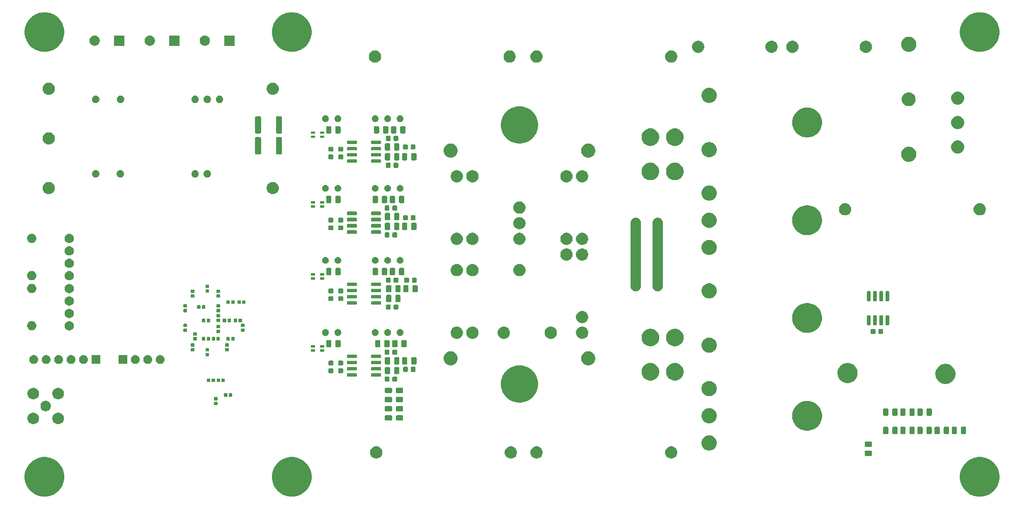
<source format=gbr>
G04 #@! TF.GenerationSoftware,KiCad,Pcbnew,5.1.4-e60b266~84~ubuntu18.04.1*
G04 #@! TF.CreationDate,2019-11-06T15:58:43-08:00*
G04 #@! TF.ProjectId,integrated,696e7465-6772-4617-9465-642e6b696361,rev?*
G04 #@! TF.SameCoordinates,Original*
G04 #@! TF.FileFunction,Soldermask,Bot*
G04 #@! TF.FilePolarity,Negative*
%FSLAX46Y46*%
G04 Gerber Fmt 4.6, Leading zero omitted, Abs format (unit mm)*
G04 Created by KiCad (PCBNEW 5.1.4-e60b266~84~ubuntu18.04.1) date 2019-11-06 15:58:43*
%MOMM*%
%LPD*%
G04 APERTURE LIST*
%ADD10C,0.100000*%
G04 APERTURE END LIST*
D10*
G36*
X246420524Y-141553759D02*
G01*
X246681341Y-141605639D01*
X246986638Y-141732097D01*
X247418393Y-141910936D01*
X248081723Y-142354159D01*
X248645841Y-142918277D01*
X249089064Y-143581607D01*
X249394361Y-144318660D01*
X249550000Y-145101108D01*
X249550000Y-145898892D01*
X249394361Y-146681340D01*
X249089064Y-147418393D01*
X248645841Y-148081723D01*
X248081723Y-148645841D01*
X247418393Y-149089064D01*
X246986638Y-149267903D01*
X246681341Y-149394361D01*
X246420524Y-149446241D01*
X245898892Y-149550000D01*
X245101108Y-149550000D01*
X244579476Y-149446241D01*
X244318659Y-149394361D01*
X244013362Y-149267903D01*
X243581607Y-149089064D01*
X242918277Y-148645841D01*
X242354159Y-148081723D01*
X241910936Y-147418393D01*
X241605639Y-146681340D01*
X241450000Y-145898892D01*
X241450000Y-145101108D01*
X241605639Y-144318660D01*
X241910936Y-143581607D01*
X242354159Y-142918277D01*
X242918277Y-142354159D01*
X243581607Y-141910936D01*
X244013362Y-141732097D01*
X244318659Y-141605639D01*
X244579476Y-141553759D01*
X245101108Y-141450000D01*
X245898892Y-141450000D01*
X246420524Y-141553759D01*
X246420524Y-141553759D01*
G37*
G36*
X105920524Y-141553759D02*
G01*
X106181341Y-141605639D01*
X106486638Y-141732097D01*
X106918393Y-141910936D01*
X107581723Y-142354159D01*
X108145841Y-142918277D01*
X108589064Y-143581607D01*
X108894361Y-144318660D01*
X109050000Y-145101108D01*
X109050000Y-145898892D01*
X108894361Y-146681340D01*
X108589064Y-147418393D01*
X108145841Y-148081723D01*
X107581723Y-148645841D01*
X106918393Y-149089064D01*
X106486638Y-149267903D01*
X106181341Y-149394361D01*
X105920524Y-149446241D01*
X105398892Y-149550000D01*
X104601108Y-149550000D01*
X104079476Y-149446241D01*
X103818659Y-149394361D01*
X103513362Y-149267903D01*
X103081607Y-149089064D01*
X102418277Y-148645841D01*
X101854159Y-148081723D01*
X101410936Y-147418393D01*
X101105639Y-146681340D01*
X100950000Y-145898892D01*
X100950000Y-145101108D01*
X101105639Y-144318660D01*
X101410936Y-143581607D01*
X101854159Y-142918277D01*
X102418277Y-142354159D01*
X103081607Y-141910936D01*
X103513362Y-141732097D01*
X103818659Y-141605639D01*
X104079476Y-141553759D01*
X104601108Y-141450000D01*
X105398892Y-141450000D01*
X105920524Y-141553759D01*
X105920524Y-141553759D01*
G37*
G36*
X55420524Y-141553759D02*
G01*
X55681341Y-141605639D01*
X55986638Y-141732097D01*
X56418393Y-141910936D01*
X57081723Y-142354159D01*
X57645841Y-142918277D01*
X58089064Y-143581607D01*
X58394361Y-144318660D01*
X58550000Y-145101108D01*
X58550000Y-145898892D01*
X58394361Y-146681340D01*
X58089064Y-147418393D01*
X57645841Y-148081723D01*
X57081723Y-148645841D01*
X56418393Y-149089064D01*
X55986638Y-149267903D01*
X55681341Y-149394361D01*
X55420524Y-149446241D01*
X54898892Y-149550000D01*
X54101108Y-149550000D01*
X53579476Y-149446241D01*
X53318659Y-149394361D01*
X53013362Y-149267903D01*
X52581607Y-149089064D01*
X51918277Y-148645841D01*
X51354159Y-148081723D01*
X50910936Y-147418393D01*
X50605639Y-146681340D01*
X50450000Y-145898892D01*
X50450000Y-145101108D01*
X50605639Y-144318660D01*
X50910936Y-143581607D01*
X51354159Y-142918277D01*
X51918277Y-142354159D01*
X52581607Y-141910936D01*
X53013362Y-141732097D01*
X53318659Y-141605639D01*
X53579476Y-141553759D01*
X54101108Y-141450000D01*
X54898892Y-141450000D01*
X55420524Y-141553759D01*
X55420524Y-141553759D01*
G37*
G36*
X122614610Y-139298036D02*
G01*
X122842095Y-139392264D01*
X122842097Y-139392265D01*
X122945156Y-139461127D01*
X123046827Y-139529061D01*
X123220939Y-139703173D01*
X123357736Y-139907905D01*
X123451964Y-140135390D01*
X123500000Y-140376884D01*
X123500000Y-140623116D01*
X123451964Y-140864610D01*
X123365051Y-141074435D01*
X123357735Y-141092097D01*
X123299196Y-141179707D01*
X123272220Y-141220080D01*
X123220938Y-141296828D01*
X123046828Y-141470938D01*
X122842097Y-141607735D01*
X122842096Y-141607736D01*
X122842095Y-141607736D01*
X122614610Y-141701964D01*
X122373116Y-141750000D01*
X122126884Y-141750000D01*
X121885390Y-141701964D01*
X121657905Y-141607736D01*
X121657904Y-141607736D01*
X121657903Y-141607735D01*
X121453172Y-141470938D01*
X121279062Y-141296828D01*
X121227781Y-141220080D01*
X121200804Y-141179707D01*
X121142265Y-141092097D01*
X121134949Y-141074435D01*
X121048036Y-140864610D01*
X121000000Y-140623116D01*
X121000000Y-140376884D01*
X121048036Y-140135390D01*
X121142264Y-139907905D01*
X121279061Y-139703173D01*
X121453173Y-139529061D01*
X121554844Y-139461127D01*
X121657903Y-139392265D01*
X121657905Y-139392264D01*
X121885390Y-139298036D01*
X122126884Y-139250000D01*
X122373116Y-139250000D01*
X122614610Y-139298036D01*
X122614610Y-139298036D01*
G37*
G36*
X150114610Y-139298036D02*
G01*
X150342095Y-139392264D01*
X150342097Y-139392265D01*
X150445156Y-139461127D01*
X150546827Y-139529061D01*
X150720939Y-139703173D01*
X150857736Y-139907905D01*
X150951964Y-140135390D01*
X151000000Y-140376884D01*
X151000000Y-140623116D01*
X150951964Y-140864610D01*
X150865051Y-141074435D01*
X150857735Y-141092097D01*
X150799196Y-141179707D01*
X150772220Y-141220080D01*
X150720938Y-141296828D01*
X150546828Y-141470938D01*
X150342097Y-141607735D01*
X150342096Y-141607736D01*
X150342095Y-141607736D01*
X150114610Y-141701964D01*
X149873116Y-141750000D01*
X149626884Y-141750000D01*
X149385390Y-141701964D01*
X149157905Y-141607736D01*
X149157904Y-141607736D01*
X149157903Y-141607735D01*
X148953172Y-141470938D01*
X148779062Y-141296828D01*
X148727781Y-141220080D01*
X148700804Y-141179707D01*
X148642265Y-141092097D01*
X148634949Y-141074435D01*
X148548036Y-140864610D01*
X148500000Y-140623116D01*
X148500000Y-140376884D01*
X148548036Y-140135390D01*
X148642264Y-139907905D01*
X148779061Y-139703173D01*
X148953173Y-139529061D01*
X149054844Y-139461127D01*
X149157903Y-139392265D01*
X149157905Y-139392264D01*
X149385390Y-139298036D01*
X149626884Y-139250000D01*
X149873116Y-139250000D01*
X150114610Y-139298036D01*
X150114610Y-139298036D01*
G37*
G36*
X155364610Y-139298036D02*
G01*
X155592095Y-139392264D01*
X155592097Y-139392265D01*
X155695156Y-139461127D01*
X155796827Y-139529061D01*
X155970939Y-139703173D01*
X156107736Y-139907905D01*
X156201964Y-140135390D01*
X156250000Y-140376884D01*
X156250000Y-140623116D01*
X156201964Y-140864610D01*
X156115051Y-141074435D01*
X156107735Y-141092097D01*
X156049196Y-141179707D01*
X156022220Y-141220080D01*
X155970938Y-141296828D01*
X155796828Y-141470938D01*
X155592097Y-141607735D01*
X155592096Y-141607736D01*
X155592095Y-141607736D01*
X155364610Y-141701964D01*
X155123116Y-141750000D01*
X154876884Y-141750000D01*
X154635390Y-141701964D01*
X154407905Y-141607736D01*
X154407904Y-141607736D01*
X154407903Y-141607735D01*
X154203172Y-141470938D01*
X154029062Y-141296828D01*
X153977781Y-141220080D01*
X153950804Y-141179707D01*
X153892265Y-141092097D01*
X153884949Y-141074435D01*
X153798036Y-140864610D01*
X153750000Y-140623116D01*
X153750000Y-140376884D01*
X153798036Y-140135390D01*
X153892264Y-139907905D01*
X154029061Y-139703173D01*
X154203173Y-139529061D01*
X154304844Y-139461127D01*
X154407903Y-139392265D01*
X154407905Y-139392264D01*
X154635390Y-139298036D01*
X154876884Y-139250000D01*
X155123116Y-139250000D01*
X155364610Y-139298036D01*
X155364610Y-139298036D01*
G37*
G36*
X182864610Y-139298036D02*
G01*
X183092095Y-139392264D01*
X183092097Y-139392265D01*
X183195156Y-139461127D01*
X183296827Y-139529061D01*
X183470939Y-139703173D01*
X183607736Y-139907905D01*
X183701964Y-140135390D01*
X183750000Y-140376884D01*
X183750000Y-140623116D01*
X183701964Y-140864610D01*
X183615051Y-141074435D01*
X183607735Y-141092097D01*
X183549196Y-141179707D01*
X183522220Y-141220080D01*
X183470938Y-141296828D01*
X183296828Y-141470938D01*
X183092097Y-141607735D01*
X183092096Y-141607736D01*
X183092095Y-141607736D01*
X182864610Y-141701964D01*
X182623116Y-141750000D01*
X182376884Y-141750000D01*
X182135390Y-141701964D01*
X181907905Y-141607736D01*
X181907904Y-141607736D01*
X181907903Y-141607735D01*
X181703172Y-141470938D01*
X181529062Y-141296828D01*
X181477781Y-141220080D01*
X181450804Y-141179707D01*
X181392265Y-141092097D01*
X181384949Y-141074435D01*
X181298036Y-140864610D01*
X181250000Y-140623116D01*
X181250000Y-140376884D01*
X181298036Y-140135390D01*
X181392264Y-139907905D01*
X181529061Y-139703173D01*
X181703173Y-139529061D01*
X181804844Y-139461127D01*
X181907903Y-139392265D01*
X181907905Y-139392264D01*
X182135390Y-139298036D01*
X182376884Y-139250000D01*
X182623116Y-139250000D01*
X182864610Y-139298036D01*
X182864610Y-139298036D01*
G37*
G36*
X223303755Y-140154920D02*
G01*
X223349435Y-140168777D01*
X223391535Y-140191281D01*
X223428436Y-140221564D01*
X223458719Y-140258465D01*
X223481223Y-140300565D01*
X223495080Y-140346245D01*
X223500000Y-140396203D01*
X223500000Y-140978797D01*
X223495080Y-141028755D01*
X223481223Y-141074435D01*
X223458719Y-141116535D01*
X223428436Y-141153436D01*
X223391535Y-141183719D01*
X223349435Y-141206223D01*
X223303755Y-141220080D01*
X223253797Y-141225000D01*
X222246203Y-141225000D01*
X222196245Y-141220080D01*
X222150565Y-141206223D01*
X222108465Y-141183719D01*
X222071564Y-141153436D01*
X222041281Y-141116535D01*
X222018777Y-141074435D01*
X222004920Y-141028755D01*
X222000000Y-140978797D01*
X222000000Y-140396203D01*
X222004920Y-140346245D01*
X222018777Y-140300565D01*
X222041281Y-140258465D01*
X222071564Y-140221564D01*
X222108465Y-140191281D01*
X222150565Y-140168777D01*
X222196245Y-140154920D01*
X222246203Y-140150000D01*
X223253797Y-140150000D01*
X223303755Y-140154920D01*
X223303755Y-140154920D01*
G37*
G36*
X190552390Y-137039782D02*
G01*
X190702118Y-137069565D01*
X190818960Y-137117963D01*
X190984199Y-137186407D01*
X190984200Y-137186408D01*
X191238068Y-137356036D01*
X191453964Y-137571932D01*
X191453965Y-137571934D01*
X191623593Y-137825801D01*
X191740435Y-138107883D01*
X191800000Y-138407337D01*
X191800000Y-138712663D01*
X191740435Y-139012117D01*
X191623593Y-139294199D01*
X191586308Y-139350000D01*
X191453964Y-139548068D01*
X191238068Y-139763964D01*
X191110273Y-139849353D01*
X190984199Y-139933593D01*
X190818960Y-140002037D01*
X190702118Y-140050435D01*
X190552390Y-140080218D01*
X190402663Y-140110000D01*
X190097337Y-140110000D01*
X189947610Y-140080218D01*
X189797882Y-140050435D01*
X189681040Y-140002037D01*
X189515801Y-139933593D01*
X189389727Y-139849353D01*
X189261932Y-139763964D01*
X189046036Y-139548068D01*
X188913692Y-139350000D01*
X188876407Y-139294199D01*
X188759565Y-139012117D01*
X188700000Y-138712663D01*
X188700000Y-138407337D01*
X188759565Y-138107883D01*
X188876407Y-137825801D01*
X189046035Y-137571934D01*
X189046036Y-137571932D01*
X189261932Y-137356036D01*
X189515800Y-137186408D01*
X189515801Y-137186407D01*
X189681040Y-137117963D01*
X189797882Y-137069565D01*
X189947610Y-137039782D01*
X190097337Y-137010000D01*
X190402663Y-137010000D01*
X190552390Y-137039782D01*
X190552390Y-137039782D01*
G37*
G36*
X223303755Y-138279920D02*
G01*
X223349435Y-138293777D01*
X223391535Y-138316281D01*
X223428436Y-138346564D01*
X223458719Y-138383465D01*
X223481223Y-138425565D01*
X223495080Y-138471245D01*
X223500000Y-138521203D01*
X223500000Y-139103797D01*
X223495080Y-139153755D01*
X223481223Y-139199435D01*
X223458719Y-139241535D01*
X223428436Y-139278436D01*
X223391535Y-139308719D01*
X223349435Y-139331223D01*
X223303755Y-139345080D01*
X223253797Y-139350000D01*
X222246203Y-139350000D01*
X222196245Y-139345080D01*
X222150565Y-139331223D01*
X222108465Y-139308719D01*
X222071564Y-139278436D01*
X222041281Y-139241535D01*
X222018777Y-139199435D01*
X222004920Y-139153755D01*
X222000000Y-139103797D01*
X222000000Y-138521203D01*
X222004920Y-138471245D01*
X222018777Y-138425565D01*
X222041281Y-138383465D01*
X222071564Y-138346564D01*
X222108465Y-138316281D01*
X222150565Y-138293777D01*
X222196245Y-138279920D01*
X222246203Y-138275000D01*
X223253797Y-138275000D01*
X223303755Y-138279920D01*
X223303755Y-138279920D01*
G37*
G36*
X232028755Y-135254920D02*
G01*
X232074435Y-135268777D01*
X232116535Y-135291281D01*
X232153436Y-135321564D01*
X232183719Y-135358465D01*
X232206223Y-135400565D01*
X232220080Y-135446245D01*
X232225000Y-135496203D01*
X232225000Y-136503797D01*
X232220080Y-136553755D01*
X232206223Y-136599435D01*
X232183719Y-136641535D01*
X232153436Y-136678436D01*
X232116535Y-136708719D01*
X232074435Y-136731223D01*
X232028755Y-136745080D01*
X231978797Y-136750000D01*
X231396203Y-136750000D01*
X231346245Y-136745080D01*
X231300565Y-136731223D01*
X231258465Y-136708719D01*
X231221564Y-136678436D01*
X231191281Y-136641535D01*
X231168777Y-136599435D01*
X231154920Y-136553755D01*
X231150000Y-136503797D01*
X231150000Y-135496203D01*
X231154920Y-135446245D01*
X231168777Y-135400565D01*
X231191281Y-135358465D01*
X231221564Y-135321564D01*
X231258465Y-135291281D01*
X231300565Y-135268777D01*
X231346245Y-135254920D01*
X231396203Y-135250000D01*
X231978797Y-135250000D01*
X232028755Y-135254920D01*
X232028755Y-135254920D01*
G37*
G36*
X228528755Y-135254920D02*
G01*
X228574435Y-135268777D01*
X228616535Y-135291281D01*
X228653436Y-135321564D01*
X228683719Y-135358465D01*
X228706223Y-135400565D01*
X228720080Y-135446245D01*
X228725000Y-135496203D01*
X228725000Y-136503797D01*
X228720080Y-136553755D01*
X228706223Y-136599435D01*
X228683719Y-136641535D01*
X228653436Y-136678436D01*
X228616535Y-136708719D01*
X228574435Y-136731223D01*
X228528755Y-136745080D01*
X228478797Y-136750000D01*
X227896203Y-136750000D01*
X227846245Y-136745080D01*
X227800565Y-136731223D01*
X227758465Y-136708719D01*
X227721564Y-136678436D01*
X227691281Y-136641535D01*
X227668777Y-136599435D01*
X227654920Y-136553755D01*
X227650000Y-136503797D01*
X227650000Y-135496203D01*
X227654920Y-135446245D01*
X227668777Y-135400565D01*
X227691281Y-135358465D01*
X227721564Y-135321564D01*
X227758465Y-135291281D01*
X227800565Y-135268777D01*
X227846245Y-135254920D01*
X227896203Y-135250000D01*
X228478797Y-135250000D01*
X228528755Y-135254920D01*
X228528755Y-135254920D01*
G37*
G36*
X226653755Y-135254920D02*
G01*
X226699435Y-135268777D01*
X226741535Y-135291281D01*
X226778436Y-135321564D01*
X226808719Y-135358465D01*
X226831223Y-135400565D01*
X226845080Y-135446245D01*
X226850000Y-135496203D01*
X226850000Y-136503797D01*
X226845080Y-136553755D01*
X226831223Y-136599435D01*
X226808719Y-136641535D01*
X226778436Y-136678436D01*
X226741535Y-136708719D01*
X226699435Y-136731223D01*
X226653755Y-136745080D01*
X226603797Y-136750000D01*
X226021203Y-136750000D01*
X225971245Y-136745080D01*
X225925565Y-136731223D01*
X225883465Y-136708719D01*
X225846564Y-136678436D01*
X225816281Y-136641535D01*
X225793777Y-136599435D01*
X225779920Y-136553755D01*
X225775000Y-136503797D01*
X225775000Y-135496203D01*
X225779920Y-135446245D01*
X225793777Y-135400565D01*
X225816281Y-135358465D01*
X225846564Y-135321564D01*
X225883465Y-135291281D01*
X225925565Y-135268777D01*
X225971245Y-135254920D01*
X226021203Y-135250000D01*
X226603797Y-135250000D01*
X226653755Y-135254920D01*
X226653755Y-135254920D01*
G37*
G36*
X240653755Y-135254920D02*
G01*
X240699435Y-135268777D01*
X240741535Y-135291281D01*
X240778436Y-135321564D01*
X240808719Y-135358465D01*
X240831223Y-135400565D01*
X240845080Y-135446245D01*
X240850000Y-135496203D01*
X240850000Y-136503797D01*
X240845080Y-136553755D01*
X240831223Y-136599435D01*
X240808719Y-136641535D01*
X240778436Y-136678436D01*
X240741535Y-136708719D01*
X240699435Y-136731223D01*
X240653755Y-136745080D01*
X240603797Y-136750000D01*
X240021203Y-136750000D01*
X239971245Y-136745080D01*
X239925565Y-136731223D01*
X239883465Y-136708719D01*
X239846564Y-136678436D01*
X239816281Y-136641535D01*
X239793777Y-136599435D01*
X239779920Y-136553755D01*
X239775000Y-136503797D01*
X239775000Y-135496203D01*
X239779920Y-135446245D01*
X239793777Y-135400565D01*
X239816281Y-135358465D01*
X239846564Y-135321564D01*
X239883465Y-135291281D01*
X239925565Y-135268777D01*
X239971245Y-135254920D01*
X240021203Y-135250000D01*
X240603797Y-135250000D01*
X240653755Y-135254920D01*
X240653755Y-135254920D01*
G37*
G36*
X242528755Y-135254920D02*
G01*
X242574435Y-135268777D01*
X242616535Y-135291281D01*
X242653436Y-135321564D01*
X242683719Y-135358465D01*
X242706223Y-135400565D01*
X242720080Y-135446245D01*
X242725000Y-135496203D01*
X242725000Y-136503797D01*
X242720080Y-136553755D01*
X242706223Y-136599435D01*
X242683719Y-136641535D01*
X242653436Y-136678436D01*
X242616535Y-136708719D01*
X242574435Y-136731223D01*
X242528755Y-136745080D01*
X242478797Y-136750000D01*
X241896203Y-136750000D01*
X241846245Y-136745080D01*
X241800565Y-136731223D01*
X241758465Y-136708719D01*
X241721564Y-136678436D01*
X241691281Y-136641535D01*
X241668777Y-136599435D01*
X241654920Y-136553755D01*
X241650000Y-136503797D01*
X241650000Y-135496203D01*
X241654920Y-135446245D01*
X241668777Y-135400565D01*
X241691281Y-135358465D01*
X241721564Y-135321564D01*
X241758465Y-135291281D01*
X241800565Y-135268777D01*
X241846245Y-135254920D01*
X241896203Y-135250000D01*
X242478797Y-135250000D01*
X242528755Y-135254920D01*
X242528755Y-135254920D01*
G37*
G36*
X237153755Y-135254920D02*
G01*
X237199435Y-135268777D01*
X237241535Y-135291281D01*
X237278436Y-135321564D01*
X237308719Y-135358465D01*
X237331223Y-135400565D01*
X237345080Y-135446245D01*
X237350000Y-135496203D01*
X237350000Y-136503797D01*
X237345080Y-136553755D01*
X237331223Y-136599435D01*
X237308719Y-136641535D01*
X237278436Y-136678436D01*
X237241535Y-136708719D01*
X237199435Y-136731223D01*
X237153755Y-136745080D01*
X237103797Y-136750000D01*
X236521203Y-136750000D01*
X236471245Y-136745080D01*
X236425565Y-136731223D01*
X236383465Y-136708719D01*
X236346564Y-136678436D01*
X236316281Y-136641535D01*
X236293777Y-136599435D01*
X236279920Y-136553755D01*
X236275000Y-136503797D01*
X236275000Y-135496203D01*
X236279920Y-135446245D01*
X236293777Y-135400565D01*
X236316281Y-135358465D01*
X236346564Y-135321564D01*
X236383465Y-135291281D01*
X236425565Y-135268777D01*
X236471245Y-135254920D01*
X236521203Y-135250000D01*
X237103797Y-135250000D01*
X237153755Y-135254920D01*
X237153755Y-135254920D01*
G37*
G36*
X239028755Y-135254920D02*
G01*
X239074435Y-135268777D01*
X239116535Y-135291281D01*
X239153436Y-135321564D01*
X239183719Y-135358465D01*
X239206223Y-135400565D01*
X239220080Y-135446245D01*
X239225000Y-135496203D01*
X239225000Y-136503797D01*
X239220080Y-136553755D01*
X239206223Y-136599435D01*
X239183719Y-136641535D01*
X239153436Y-136678436D01*
X239116535Y-136708719D01*
X239074435Y-136731223D01*
X239028755Y-136745080D01*
X238978797Y-136750000D01*
X238396203Y-136750000D01*
X238346245Y-136745080D01*
X238300565Y-136731223D01*
X238258465Y-136708719D01*
X238221564Y-136678436D01*
X238191281Y-136641535D01*
X238168777Y-136599435D01*
X238154920Y-136553755D01*
X238150000Y-136503797D01*
X238150000Y-135496203D01*
X238154920Y-135446245D01*
X238168777Y-135400565D01*
X238191281Y-135358465D01*
X238221564Y-135321564D01*
X238258465Y-135291281D01*
X238300565Y-135268777D01*
X238346245Y-135254920D01*
X238396203Y-135250000D01*
X238978797Y-135250000D01*
X239028755Y-135254920D01*
X239028755Y-135254920D01*
G37*
G36*
X233653755Y-135254920D02*
G01*
X233699435Y-135268777D01*
X233741535Y-135291281D01*
X233778436Y-135321564D01*
X233808719Y-135358465D01*
X233831223Y-135400565D01*
X233845080Y-135446245D01*
X233850000Y-135496203D01*
X233850000Y-136503797D01*
X233845080Y-136553755D01*
X233831223Y-136599435D01*
X233808719Y-136641535D01*
X233778436Y-136678436D01*
X233741535Y-136708719D01*
X233699435Y-136731223D01*
X233653755Y-136745080D01*
X233603797Y-136750000D01*
X233021203Y-136750000D01*
X232971245Y-136745080D01*
X232925565Y-136731223D01*
X232883465Y-136708719D01*
X232846564Y-136678436D01*
X232816281Y-136641535D01*
X232793777Y-136599435D01*
X232779920Y-136553755D01*
X232775000Y-136503797D01*
X232775000Y-135496203D01*
X232779920Y-135446245D01*
X232793777Y-135400565D01*
X232816281Y-135358465D01*
X232846564Y-135321564D01*
X232883465Y-135291281D01*
X232925565Y-135268777D01*
X232971245Y-135254920D01*
X233021203Y-135250000D01*
X233603797Y-135250000D01*
X233653755Y-135254920D01*
X233653755Y-135254920D01*
G37*
G36*
X235528755Y-135254920D02*
G01*
X235574435Y-135268777D01*
X235616535Y-135291281D01*
X235653436Y-135321564D01*
X235683719Y-135358465D01*
X235706223Y-135400565D01*
X235720080Y-135446245D01*
X235725000Y-135496203D01*
X235725000Y-136503797D01*
X235720080Y-136553755D01*
X235706223Y-136599435D01*
X235683719Y-136641535D01*
X235653436Y-136678436D01*
X235616535Y-136708719D01*
X235574435Y-136731223D01*
X235528755Y-136745080D01*
X235478797Y-136750000D01*
X234896203Y-136750000D01*
X234846245Y-136745080D01*
X234800565Y-136731223D01*
X234758465Y-136708719D01*
X234721564Y-136678436D01*
X234691281Y-136641535D01*
X234668777Y-136599435D01*
X234654920Y-136553755D01*
X234650000Y-136503797D01*
X234650000Y-135496203D01*
X234654920Y-135446245D01*
X234668777Y-135400565D01*
X234691281Y-135358465D01*
X234721564Y-135321564D01*
X234758465Y-135291281D01*
X234800565Y-135268777D01*
X234846245Y-135254920D01*
X234896203Y-135250000D01*
X235478797Y-135250000D01*
X235528755Y-135254920D01*
X235528755Y-135254920D01*
G37*
G36*
X230153755Y-135254920D02*
G01*
X230199435Y-135268777D01*
X230241535Y-135291281D01*
X230278436Y-135321564D01*
X230308719Y-135358465D01*
X230331223Y-135400565D01*
X230345080Y-135446245D01*
X230350000Y-135496203D01*
X230350000Y-136503797D01*
X230345080Y-136553755D01*
X230331223Y-136599435D01*
X230308719Y-136641535D01*
X230278436Y-136678436D01*
X230241535Y-136708719D01*
X230199435Y-136731223D01*
X230153755Y-136745080D01*
X230103797Y-136750000D01*
X229521203Y-136750000D01*
X229471245Y-136745080D01*
X229425565Y-136731223D01*
X229383465Y-136708719D01*
X229346564Y-136678436D01*
X229316281Y-136641535D01*
X229293777Y-136599435D01*
X229279920Y-136553755D01*
X229275000Y-136503797D01*
X229275000Y-135496203D01*
X229279920Y-135446245D01*
X229293777Y-135400565D01*
X229316281Y-135358465D01*
X229346564Y-135321564D01*
X229383465Y-135291281D01*
X229425565Y-135268777D01*
X229471245Y-135254920D01*
X229521203Y-135250000D01*
X230103797Y-135250000D01*
X230153755Y-135254920D01*
X230153755Y-135254920D01*
G37*
G36*
X210695172Y-129978797D02*
G01*
X211139652Y-130067209D01*
X211694717Y-130297125D01*
X212194262Y-130630910D01*
X212619090Y-131055738D01*
X212952875Y-131555283D01*
X213182791Y-132110348D01*
X213182791Y-132110350D01*
X213300000Y-132699600D01*
X213300000Y-133300400D01*
X213275360Y-133424273D01*
X213182791Y-133889652D01*
X212952875Y-134444717D01*
X212619090Y-134944262D01*
X212194262Y-135369090D01*
X211694717Y-135702875D01*
X211139652Y-135932791D01*
X210746817Y-136010930D01*
X210550400Y-136050000D01*
X209949600Y-136050000D01*
X209753183Y-136010930D01*
X209360348Y-135932791D01*
X208805283Y-135702875D01*
X208305738Y-135369090D01*
X207880910Y-134944262D01*
X207547125Y-134444717D01*
X207317209Y-133889652D01*
X207224640Y-133424273D01*
X207200000Y-133300400D01*
X207200000Y-132699600D01*
X207317209Y-132110350D01*
X207317209Y-132110348D01*
X207547125Y-131555283D01*
X207880910Y-131055738D01*
X208305738Y-130630910D01*
X208805283Y-130297125D01*
X209360348Y-130067209D01*
X209804828Y-129978797D01*
X209949600Y-129950000D01*
X210550400Y-129950000D01*
X210695172Y-129978797D01*
X210695172Y-129978797D01*
G37*
G36*
X52552733Y-132410154D02*
G01*
X52552736Y-132410155D01*
X52552735Y-132410155D01*
X52766571Y-132498729D01*
X52959019Y-132627318D01*
X53122682Y-132790981D01*
X53234760Y-132958719D01*
X53251272Y-132983431D01*
X53339846Y-133197267D01*
X53385000Y-133424271D01*
X53385000Y-133655729D01*
X53339846Y-133882733D01*
X53296215Y-133988068D01*
X53251271Y-134096571D01*
X53122682Y-134289019D01*
X52959019Y-134452682D01*
X52766571Y-134581271D01*
X52766570Y-134581272D01*
X52766569Y-134581272D01*
X52552733Y-134669846D01*
X52325729Y-134715000D01*
X52094271Y-134715000D01*
X51867267Y-134669846D01*
X51653431Y-134581272D01*
X51653430Y-134581272D01*
X51653429Y-134581271D01*
X51460981Y-134452682D01*
X51297318Y-134289019D01*
X51168729Y-134096571D01*
X51123785Y-133988068D01*
X51080154Y-133882733D01*
X51035000Y-133655729D01*
X51035000Y-133424271D01*
X51080154Y-133197267D01*
X51168728Y-132983431D01*
X51185240Y-132958719D01*
X51297318Y-132790981D01*
X51460981Y-132627318D01*
X51653429Y-132498729D01*
X51867265Y-132410155D01*
X51867264Y-132410155D01*
X51867267Y-132410154D01*
X52094271Y-132365000D01*
X52325729Y-132365000D01*
X52552733Y-132410154D01*
X52552733Y-132410154D01*
G37*
G36*
X57632733Y-132410154D02*
G01*
X57632736Y-132410155D01*
X57632735Y-132410155D01*
X57846571Y-132498729D01*
X58039019Y-132627318D01*
X58202682Y-132790981D01*
X58314760Y-132958719D01*
X58331272Y-132983431D01*
X58419846Y-133197267D01*
X58465000Y-133424271D01*
X58465000Y-133655729D01*
X58419846Y-133882733D01*
X58376215Y-133988068D01*
X58331271Y-134096571D01*
X58202682Y-134289019D01*
X58039019Y-134452682D01*
X57846571Y-134581271D01*
X57846570Y-134581272D01*
X57846569Y-134581272D01*
X57632733Y-134669846D01*
X57405729Y-134715000D01*
X57174271Y-134715000D01*
X56947267Y-134669846D01*
X56733431Y-134581272D01*
X56733430Y-134581272D01*
X56733429Y-134581271D01*
X56540981Y-134452682D01*
X56377318Y-134289019D01*
X56248729Y-134096571D01*
X56203785Y-133988068D01*
X56160154Y-133882733D01*
X56115000Y-133655729D01*
X56115000Y-133424271D01*
X56160154Y-133197267D01*
X56248728Y-132983431D01*
X56265240Y-132958719D01*
X56377318Y-132790981D01*
X56540981Y-132627318D01*
X56733429Y-132498729D01*
X56947265Y-132410155D01*
X56947264Y-132410155D01*
X56947267Y-132410154D01*
X57174271Y-132365000D01*
X57405729Y-132365000D01*
X57632733Y-132410154D01*
X57632733Y-132410154D01*
G37*
G36*
X190552390Y-131479783D02*
G01*
X190702118Y-131509565D01*
X190788372Y-131545293D01*
X190984199Y-131626407D01*
X191072295Y-131685271D01*
X191238068Y-131796036D01*
X191453964Y-132011932D01*
X191468501Y-132033688D01*
X191623593Y-132265801D01*
X191683386Y-132410154D01*
X191720075Y-132498728D01*
X191740435Y-132547883D01*
X191800000Y-132847337D01*
X191800000Y-133152663D01*
X191740435Y-133452117D01*
X191623593Y-133734199D01*
X191563299Y-133824435D01*
X191453964Y-133988068D01*
X191238068Y-134203964D01*
X191110776Y-134289017D01*
X190984199Y-134373593D01*
X190818960Y-134442037D01*
X190702118Y-134490435D01*
X190552390Y-134520218D01*
X190402663Y-134550000D01*
X190097337Y-134550000D01*
X189947610Y-134520218D01*
X189797882Y-134490435D01*
X189681040Y-134442037D01*
X189515801Y-134373593D01*
X189389224Y-134289017D01*
X189261932Y-134203964D01*
X189046036Y-133988068D01*
X188936701Y-133824435D01*
X188876407Y-133734199D01*
X188759565Y-133452117D01*
X188700000Y-133152663D01*
X188700000Y-132847337D01*
X188759565Y-132547883D01*
X188779926Y-132498728D01*
X188816614Y-132410154D01*
X188876407Y-132265801D01*
X189031499Y-132033688D01*
X189046036Y-132011932D01*
X189261932Y-131796036D01*
X189427705Y-131685271D01*
X189515801Y-131626407D01*
X189711628Y-131545293D01*
X189797882Y-131509565D01*
X189947610Y-131479783D01*
X190097337Y-131450000D01*
X190402663Y-131450000D01*
X190552390Y-131479783D01*
X190552390Y-131479783D01*
G37*
G36*
X127553755Y-132904920D02*
G01*
X127599435Y-132918777D01*
X127641535Y-132941281D01*
X127678436Y-132971564D01*
X127708719Y-133008465D01*
X127731223Y-133050565D01*
X127745080Y-133096245D01*
X127750000Y-133146203D01*
X127750000Y-133728797D01*
X127745080Y-133778755D01*
X127731223Y-133824435D01*
X127708719Y-133866535D01*
X127678436Y-133903436D01*
X127641535Y-133933719D01*
X127599435Y-133956223D01*
X127553755Y-133970080D01*
X127503797Y-133975000D01*
X126496203Y-133975000D01*
X126446245Y-133970080D01*
X126400565Y-133956223D01*
X126358465Y-133933719D01*
X126321564Y-133903436D01*
X126291281Y-133866535D01*
X126268777Y-133824435D01*
X126254920Y-133778755D01*
X126250000Y-133728797D01*
X126250000Y-133146203D01*
X126254920Y-133096245D01*
X126268777Y-133050565D01*
X126291281Y-133008465D01*
X126321564Y-132971564D01*
X126358465Y-132941281D01*
X126400565Y-132918777D01*
X126446245Y-132904920D01*
X126496203Y-132900000D01*
X127503797Y-132900000D01*
X127553755Y-132904920D01*
X127553755Y-132904920D01*
G37*
G36*
X125303755Y-132904920D02*
G01*
X125349435Y-132918777D01*
X125391535Y-132941281D01*
X125428436Y-132971564D01*
X125458719Y-133008465D01*
X125481223Y-133050565D01*
X125495080Y-133096245D01*
X125500000Y-133146203D01*
X125500000Y-133728797D01*
X125495080Y-133778755D01*
X125481223Y-133824435D01*
X125458719Y-133866535D01*
X125428436Y-133903436D01*
X125391535Y-133933719D01*
X125349435Y-133956223D01*
X125303755Y-133970080D01*
X125253797Y-133975000D01*
X124246203Y-133975000D01*
X124196245Y-133970080D01*
X124150565Y-133956223D01*
X124108465Y-133933719D01*
X124071564Y-133903436D01*
X124041281Y-133866535D01*
X124018777Y-133824435D01*
X124004920Y-133778755D01*
X124000000Y-133728797D01*
X124000000Y-133146203D01*
X124004920Y-133096245D01*
X124018777Y-133050565D01*
X124041281Y-133008465D01*
X124071564Y-132971564D01*
X124108465Y-132941281D01*
X124150565Y-132918777D01*
X124196245Y-132904920D01*
X124246203Y-132900000D01*
X125253797Y-132900000D01*
X125303755Y-132904920D01*
X125303755Y-132904920D01*
G37*
G36*
X233653755Y-131504920D02*
G01*
X233699435Y-131518777D01*
X233741535Y-131541281D01*
X233778436Y-131571564D01*
X233808719Y-131608465D01*
X233831223Y-131650565D01*
X233845080Y-131696245D01*
X233850000Y-131746203D01*
X233850000Y-132753797D01*
X233845080Y-132803755D01*
X233831223Y-132849435D01*
X233808719Y-132891535D01*
X233778436Y-132928436D01*
X233741535Y-132958719D01*
X233699435Y-132981223D01*
X233653755Y-132995080D01*
X233603797Y-133000000D01*
X233021203Y-133000000D01*
X232971245Y-132995080D01*
X232925565Y-132981223D01*
X232883465Y-132958719D01*
X232846564Y-132928436D01*
X232816281Y-132891535D01*
X232793777Y-132849435D01*
X232779920Y-132803755D01*
X232775000Y-132753797D01*
X232775000Y-131746203D01*
X232779920Y-131696245D01*
X232793777Y-131650565D01*
X232816281Y-131608465D01*
X232846564Y-131571564D01*
X232883465Y-131541281D01*
X232925565Y-131518777D01*
X232971245Y-131504920D01*
X233021203Y-131500000D01*
X233603797Y-131500000D01*
X233653755Y-131504920D01*
X233653755Y-131504920D01*
G37*
G36*
X235528755Y-131504920D02*
G01*
X235574435Y-131518777D01*
X235616535Y-131541281D01*
X235653436Y-131571564D01*
X235683719Y-131608465D01*
X235706223Y-131650565D01*
X235720080Y-131696245D01*
X235725000Y-131746203D01*
X235725000Y-132753797D01*
X235720080Y-132803755D01*
X235706223Y-132849435D01*
X235683719Y-132891535D01*
X235653436Y-132928436D01*
X235616535Y-132958719D01*
X235574435Y-132981223D01*
X235528755Y-132995080D01*
X235478797Y-133000000D01*
X234896203Y-133000000D01*
X234846245Y-132995080D01*
X234800565Y-132981223D01*
X234758465Y-132958719D01*
X234721564Y-132928436D01*
X234691281Y-132891535D01*
X234668777Y-132849435D01*
X234654920Y-132803755D01*
X234650000Y-132753797D01*
X234650000Y-131746203D01*
X234654920Y-131696245D01*
X234668777Y-131650565D01*
X234691281Y-131608465D01*
X234721564Y-131571564D01*
X234758465Y-131541281D01*
X234800565Y-131518777D01*
X234846245Y-131504920D01*
X234896203Y-131500000D01*
X235478797Y-131500000D01*
X235528755Y-131504920D01*
X235528755Y-131504920D01*
G37*
G36*
X230153755Y-131504920D02*
G01*
X230199435Y-131518777D01*
X230241535Y-131541281D01*
X230278436Y-131571564D01*
X230308719Y-131608465D01*
X230331223Y-131650565D01*
X230345080Y-131696245D01*
X230350000Y-131746203D01*
X230350000Y-132753797D01*
X230345080Y-132803755D01*
X230331223Y-132849435D01*
X230308719Y-132891535D01*
X230278436Y-132928436D01*
X230241535Y-132958719D01*
X230199435Y-132981223D01*
X230153755Y-132995080D01*
X230103797Y-133000000D01*
X229521203Y-133000000D01*
X229471245Y-132995080D01*
X229425565Y-132981223D01*
X229383465Y-132958719D01*
X229346564Y-132928436D01*
X229316281Y-132891535D01*
X229293777Y-132849435D01*
X229279920Y-132803755D01*
X229275000Y-132753797D01*
X229275000Y-131746203D01*
X229279920Y-131696245D01*
X229293777Y-131650565D01*
X229316281Y-131608465D01*
X229346564Y-131571564D01*
X229383465Y-131541281D01*
X229425565Y-131518777D01*
X229471245Y-131504920D01*
X229521203Y-131500000D01*
X230103797Y-131500000D01*
X230153755Y-131504920D01*
X230153755Y-131504920D01*
G37*
G36*
X226653755Y-131504920D02*
G01*
X226699435Y-131518777D01*
X226741535Y-131541281D01*
X226778436Y-131571564D01*
X226808719Y-131608465D01*
X226831223Y-131650565D01*
X226845080Y-131696245D01*
X226850000Y-131746203D01*
X226850000Y-132753797D01*
X226845080Y-132803755D01*
X226831223Y-132849435D01*
X226808719Y-132891535D01*
X226778436Y-132928436D01*
X226741535Y-132958719D01*
X226699435Y-132981223D01*
X226653755Y-132995080D01*
X226603797Y-133000000D01*
X226021203Y-133000000D01*
X225971245Y-132995080D01*
X225925565Y-132981223D01*
X225883465Y-132958719D01*
X225846564Y-132928436D01*
X225816281Y-132891535D01*
X225793777Y-132849435D01*
X225779920Y-132803755D01*
X225775000Y-132753797D01*
X225775000Y-131746203D01*
X225779920Y-131696245D01*
X225793777Y-131650565D01*
X225816281Y-131608465D01*
X225846564Y-131571564D01*
X225883465Y-131541281D01*
X225925565Y-131518777D01*
X225971245Y-131504920D01*
X226021203Y-131500000D01*
X226603797Y-131500000D01*
X226653755Y-131504920D01*
X226653755Y-131504920D01*
G37*
G36*
X228528755Y-131504920D02*
G01*
X228574435Y-131518777D01*
X228616535Y-131541281D01*
X228653436Y-131571564D01*
X228683719Y-131608465D01*
X228706223Y-131650565D01*
X228720080Y-131696245D01*
X228725000Y-131746203D01*
X228725000Y-132753797D01*
X228720080Y-132803755D01*
X228706223Y-132849435D01*
X228683719Y-132891535D01*
X228653436Y-132928436D01*
X228616535Y-132958719D01*
X228574435Y-132981223D01*
X228528755Y-132995080D01*
X228478797Y-133000000D01*
X227896203Y-133000000D01*
X227846245Y-132995080D01*
X227800565Y-132981223D01*
X227758465Y-132958719D01*
X227721564Y-132928436D01*
X227691281Y-132891535D01*
X227668777Y-132849435D01*
X227654920Y-132803755D01*
X227650000Y-132753797D01*
X227650000Y-131746203D01*
X227654920Y-131696245D01*
X227668777Y-131650565D01*
X227691281Y-131608465D01*
X227721564Y-131571564D01*
X227758465Y-131541281D01*
X227800565Y-131518777D01*
X227846245Y-131504920D01*
X227896203Y-131500000D01*
X228478797Y-131500000D01*
X228528755Y-131504920D01*
X228528755Y-131504920D01*
G37*
G36*
X232028755Y-131504920D02*
G01*
X232074435Y-131518777D01*
X232116535Y-131541281D01*
X232153436Y-131571564D01*
X232183719Y-131608465D01*
X232206223Y-131650565D01*
X232220080Y-131696245D01*
X232225000Y-131746203D01*
X232225000Y-132753797D01*
X232220080Y-132803755D01*
X232206223Y-132849435D01*
X232183719Y-132891535D01*
X232153436Y-132928436D01*
X232116535Y-132958719D01*
X232074435Y-132981223D01*
X232028755Y-132995080D01*
X231978797Y-133000000D01*
X231396203Y-133000000D01*
X231346245Y-132995080D01*
X231300565Y-132981223D01*
X231258465Y-132958719D01*
X231221564Y-132928436D01*
X231191281Y-132891535D01*
X231168777Y-132849435D01*
X231154920Y-132803755D01*
X231150000Y-132753797D01*
X231150000Y-131746203D01*
X231154920Y-131696245D01*
X231168777Y-131650565D01*
X231191281Y-131608465D01*
X231221564Y-131571564D01*
X231258465Y-131541281D01*
X231300565Y-131518777D01*
X231346245Y-131504920D01*
X231396203Y-131500000D01*
X231978797Y-131500000D01*
X232028755Y-131504920D01*
X232028755Y-131504920D01*
G37*
G36*
X125303755Y-131029920D02*
G01*
X125349435Y-131043777D01*
X125391535Y-131066281D01*
X125428436Y-131096564D01*
X125458719Y-131133465D01*
X125481223Y-131175565D01*
X125495080Y-131221245D01*
X125500000Y-131271203D01*
X125500000Y-131853797D01*
X125495080Y-131903755D01*
X125481223Y-131949435D01*
X125458719Y-131991535D01*
X125428436Y-132028436D01*
X125391535Y-132058719D01*
X125349435Y-132081223D01*
X125303755Y-132095080D01*
X125253797Y-132100000D01*
X124246203Y-132100000D01*
X124196245Y-132095080D01*
X124150565Y-132081223D01*
X124108465Y-132058719D01*
X124071564Y-132028436D01*
X124041281Y-131991535D01*
X124018777Y-131949435D01*
X124004920Y-131903755D01*
X124000000Y-131853797D01*
X124000000Y-131271203D01*
X124004920Y-131221245D01*
X124018777Y-131175565D01*
X124041281Y-131133465D01*
X124071564Y-131096564D01*
X124108465Y-131066281D01*
X124150565Y-131043777D01*
X124196245Y-131029920D01*
X124246203Y-131025000D01*
X125253797Y-131025000D01*
X125303755Y-131029920D01*
X125303755Y-131029920D01*
G37*
G36*
X127553755Y-131029920D02*
G01*
X127599435Y-131043777D01*
X127641535Y-131066281D01*
X127678436Y-131096564D01*
X127708719Y-131133465D01*
X127731223Y-131175565D01*
X127745080Y-131221245D01*
X127750000Y-131271203D01*
X127750000Y-131853797D01*
X127745080Y-131903755D01*
X127731223Y-131949435D01*
X127708719Y-131991535D01*
X127678436Y-132028436D01*
X127641535Y-132058719D01*
X127599435Y-132081223D01*
X127553755Y-132095080D01*
X127503797Y-132100000D01*
X126496203Y-132100000D01*
X126446245Y-132095080D01*
X126400565Y-132081223D01*
X126358465Y-132058719D01*
X126321564Y-132028436D01*
X126291281Y-131991535D01*
X126268777Y-131949435D01*
X126254920Y-131903755D01*
X126250000Y-131853797D01*
X126250000Y-131271203D01*
X126254920Y-131221245D01*
X126268777Y-131175565D01*
X126291281Y-131133465D01*
X126321564Y-131096564D01*
X126358465Y-131066281D01*
X126400565Y-131043777D01*
X126446245Y-131029920D01*
X126496203Y-131025000D01*
X127503797Y-131025000D01*
X127553755Y-131029920D01*
X127553755Y-131029920D01*
G37*
G36*
X55063564Y-129966311D02*
G01*
X55259202Y-130047347D01*
X55288927Y-130067209D01*
X55435272Y-130164993D01*
X55585007Y-130314728D01*
X55663615Y-130432374D01*
X55702653Y-130490798D01*
X55783689Y-130686436D01*
X55825000Y-130894120D01*
X55825000Y-131105880D01*
X55783689Y-131313564D01*
X55702653Y-131509202D01*
X55671861Y-131555285D01*
X55585007Y-131685272D01*
X55435272Y-131835007D01*
X55332383Y-131903755D01*
X55259202Y-131952653D01*
X55063564Y-132033689D01*
X54855880Y-132075000D01*
X54644120Y-132075000D01*
X54436436Y-132033689D01*
X54240798Y-131952653D01*
X54167617Y-131903755D01*
X54064728Y-131835007D01*
X53914993Y-131685272D01*
X53828139Y-131555285D01*
X53797347Y-131509202D01*
X53716311Y-131313564D01*
X53675000Y-131105880D01*
X53675000Y-130894120D01*
X53716311Y-130686436D01*
X53797347Y-130490798D01*
X53836385Y-130432374D01*
X53914993Y-130314728D01*
X54064728Y-130164993D01*
X54211073Y-130067209D01*
X54240798Y-130047347D01*
X54436436Y-129966311D01*
X54644120Y-129925000D01*
X54855880Y-129925000D01*
X55063564Y-129966311D01*
X55063564Y-129966311D01*
G37*
G36*
X89751228Y-130143071D02*
G01*
X89778855Y-130151452D01*
X89804311Y-130165058D01*
X89826627Y-130183373D01*
X89844942Y-130205689D01*
X89858548Y-130231145D01*
X89866929Y-130258772D01*
X89870000Y-130289954D01*
X89870000Y-130680046D01*
X89866929Y-130711228D01*
X89858548Y-130738855D01*
X89844942Y-130764311D01*
X89826627Y-130786627D01*
X89804311Y-130804942D01*
X89778855Y-130818548D01*
X89751228Y-130826929D01*
X89720046Y-130830000D01*
X89279954Y-130830000D01*
X89248772Y-130826929D01*
X89221145Y-130818548D01*
X89195689Y-130804942D01*
X89173373Y-130786627D01*
X89155058Y-130764311D01*
X89141452Y-130738855D01*
X89133071Y-130711228D01*
X89130000Y-130680046D01*
X89130000Y-130289954D01*
X89133071Y-130258772D01*
X89141452Y-130231145D01*
X89155058Y-130205689D01*
X89173373Y-130183373D01*
X89195689Y-130165058D01*
X89221145Y-130151452D01*
X89248772Y-130143071D01*
X89279954Y-130140000D01*
X89720046Y-130140000D01*
X89751228Y-130143071D01*
X89751228Y-130143071D01*
G37*
G36*
X152036918Y-122732353D02*
G01*
X152608419Y-122846031D01*
X153299975Y-123132483D01*
X153922359Y-123548347D01*
X154451653Y-124077641D01*
X154867517Y-124700025D01*
X155153969Y-125391581D01*
X155250033Y-125874529D01*
X155298201Y-126116685D01*
X155300000Y-126125733D01*
X155300000Y-126874267D01*
X155153969Y-127608419D01*
X154867517Y-128299975D01*
X154451653Y-128922359D01*
X153922359Y-129451653D01*
X153299975Y-129867517D01*
X152608419Y-130153969D01*
X152081535Y-130258772D01*
X151874269Y-130300000D01*
X151125731Y-130300000D01*
X150918465Y-130258772D01*
X150391581Y-130153969D01*
X149700025Y-129867517D01*
X149077641Y-129451653D01*
X148548347Y-128922359D01*
X148132483Y-128299975D01*
X147846031Y-127608419D01*
X147700000Y-126874267D01*
X147700000Y-126125733D01*
X147701800Y-126116685D01*
X147749967Y-125874529D01*
X147846031Y-125391581D01*
X148132483Y-124700025D01*
X148548347Y-124077641D01*
X149077641Y-123548347D01*
X149700025Y-123132483D01*
X150391581Y-122846031D01*
X150963082Y-122732353D01*
X151125731Y-122700000D01*
X151874269Y-122700000D01*
X152036918Y-122732353D01*
X152036918Y-122732353D01*
G37*
G36*
X125303755Y-129154920D02*
G01*
X125349435Y-129168777D01*
X125391535Y-129191281D01*
X125428436Y-129221564D01*
X125458719Y-129258465D01*
X125481223Y-129300565D01*
X125495080Y-129346245D01*
X125500000Y-129396203D01*
X125500000Y-129978797D01*
X125495080Y-130028755D01*
X125481223Y-130074435D01*
X125458719Y-130116535D01*
X125428436Y-130153436D01*
X125391535Y-130183719D01*
X125349435Y-130206223D01*
X125303755Y-130220080D01*
X125253797Y-130225000D01*
X124246203Y-130225000D01*
X124196245Y-130220080D01*
X124150565Y-130206223D01*
X124108465Y-130183719D01*
X124071564Y-130153436D01*
X124041281Y-130116535D01*
X124018777Y-130074435D01*
X124004920Y-130028755D01*
X124000000Y-129978797D01*
X124000000Y-129396203D01*
X124004920Y-129346245D01*
X124018777Y-129300565D01*
X124041281Y-129258465D01*
X124071564Y-129221564D01*
X124108465Y-129191281D01*
X124150565Y-129168777D01*
X124196245Y-129154920D01*
X124246203Y-129150000D01*
X125253797Y-129150000D01*
X125303755Y-129154920D01*
X125303755Y-129154920D01*
G37*
G36*
X127553755Y-129154920D02*
G01*
X127599435Y-129168777D01*
X127641535Y-129191281D01*
X127678436Y-129221564D01*
X127708719Y-129258465D01*
X127731223Y-129300565D01*
X127745080Y-129346245D01*
X127750000Y-129396203D01*
X127750000Y-129978797D01*
X127745080Y-130028755D01*
X127731223Y-130074435D01*
X127708719Y-130116535D01*
X127678436Y-130153436D01*
X127641535Y-130183719D01*
X127599435Y-130206223D01*
X127553755Y-130220080D01*
X127503797Y-130225000D01*
X126496203Y-130225000D01*
X126446245Y-130220080D01*
X126400565Y-130206223D01*
X126358465Y-130183719D01*
X126321564Y-130153436D01*
X126291281Y-130116535D01*
X126268777Y-130074435D01*
X126254920Y-130028755D01*
X126250000Y-129978797D01*
X126250000Y-129396203D01*
X126254920Y-129346245D01*
X126268777Y-129300565D01*
X126291281Y-129258465D01*
X126321564Y-129221564D01*
X126358465Y-129191281D01*
X126400565Y-129168777D01*
X126446245Y-129154920D01*
X126496203Y-129150000D01*
X127503797Y-129150000D01*
X127553755Y-129154920D01*
X127553755Y-129154920D01*
G37*
G36*
X89751228Y-129173071D02*
G01*
X89778855Y-129181452D01*
X89804311Y-129195058D01*
X89826627Y-129213373D01*
X89844942Y-129235689D01*
X89858548Y-129261145D01*
X89866929Y-129288772D01*
X89870000Y-129319954D01*
X89870000Y-129710046D01*
X89866929Y-129741228D01*
X89858548Y-129768855D01*
X89844942Y-129794311D01*
X89826627Y-129816627D01*
X89804311Y-129834942D01*
X89778855Y-129848548D01*
X89751228Y-129856929D01*
X89720046Y-129860000D01*
X89279954Y-129860000D01*
X89248772Y-129856929D01*
X89221145Y-129848548D01*
X89195689Y-129834942D01*
X89173373Y-129816627D01*
X89155058Y-129794311D01*
X89141452Y-129768855D01*
X89133071Y-129741228D01*
X89130000Y-129710046D01*
X89130000Y-129319954D01*
X89133071Y-129288772D01*
X89141452Y-129261145D01*
X89155058Y-129235689D01*
X89173373Y-129213373D01*
X89195689Y-129195058D01*
X89221145Y-129181452D01*
X89248772Y-129173071D01*
X89279954Y-129170000D01*
X89720046Y-129170000D01*
X89751228Y-129173071D01*
X89751228Y-129173071D01*
G37*
G36*
X57632733Y-127330154D02*
G01*
X57846569Y-127418728D01*
X57846571Y-127418729D01*
X58039019Y-127547318D01*
X58202682Y-127710981D01*
X58323713Y-127892118D01*
X58331272Y-127903431D01*
X58419846Y-128117267D01*
X58465000Y-128344271D01*
X58465000Y-128575729D01*
X58419846Y-128802733D01*
X58345942Y-128981153D01*
X58331271Y-129016571D01*
X58202682Y-129209019D01*
X58039019Y-129372682D01*
X57846571Y-129501271D01*
X57846570Y-129501272D01*
X57846569Y-129501272D01*
X57632733Y-129589846D01*
X57405729Y-129635000D01*
X57174271Y-129635000D01*
X56947267Y-129589846D01*
X56733431Y-129501272D01*
X56733430Y-129501272D01*
X56733429Y-129501271D01*
X56540981Y-129372682D01*
X56377318Y-129209019D01*
X56248729Y-129016571D01*
X56234058Y-128981153D01*
X56160154Y-128802733D01*
X56115000Y-128575729D01*
X56115000Y-128344271D01*
X56160154Y-128117267D01*
X56248728Y-127903431D01*
X56256287Y-127892118D01*
X56377318Y-127710981D01*
X56540981Y-127547318D01*
X56733429Y-127418729D01*
X56733431Y-127418728D01*
X56947267Y-127330154D01*
X57174271Y-127285000D01*
X57405729Y-127285000D01*
X57632733Y-127330154D01*
X57632733Y-127330154D01*
G37*
G36*
X52552733Y-127330154D02*
G01*
X52766569Y-127418728D01*
X52766571Y-127418729D01*
X52959019Y-127547318D01*
X53122682Y-127710981D01*
X53243713Y-127892118D01*
X53251272Y-127903431D01*
X53339846Y-128117267D01*
X53385000Y-128344271D01*
X53385000Y-128575729D01*
X53339846Y-128802733D01*
X53265942Y-128981153D01*
X53251271Y-129016571D01*
X53122682Y-129209019D01*
X52959019Y-129372682D01*
X52766571Y-129501271D01*
X52766570Y-129501272D01*
X52766569Y-129501272D01*
X52552733Y-129589846D01*
X52325729Y-129635000D01*
X52094271Y-129635000D01*
X51867267Y-129589846D01*
X51653431Y-129501272D01*
X51653430Y-129501272D01*
X51653429Y-129501271D01*
X51460981Y-129372682D01*
X51297318Y-129209019D01*
X51168729Y-129016571D01*
X51154058Y-128981153D01*
X51080154Y-128802733D01*
X51035000Y-128575729D01*
X51035000Y-128344271D01*
X51080154Y-128117267D01*
X51168728Y-127903431D01*
X51176287Y-127892118D01*
X51297318Y-127710981D01*
X51460981Y-127547318D01*
X51653429Y-127418729D01*
X51653431Y-127418728D01*
X51867267Y-127330154D01*
X52094271Y-127285000D01*
X52325729Y-127285000D01*
X52552733Y-127330154D01*
X52552733Y-127330154D01*
G37*
G36*
X92711228Y-128383071D02*
G01*
X92738855Y-128391452D01*
X92764311Y-128405058D01*
X92786627Y-128423373D01*
X92804942Y-128445689D01*
X92818548Y-128471145D01*
X92826929Y-128498772D01*
X92830000Y-128529954D01*
X92830000Y-128970046D01*
X92826929Y-129001228D01*
X92818548Y-129028855D01*
X92804942Y-129054311D01*
X92786627Y-129076627D01*
X92764311Y-129094942D01*
X92738855Y-129108548D01*
X92711228Y-129116929D01*
X92680046Y-129120000D01*
X92289954Y-129120000D01*
X92258772Y-129116929D01*
X92231145Y-129108548D01*
X92205689Y-129094942D01*
X92183373Y-129076627D01*
X92165058Y-129054311D01*
X92151452Y-129028855D01*
X92143071Y-129001228D01*
X92140000Y-128970046D01*
X92140000Y-128529954D01*
X92143071Y-128498772D01*
X92151452Y-128471145D01*
X92165058Y-128445689D01*
X92183373Y-128423373D01*
X92205689Y-128405058D01*
X92231145Y-128391452D01*
X92258772Y-128383071D01*
X92289954Y-128380000D01*
X92680046Y-128380000D01*
X92711228Y-128383071D01*
X92711228Y-128383071D01*
G37*
G36*
X91741228Y-128383071D02*
G01*
X91768855Y-128391452D01*
X91794311Y-128405058D01*
X91816627Y-128423373D01*
X91834942Y-128445689D01*
X91848548Y-128471145D01*
X91856929Y-128498772D01*
X91860000Y-128529954D01*
X91860000Y-128970046D01*
X91856929Y-129001228D01*
X91848548Y-129028855D01*
X91834942Y-129054311D01*
X91816627Y-129076627D01*
X91794311Y-129094942D01*
X91768855Y-129108548D01*
X91741228Y-129116929D01*
X91710046Y-129120000D01*
X91319954Y-129120000D01*
X91288772Y-129116929D01*
X91261145Y-129108548D01*
X91235689Y-129094942D01*
X91213373Y-129076627D01*
X91195058Y-129054311D01*
X91181452Y-129028855D01*
X91173071Y-129001228D01*
X91170000Y-128970046D01*
X91170000Y-128529954D01*
X91173071Y-128498772D01*
X91181452Y-128471145D01*
X91195058Y-128445689D01*
X91213373Y-128423373D01*
X91235689Y-128405058D01*
X91261145Y-128391452D01*
X91288772Y-128383071D01*
X91319954Y-128380000D01*
X91710046Y-128380000D01*
X91741228Y-128383071D01*
X91741228Y-128383071D01*
G37*
G36*
X190536742Y-125916670D02*
G01*
X190702118Y-125949565D01*
X190785060Y-125983921D01*
X190984199Y-126066407D01*
X191059811Y-126116929D01*
X191238068Y-126236036D01*
X191453964Y-126451932D01*
X191453965Y-126451934D01*
X191623593Y-126705801D01*
X191740435Y-126987883D01*
X191798525Y-127279920D01*
X191800000Y-127287338D01*
X191800000Y-127592662D01*
X191740435Y-127892118D01*
X191735749Y-127903431D01*
X191623593Y-128174199D01*
X191623592Y-128174200D01*
X191453964Y-128428068D01*
X191238068Y-128643964D01*
X191110273Y-128729353D01*
X190984199Y-128813593D01*
X190818960Y-128882037D01*
X190702118Y-128930435D01*
X190552390Y-128960217D01*
X190402663Y-128990000D01*
X190097337Y-128990000D01*
X189947610Y-128960217D01*
X189797882Y-128930435D01*
X189681040Y-128882037D01*
X189515801Y-128813593D01*
X189389727Y-128729353D01*
X189261932Y-128643964D01*
X189046036Y-128428068D01*
X188876408Y-128174200D01*
X188876407Y-128174199D01*
X188764251Y-127903431D01*
X188759565Y-127892118D01*
X188700000Y-127592662D01*
X188700000Y-127287338D01*
X188701476Y-127279920D01*
X188759565Y-126987883D01*
X188876407Y-126705801D01*
X189046035Y-126451934D01*
X189046036Y-126451932D01*
X189261932Y-126236036D01*
X189440189Y-126116929D01*
X189515801Y-126066407D01*
X189714940Y-125983921D01*
X189797882Y-125949565D01*
X189963258Y-125916670D01*
X190097337Y-125890000D01*
X190402663Y-125890000D01*
X190536742Y-125916670D01*
X190536742Y-125916670D01*
G37*
G36*
X127553755Y-127279920D02*
G01*
X127599435Y-127293777D01*
X127641535Y-127316281D01*
X127678436Y-127346564D01*
X127708719Y-127383465D01*
X127731223Y-127425565D01*
X127745080Y-127471245D01*
X127750000Y-127521203D01*
X127750000Y-128103797D01*
X127745080Y-128153755D01*
X127731223Y-128199435D01*
X127708719Y-128241535D01*
X127678436Y-128278436D01*
X127641535Y-128308719D01*
X127599435Y-128331223D01*
X127553755Y-128345080D01*
X127503797Y-128350000D01*
X126496203Y-128350000D01*
X126446245Y-128345080D01*
X126400565Y-128331223D01*
X126358465Y-128308719D01*
X126321564Y-128278436D01*
X126291281Y-128241535D01*
X126268777Y-128199435D01*
X126254920Y-128153755D01*
X126250000Y-128103797D01*
X126250000Y-127521203D01*
X126254920Y-127471245D01*
X126268777Y-127425565D01*
X126291281Y-127383465D01*
X126321564Y-127346564D01*
X126358465Y-127316281D01*
X126400565Y-127293777D01*
X126446245Y-127279920D01*
X126496203Y-127275000D01*
X127503797Y-127275000D01*
X127553755Y-127279920D01*
X127553755Y-127279920D01*
G37*
G36*
X125303755Y-127279920D02*
G01*
X125349435Y-127293777D01*
X125391535Y-127316281D01*
X125428436Y-127346564D01*
X125458719Y-127383465D01*
X125481223Y-127425565D01*
X125495080Y-127471245D01*
X125500000Y-127521203D01*
X125500000Y-128103797D01*
X125495080Y-128153755D01*
X125481223Y-128199435D01*
X125458719Y-128241535D01*
X125428436Y-128278436D01*
X125391535Y-128308719D01*
X125349435Y-128331223D01*
X125303755Y-128345080D01*
X125253797Y-128350000D01*
X124246203Y-128350000D01*
X124196245Y-128345080D01*
X124150565Y-128331223D01*
X124108465Y-128308719D01*
X124071564Y-128278436D01*
X124041281Y-128241535D01*
X124018777Y-128199435D01*
X124004920Y-128153755D01*
X124000000Y-128103797D01*
X124000000Y-127521203D01*
X124004920Y-127471245D01*
X124018777Y-127425565D01*
X124041281Y-127383465D01*
X124071564Y-127346564D01*
X124108465Y-127316281D01*
X124150565Y-127293777D01*
X124196245Y-127279920D01*
X124246203Y-127275000D01*
X125253797Y-127275000D01*
X125303755Y-127279920D01*
X125303755Y-127279920D01*
G37*
G36*
X238869384Y-122433313D02*
G01*
X239097963Y-122478780D01*
X239268765Y-122549529D01*
X239471038Y-122633313D01*
X239507477Y-122657661D01*
X239806799Y-122857661D01*
X240092339Y-123143201D01*
X240176228Y-123268750D01*
X240316687Y-123478962D01*
X240372711Y-123614216D01*
X240471220Y-123852037D01*
X240471220Y-123852039D01*
X240550000Y-124248091D01*
X240550000Y-124651909D01*
X240514575Y-124830000D01*
X240471220Y-125047963D01*
X240399529Y-125221039D01*
X240316687Y-125421038D01*
X240272955Y-125486487D01*
X240092339Y-125756799D01*
X239806799Y-126042339D01*
X239728073Y-126094942D01*
X239471038Y-126266687D01*
X239316505Y-126330696D01*
X239097963Y-126421220D01*
X238943562Y-126451932D01*
X238701909Y-126500000D01*
X238298091Y-126500000D01*
X238056438Y-126451932D01*
X237902037Y-126421220D01*
X237683495Y-126330696D01*
X237528962Y-126266687D01*
X237271927Y-126094942D01*
X237193201Y-126042339D01*
X236907661Y-125756799D01*
X236727045Y-125486487D01*
X236683313Y-125421038D01*
X236600471Y-125221039D01*
X236528780Y-125047963D01*
X236485425Y-124830000D01*
X236450000Y-124651909D01*
X236450000Y-124248091D01*
X236528780Y-123852039D01*
X236528780Y-123852037D01*
X236627289Y-123614216D01*
X236683313Y-123478962D01*
X236823772Y-123268750D01*
X236907661Y-123143201D01*
X237193201Y-122857661D01*
X237492523Y-122657661D01*
X237528962Y-122633313D01*
X237731235Y-122549529D01*
X237902037Y-122478780D01*
X238130616Y-122433313D01*
X238298091Y-122400000D01*
X238701909Y-122400000D01*
X238869384Y-122433313D01*
X238869384Y-122433313D01*
G37*
G36*
X218899935Y-122239390D02*
G01*
X219097963Y-122278780D01*
X219268538Y-122349435D01*
X219471038Y-122433313D01*
X219623183Y-122534973D01*
X219806799Y-122657661D01*
X220092339Y-122943201D01*
X220153677Y-123035000D01*
X220316687Y-123278962D01*
X220352011Y-123364242D01*
X220471220Y-123652037D01*
X220506381Y-123828803D01*
X220550000Y-124048091D01*
X220550000Y-124451909D01*
X220510610Y-124649935D01*
X220471220Y-124847963D01*
X220391989Y-125039242D01*
X220316687Y-125221038D01*
X220316686Y-125221039D01*
X220092339Y-125556799D01*
X219806799Y-125842339D01*
X219735469Y-125890000D01*
X219471038Y-126066687D01*
X219328493Y-126125731D01*
X219097963Y-126221220D01*
X218899935Y-126260610D01*
X218701909Y-126300000D01*
X218298091Y-126300000D01*
X218100065Y-126260610D01*
X217902037Y-126221220D01*
X217671507Y-126125731D01*
X217528962Y-126066687D01*
X217264531Y-125890000D01*
X217193201Y-125842339D01*
X216907661Y-125556799D01*
X216683314Y-125221039D01*
X216683313Y-125221038D01*
X216608011Y-125039242D01*
X216528780Y-124847963D01*
X216489390Y-124649935D01*
X216450000Y-124451909D01*
X216450000Y-124048091D01*
X216493619Y-123828803D01*
X216528780Y-123652037D01*
X216647989Y-123364242D01*
X216683313Y-123278962D01*
X216846323Y-123035000D01*
X216907661Y-122943201D01*
X217193201Y-122657661D01*
X217376817Y-122534973D01*
X217528962Y-122433313D01*
X217731462Y-122349435D01*
X217902037Y-122278780D01*
X218100065Y-122239390D01*
X218298091Y-122200000D01*
X218701909Y-122200000D01*
X218899935Y-122239390D01*
X218899935Y-122239390D01*
G37*
G36*
X88241228Y-125383071D02*
G01*
X88268855Y-125391452D01*
X88294311Y-125405058D01*
X88316627Y-125423373D01*
X88334942Y-125445689D01*
X88348548Y-125471145D01*
X88356929Y-125498772D01*
X88360000Y-125529954D01*
X88360000Y-125970046D01*
X88356929Y-126001228D01*
X88348548Y-126028855D01*
X88334942Y-126054311D01*
X88316627Y-126076627D01*
X88294311Y-126094942D01*
X88268855Y-126108548D01*
X88241228Y-126116929D01*
X88210046Y-126120000D01*
X87819954Y-126120000D01*
X87788772Y-126116929D01*
X87761145Y-126108548D01*
X87735689Y-126094942D01*
X87713373Y-126076627D01*
X87695058Y-126054311D01*
X87681452Y-126028855D01*
X87673071Y-126001228D01*
X87670000Y-125970046D01*
X87670000Y-125529954D01*
X87673071Y-125498772D01*
X87681452Y-125471145D01*
X87695058Y-125445689D01*
X87713373Y-125423373D01*
X87735689Y-125405058D01*
X87761145Y-125391452D01*
X87788772Y-125383071D01*
X87819954Y-125380000D01*
X88210046Y-125380000D01*
X88241228Y-125383071D01*
X88241228Y-125383071D01*
G37*
G36*
X90241228Y-125383071D02*
G01*
X90268855Y-125391452D01*
X90294311Y-125405058D01*
X90316627Y-125423373D01*
X90334942Y-125445689D01*
X90348548Y-125471145D01*
X90356929Y-125498772D01*
X90360000Y-125529954D01*
X90360000Y-125970046D01*
X90356929Y-126001228D01*
X90348548Y-126028855D01*
X90334942Y-126054311D01*
X90316627Y-126076627D01*
X90294311Y-126094942D01*
X90268855Y-126108548D01*
X90241228Y-126116929D01*
X90210046Y-126120000D01*
X89819954Y-126120000D01*
X89788772Y-126116929D01*
X89761145Y-126108548D01*
X89735689Y-126094942D01*
X89713373Y-126076627D01*
X89695058Y-126054311D01*
X89681452Y-126028855D01*
X89673071Y-126001228D01*
X89670000Y-125970046D01*
X89670000Y-125529954D01*
X89673071Y-125498772D01*
X89681452Y-125471145D01*
X89695058Y-125445689D01*
X89713373Y-125423373D01*
X89735689Y-125405058D01*
X89761145Y-125391452D01*
X89788772Y-125383071D01*
X89819954Y-125380000D01*
X90210046Y-125380000D01*
X90241228Y-125383071D01*
X90241228Y-125383071D01*
G37*
G36*
X91211228Y-125383071D02*
G01*
X91238855Y-125391452D01*
X91264311Y-125405058D01*
X91286627Y-125423373D01*
X91304942Y-125445689D01*
X91318548Y-125471145D01*
X91326929Y-125498772D01*
X91330000Y-125529954D01*
X91330000Y-125970046D01*
X91326929Y-126001228D01*
X91318548Y-126028855D01*
X91304942Y-126054311D01*
X91286627Y-126076627D01*
X91264311Y-126094942D01*
X91238855Y-126108548D01*
X91211228Y-126116929D01*
X91180046Y-126120000D01*
X90789954Y-126120000D01*
X90758772Y-126116929D01*
X90731145Y-126108548D01*
X90705689Y-126094942D01*
X90683373Y-126076627D01*
X90665058Y-126054311D01*
X90651452Y-126028855D01*
X90643071Y-126001228D01*
X90640000Y-125970046D01*
X90640000Y-125529954D01*
X90643071Y-125498772D01*
X90651452Y-125471145D01*
X90665058Y-125445689D01*
X90683373Y-125423373D01*
X90705689Y-125405058D01*
X90731145Y-125391452D01*
X90758772Y-125383071D01*
X90789954Y-125380000D01*
X91180046Y-125380000D01*
X91211228Y-125383071D01*
X91211228Y-125383071D01*
G37*
G36*
X89211228Y-125383071D02*
G01*
X89238855Y-125391452D01*
X89264311Y-125405058D01*
X89286627Y-125423373D01*
X89304942Y-125445689D01*
X89318548Y-125471145D01*
X89326929Y-125498772D01*
X89330000Y-125529954D01*
X89330000Y-125970046D01*
X89326929Y-126001228D01*
X89318548Y-126028855D01*
X89304942Y-126054311D01*
X89286627Y-126076627D01*
X89264311Y-126094942D01*
X89238855Y-126108548D01*
X89211228Y-126116929D01*
X89180046Y-126120000D01*
X88789954Y-126120000D01*
X88758772Y-126116929D01*
X88731145Y-126108548D01*
X88705689Y-126094942D01*
X88683373Y-126076627D01*
X88665058Y-126054311D01*
X88651452Y-126028855D01*
X88643071Y-126001228D01*
X88640000Y-125970046D01*
X88640000Y-125529954D01*
X88643071Y-125498772D01*
X88651452Y-125471145D01*
X88665058Y-125445689D01*
X88683373Y-125423373D01*
X88705689Y-125405058D01*
X88731145Y-125391452D01*
X88758772Y-125383071D01*
X88789954Y-125380000D01*
X89180046Y-125380000D01*
X89211228Y-125383071D01*
X89211228Y-125383071D01*
G37*
G36*
X124773879Y-124979440D02*
G01*
X124814870Y-124991874D01*
X124852645Y-125012065D01*
X124885758Y-125039242D01*
X124912935Y-125072355D01*
X124933126Y-125110130D01*
X124945560Y-125151121D01*
X124950000Y-125196204D01*
X124950000Y-125803796D01*
X124945560Y-125848879D01*
X124933126Y-125889870D01*
X124912935Y-125927645D01*
X124885758Y-125960758D01*
X124852645Y-125987935D01*
X124814870Y-126008126D01*
X124773879Y-126020560D01*
X124728796Y-126025000D01*
X124196204Y-126025000D01*
X124151121Y-126020560D01*
X124110130Y-126008126D01*
X124072355Y-125987935D01*
X124039242Y-125960758D01*
X124012065Y-125927645D01*
X123991874Y-125889870D01*
X123979440Y-125848879D01*
X123975000Y-125803796D01*
X123975000Y-125196204D01*
X123979440Y-125151121D01*
X123991874Y-125110130D01*
X124012065Y-125072355D01*
X124039242Y-125039242D01*
X124072355Y-125012065D01*
X124110130Y-124991874D01*
X124151121Y-124979440D01*
X124196204Y-124975000D01*
X124728796Y-124975000D01*
X124773879Y-124979440D01*
X124773879Y-124979440D01*
G37*
G36*
X126348879Y-124979440D02*
G01*
X126389870Y-124991874D01*
X126427645Y-125012065D01*
X126460758Y-125039242D01*
X126487935Y-125072355D01*
X126508126Y-125110130D01*
X126520560Y-125151121D01*
X126525000Y-125196204D01*
X126525000Y-125803796D01*
X126520560Y-125848879D01*
X126508126Y-125889870D01*
X126487935Y-125927645D01*
X126460758Y-125960758D01*
X126427645Y-125987935D01*
X126389870Y-126008126D01*
X126348879Y-126020560D01*
X126303796Y-126025000D01*
X125771204Y-126025000D01*
X125726121Y-126020560D01*
X125685130Y-126008126D01*
X125647355Y-125987935D01*
X125614242Y-125960758D01*
X125587065Y-125927645D01*
X125566874Y-125889870D01*
X125554440Y-125848879D01*
X125550000Y-125803796D01*
X125550000Y-125196204D01*
X125554440Y-125151121D01*
X125566874Y-125110130D01*
X125587065Y-125072355D01*
X125614242Y-125039242D01*
X125647355Y-125012065D01*
X125685130Y-124991874D01*
X125726121Y-124979440D01*
X125771204Y-124975000D01*
X126303796Y-124975000D01*
X126348879Y-124979440D01*
X126348879Y-124979440D01*
G37*
G36*
X183559252Y-122231250D02*
G01*
X183775041Y-122274173D01*
X184021570Y-122376289D01*
X184078814Y-122400000D01*
X184102620Y-122409861D01*
X184397433Y-122606849D01*
X184648151Y-122857567D01*
X184845139Y-123152380D01*
X184980827Y-123479959D01*
X184980827Y-123479961D01*
X185050000Y-123827714D01*
X185050000Y-124182286D01*
X185019803Y-124334096D01*
X184980827Y-124530041D01*
X184845139Y-124857620D01*
X184648151Y-125152433D01*
X184397433Y-125403151D01*
X184102620Y-125600139D01*
X183775041Y-125735827D01*
X183669617Y-125756797D01*
X183427286Y-125805000D01*
X183072714Y-125805000D01*
X182830383Y-125756797D01*
X182724959Y-125735827D01*
X182397380Y-125600139D01*
X182102567Y-125403151D01*
X181851849Y-125152433D01*
X181654861Y-124857620D01*
X181519173Y-124530041D01*
X181480197Y-124334096D01*
X181450000Y-124182286D01*
X181450000Y-123827714D01*
X181519173Y-123479961D01*
X181519173Y-123479959D01*
X181654861Y-123152380D01*
X181851849Y-122857567D01*
X182102567Y-122606849D01*
X182397380Y-122409861D01*
X182421187Y-122400000D01*
X182478430Y-122376289D01*
X182724959Y-122274173D01*
X182940748Y-122231250D01*
X183072714Y-122205000D01*
X183427286Y-122205000D01*
X183559252Y-122231250D01*
X183559252Y-122231250D01*
G37*
G36*
X178559252Y-122231250D02*
G01*
X178775041Y-122274173D01*
X179021570Y-122376289D01*
X179078814Y-122400000D01*
X179102620Y-122409861D01*
X179397433Y-122606849D01*
X179648151Y-122857567D01*
X179845139Y-123152380D01*
X179980827Y-123479959D01*
X179980827Y-123479961D01*
X180050000Y-123827714D01*
X180050000Y-124182286D01*
X180019803Y-124334096D01*
X179980827Y-124530041D01*
X179845139Y-124857620D01*
X179648151Y-125152433D01*
X179397433Y-125403151D01*
X179102620Y-125600139D01*
X178775041Y-125735827D01*
X178669617Y-125756797D01*
X178427286Y-125805000D01*
X178072714Y-125805000D01*
X177830383Y-125756797D01*
X177724959Y-125735827D01*
X177397380Y-125600139D01*
X177102567Y-125403151D01*
X176851849Y-125152433D01*
X176654861Y-124857620D01*
X176519173Y-124530041D01*
X176480197Y-124334096D01*
X176450000Y-124182286D01*
X176450000Y-123827714D01*
X176519173Y-123479961D01*
X176519173Y-123479959D01*
X176654861Y-123152380D01*
X176851849Y-122857567D01*
X177102567Y-122606849D01*
X177397380Y-122409861D01*
X177421187Y-122400000D01*
X177478430Y-122376289D01*
X177724959Y-122274173D01*
X177940748Y-122231250D01*
X178072714Y-122205000D01*
X178427286Y-122205000D01*
X178559252Y-122231250D01*
X178559252Y-122231250D01*
G37*
G36*
X118179216Y-124308119D02*
G01*
X118207309Y-124316641D01*
X118233204Y-124330483D01*
X118255896Y-124349104D01*
X118274517Y-124371796D01*
X118288359Y-124397691D01*
X118296881Y-124425784D01*
X118300000Y-124457454D01*
X118300000Y-124852546D01*
X118296881Y-124884216D01*
X118288359Y-124912309D01*
X118274517Y-124938204D01*
X118255896Y-124960896D01*
X118233204Y-124979517D01*
X118207309Y-124993359D01*
X118179216Y-125001881D01*
X118147546Y-125005000D01*
X116402454Y-125005000D01*
X116370784Y-125001881D01*
X116342691Y-124993359D01*
X116316796Y-124979517D01*
X116294104Y-124960896D01*
X116275483Y-124938204D01*
X116261641Y-124912309D01*
X116253119Y-124884216D01*
X116250000Y-124852546D01*
X116250000Y-124457454D01*
X116253119Y-124425784D01*
X116261641Y-124397691D01*
X116275483Y-124371796D01*
X116294104Y-124349104D01*
X116316796Y-124330483D01*
X116342691Y-124316641D01*
X116370784Y-124308119D01*
X116402454Y-124305000D01*
X118147546Y-124305000D01*
X118179216Y-124308119D01*
X118179216Y-124308119D01*
G37*
G36*
X123129216Y-124308119D02*
G01*
X123157309Y-124316641D01*
X123183204Y-124330483D01*
X123205896Y-124349104D01*
X123224517Y-124371796D01*
X123238359Y-124397691D01*
X123246881Y-124425784D01*
X123250000Y-124457454D01*
X123250000Y-124852546D01*
X123246881Y-124884216D01*
X123238359Y-124912309D01*
X123224517Y-124938204D01*
X123205896Y-124960896D01*
X123183204Y-124979517D01*
X123157309Y-124993359D01*
X123129216Y-125001881D01*
X123097546Y-125005000D01*
X121352454Y-125005000D01*
X121320784Y-125001881D01*
X121292691Y-124993359D01*
X121266796Y-124979517D01*
X121244104Y-124960896D01*
X121225483Y-124938204D01*
X121211641Y-124912309D01*
X121203119Y-124884216D01*
X121200000Y-124852546D01*
X121200000Y-124457454D01*
X121203119Y-124425784D01*
X121211641Y-124397691D01*
X121225483Y-124371796D01*
X121244104Y-124349104D01*
X121266796Y-124330483D01*
X121292691Y-124316641D01*
X121320784Y-124308119D01*
X121352454Y-124305000D01*
X123097546Y-124305000D01*
X123129216Y-124308119D01*
X123129216Y-124308119D01*
G37*
G36*
X126778755Y-123004920D02*
G01*
X126824435Y-123018777D01*
X126866535Y-123041281D01*
X126903436Y-123071564D01*
X126933719Y-123108464D01*
X126956223Y-123150565D01*
X126970080Y-123196245D01*
X126975000Y-123246203D01*
X126975000Y-124253797D01*
X126970080Y-124303755D01*
X126956223Y-124349435D01*
X126933719Y-124391535D01*
X126903436Y-124428436D01*
X126866535Y-124458719D01*
X126824435Y-124481223D01*
X126778755Y-124495080D01*
X126728797Y-124500000D01*
X126146203Y-124500000D01*
X126096245Y-124495080D01*
X126050565Y-124481223D01*
X126008465Y-124458719D01*
X125971564Y-124428436D01*
X125941281Y-124391535D01*
X125918777Y-124349435D01*
X125904920Y-124303755D01*
X125900000Y-124253797D01*
X125900000Y-123246203D01*
X125904920Y-123196245D01*
X125918777Y-123150565D01*
X125941281Y-123108464D01*
X125971564Y-123071564D01*
X126008465Y-123041281D01*
X126050565Y-123018777D01*
X126096245Y-123004920D01*
X126146203Y-123000000D01*
X126728797Y-123000000D01*
X126778755Y-123004920D01*
X126778755Y-123004920D01*
G37*
G36*
X124903755Y-123004920D02*
G01*
X124949435Y-123018777D01*
X124991535Y-123041281D01*
X125028436Y-123071564D01*
X125058719Y-123108464D01*
X125081223Y-123150565D01*
X125095080Y-123196245D01*
X125100000Y-123246203D01*
X125100000Y-124253797D01*
X125095080Y-124303755D01*
X125081223Y-124349435D01*
X125058719Y-124391535D01*
X125028436Y-124428436D01*
X124991535Y-124458719D01*
X124949435Y-124481223D01*
X124903755Y-124495080D01*
X124853797Y-124500000D01*
X124271203Y-124500000D01*
X124221245Y-124495080D01*
X124175565Y-124481223D01*
X124133465Y-124458719D01*
X124096564Y-124428436D01*
X124066281Y-124391535D01*
X124043777Y-124349435D01*
X124029920Y-124303755D01*
X124025000Y-124253797D01*
X124025000Y-123246203D01*
X124029920Y-123196245D01*
X124043777Y-123150565D01*
X124066281Y-123108464D01*
X124096564Y-123071564D01*
X124133465Y-123041281D01*
X124175565Y-123018777D01*
X124221245Y-123004920D01*
X124271203Y-123000000D01*
X124853797Y-123000000D01*
X124903755Y-123004920D01*
X124903755Y-123004920D01*
G37*
G36*
X113348879Y-123304440D02*
G01*
X113389870Y-123316874D01*
X113427645Y-123337065D01*
X113460758Y-123364242D01*
X113487935Y-123397355D01*
X113508126Y-123435130D01*
X113520560Y-123476121D01*
X113525000Y-123521204D01*
X113525000Y-124053796D01*
X113520560Y-124098879D01*
X113508126Y-124139870D01*
X113487935Y-124177645D01*
X113460758Y-124210758D01*
X113427645Y-124237935D01*
X113389870Y-124258126D01*
X113348879Y-124270560D01*
X113303796Y-124275000D01*
X112696204Y-124275000D01*
X112651121Y-124270560D01*
X112610130Y-124258126D01*
X112572355Y-124237935D01*
X112539242Y-124210758D01*
X112512065Y-124177645D01*
X112491874Y-124139870D01*
X112479440Y-124098879D01*
X112475000Y-124053796D01*
X112475000Y-123521204D01*
X112479440Y-123476121D01*
X112491874Y-123435130D01*
X112512065Y-123397355D01*
X112539242Y-123364242D01*
X112572355Y-123337065D01*
X112610130Y-123316874D01*
X112651121Y-123304440D01*
X112696204Y-123300000D01*
X113303796Y-123300000D01*
X113348879Y-123304440D01*
X113348879Y-123304440D01*
G37*
G36*
X115348879Y-123304440D02*
G01*
X115389870Y-123316874D01*
X115427645Y-123337065D01*
X115460758Y-123364242D01*
X115487935Y-123397355D01*
X115508126Y-123435130D01*
X115520560Y-123476121D01*
X115525000Y-123521204D01*
X115525000Y-124053796D01*
X115520560Y-124098879D01*
X115508126Y-124139870D01*
X115487935Y-124177645D01*
X115460758Y-124210758D01*
X115427645Y-124237935D01*
X115389870Y-124258126D01*
X115348879Y-124270560D01*
X115303796Y-124275000D01*
X114696204Y-124275000D01*
X114651121Y-124270560D01*
X114610130Y-124258126D01*
X114572355Y-124237935D01*
X114539242Y-124210758D01*
X114512065Y-124177645D01*
X114491874Y-124139870D01*
X114479440Y-124098879D01*
X114475000Y-124053796D01*
X114475000Y-123521204D01*
X114479440Y-123476121D01*
X114491874Y-123435130D01*
X114512065Y-123397355D01*
X114539242Y-123364242D01*
X114572355Y-123337065D01*
X114610130Y-123316874D01*
X114651121Y-123304440D01*
X114696204Y-123300000D01*
X115303796Y-123300000D01*
X115348879Y-123304440D01*
X115348879Y-123304440D01*
G37*
G36*
X128523879Y-122979440D02*
G01*
X128564870Y-122991874D01*
X128602645Y-123012065D01*
X128635758Y-123039242D01*
X128662935Y-123072355D01*
X128683126Y-123110130D01*
X128695560Y-123151121D01*
X128700000Y-123196204D01*
X128700000Y-123803796D01*
X128695560Y-123848879D01*
X128683126Y-123889870D01*
X128662935Y-123927645D01*
X128635758Y-123960758D01*
X128602645Y-123987935D01*
X128564870Y-124008126D01*
X128523879Y-124020560D01*
X128478796Y-124025000D01*
X127946204Y-124025000D01*
X127901121Y-124020560D01*
X127860130Y-124008126D01*
X127822355Y-123987935D01*
X127789242Y-123960758D01*
X127762065Y-123927645D01*
X127741874Y-123889870D01*
X127729440Y-123848879D01*
X127725000Y-123803796D01*
X127725000Y-123196204D01*
X127729440Y-123151121D01*
X127741874Y-123110130D01*
X127762065Y-123072355D01*
X127789242Y-123039242D01*
X127822355Y-123012065D01*
X127860130Y-122991874D01*
X127901121Y-122979440D01*
X127946204Y-122975000D01*
X128478796Y-122975000D01*
X128523879Y-122979440D01*
X128523879Y-122979440D01*
G37*
G36*
X130098879Y-122979440D02*
G01*
X130139870Y-122991874D01*
X130177645Y-123012065D01*
X130210758Y-123039242D01*
X130237935Y-123072355D01*
X130258126Y-123110130D01*
X130270560Y-123151121D01*
X130275000Y-123196204D01*
X130275000Y-123803796D01*
X130270560Y-123848879D01*
X130258126Y-123889870D01*
X130237935Y-123927645D01*
X130210758Y-123960758D01*
X130177645Y-123987935D01*
X130139870Y-124008126D01*
X130098879Y-124020560D01*
X130053796Y-124025000D01*
X129521204Y-124025000D01*
X129476121Y-124020560D01*
X129435130Y-124008126D01*
X129397355Y-123987935D01*
X129364242Y-123960758D01*
X129337065Y-123927645D01*
X129316874Y-123889870D01*
X129304440Y-123848879D01*
X129300000Y-123803796D01*
X129300000Y-123196204D01*
X129304440Y-123151121D01*
X129316874Y-123110130D01*
X129337065Y-123072355D01*
X129364242Y-123039242D01*
X129397355Y-123012065D01*
X129435130Y-122991874D01*
X129476121Y-122979440D01*
X129521204Y-122975000D01*
X130053796Y-122975000D01*
X130098879Y-122979440D01*
X130098879Y-122979440D01*
G37*
G36*
X118179216Y-123038119D02*
G01*
X118207309Y-123046641D01*
X118233204Y-123060483D01*
X118255896Y-123079104D01*
X118274517Y-123101796D01*
X118288359Y-123127691D01*
X118296881Y-123155784D01*
X118300000Y-123187454D01*
X118300000Y-123582546D01*
X118296881Y-123614216D01*
X118288359Y-123642309D01*
X118274517Y-123668204D01*
X118255896Y-123690896D01*
X118233204Y-123709517D01*
X118207309Y-123723359D01*
X118179216Y-123731881D01*
X118147546Y-123735000D01*
X116402454Y-123735000D01*
X116370784Y-123731881D01*
X116342691Y-123723359D01*
X116316796Y-123709517D01*
X116294104Y-123690896D01*
X116275483Y-123668204D01*
X116261641Y-123642309D01*
X116253119Y-123614216D01*
X116250000Y-123582546D01*
X116250000Y-123187454D01*
X116253119Y-123155784D01*
X116261641Y-123127691D01*
X116275483Y-123101796D01*
X116294104Y-123079104D01*
X116316796Y-123060483D01*
X116342691Y-123046641D01*
X116370784Y-123038119D01*
X116402454Y-123035000D01*
X118147546Y-123035000D01*
X118179216Y-123038119D01*
X118179216Y-123038119D01*
G37*
G36*
X123129216Y-123038119D02*
G01*
X123157309Y-123046641D01*
X123183204Y-123060483D01*
X123205896Y-123079104D01*
X123224517Y-123101796D01*
X123238359Y-123127691D01*
X123246881Y-123155784D01*
X123250000Y-123187454D01*
X123250000Y-123582546D01*
X123246881Y-123614216D01*
X123238359Y-123642309D01*
X123224517Y-123668204D01*
X123205896Y-123690896D01*
X123183204Y-123709517D01*
X123157309Y-123723359D01*
X123129216Y-123731881D01*
X123097546Y-123735000D01*
X121352454Y-123735000D01*
X121320784Y-123731881D01*
X121292691Y-123723359D01*
X121266796Y-123709517D01*
X121244104Y-123690896D01*
X121225483Y-123668204D01*
X121211641Y-123642309D01*
X121203119Y-123614216D01*
X121200000Y-123582546D01*
X121200000Y-123187454D01*
X121203119Y-123155784D01*
X121211641Y-123127691D01*
X121225483Y-123101796D01*
X121244104Y-123079104D01*
X121266796Y-123060483D01*
X121292691Y-123046641D01*
X121320784Y-123038119D01*
X121352454Y-123035000D01*
X123097546Y-123035000D01*
X123129216Y-123038119D01*
X123129216Y-123038119D01*
G37*
G36*
X137872948Y-119855722D02*
G01*
X138136831Y-119965026D01*
X138136833Y-119965027D01*
X138374321Y-120123711D01*
X138576289Y-120325679D01*
X138723673Y-120546256D01*
X138734974Y-120563169D01*
X138844278Y-120827052D01*
X138900000Y-121107186D01*
X138900000Y-121392814D01*
X138844278Y-121672948D01*
X138747803Y-121905859D01*
X138734973Y-121936833D01*
X138576289Y-122174321D01*
X138374321Y-122376289D01*
X138136833Y-122534973D01*
X138136832Y-122534974D01*
X138136831Y-122534974D01*
X137872948Y-122644278D01*
X137592814Y-122700000D01*
X137307186Y-122700000D01*
X137027052Y-122644278D01*
X136763169Y-122534974D01*
X136763168Y-122534974D01*
X136763167Y-122534973D01*
X136525679Y-122376289D01*
X136323711Y-122174321D01*
X136165027Y-121936833D01*
X136152197Y-121905859D01*
X136055722Y-121672948D01*
X136000000Y-121392814D01*
X136000000Y-121107186D01*
X136055722Y-120827052D01*
X136165026Y-120563169D01*
X136176327Y-120546256D01*
X136323711Y-120325679D01*
X136525679Y-120123711D01*
X136763167Y-119965027D01*
X136763169Y-119965026D01*
X137027052Y-119855722D01*
X137307186Y-119800000D01*
X137592814Y-119800000D01*
X137872948Y-119855722D01*
X137872948Y-119855722D01*
G37*
G36*
X165972948Y-119855722D02*
G01*
X166236831Y-119965026D01*
X166236833Y-119965027D01*
X166474321Y-120123711D01*
X166676289Y-120325679D01*
X166823673Y-120546256D01*
X166834974Y-120563169D01*
X166944278Y-120827052D01*
X167000000Y-121107186D01*
X167000000Y-121392814D01*
X166944278Y-121672948D01*
X166847803Y-121905859D01*
X166834973Y-121936833D01*
X166676289Y-122174321D01*
X166474321Y-122376289D01*
X166236833Y-122534973D01*
X166236832Y-122534974D01*
X166236831Y-122534974D01*
X165972948Y-122644278D01*
X165692814Y-122700000D01*
X165407186Y-122700000D01*
X165127052Y-122644278D01*
X164863169Y-122534974D01*
X164863168Y-122534974D01*
X164863167Y-122534973D01*
X164625679Y-122376289D01*
X164423711Y-122174321D01*
X164265027Y-121936833D01*
X164252197Y-121905859D01*
X164155722Y-121672948D01*
X164100000Y-121392814D01*
X164100000Y-121107186D01*
X164155722Y-120827052D01*
X164265026Y-120563169D01*
X164276327Y-120546256D01*
X164423711Y-120325679D01*
X164625679Y-120123711D01*
X164863167Y-119965027D01*
X164863169Y-119965026D01*
X165127052Y-119855722D01*
X165407186Y-119800000D01*
X165692814Y-119800000D01*
X165972948Y-119855722D01*
X165972948Y-119855722D01*
G37*
G36*
X113348879Y-121729440D02*
G01*
X113389870Y-121741874D01*
X113427645Y-121762065D01*
X113460758Y-121789242D01*
X113487935Y-121822355D01*
X113508126Y-121860130D01*
X113520560Y-121901121D01*
X113525000Y-121946204D01*
X113525000Y-122478796D01*
X113520560Y-122523879D01*
X113508126Y-122564870D01*
X113487935Y-122602645D01*
X113460758Y-122635758D01*
X113427645Y-122662935D01*
X113389870Y-122683126D01*
X113348879Y-122695560D01*
X113303796Y-122700000D01*
X112696204Y-122700000D01*
X112651121Y-122695560D01*
X112610130Y-122683126D01*
X112572355Y-122662935D01*
X112539242Y-122635758D01*
X112512065Y-122602645D01*
X112491874Y-122564870D01*
X112479440Y-122523879D01*
X112475000Y-122478796D01*
X112475000Y-121946204D01*
X112479440Y-121901121D01*
X112491874Y-121860130D01*
X112512065Y-121822355D01*
X112539242Y-121789242D01*
X112572355Y-121762065D01*
X112610130Y-121741874D01*
X112651121Y-121729440D01*
X112696204Y-121725000D01*
X113303796Y-121725000D01*
X113348879Y-121729440D01*
X113348879Y-121729440D01*
G37*
G36*
X115348879Y-121729440D02*
G01*
X115389870Y-121741874D01*
X115427645Y-121762065D01*
X115460758Y-121789242D01*
X115487935Y-121822355D01*
X115508126Y-121860130D01*
X115520560Y-121901121D01*
X115525000Y-121946204D01*
X115525000Y-122478796D01*
X115520560Y-122523879D01*
X115508126Y-122564870D01*
X115487935Y-122602645D01*
X115460758Y-122635758D01*
X115427645Y-122662935D01*
X115389870Y-122683126D01*
X115348879Y-122695560D01*
X115303796Y-122700000D01*
X114696204Y-122700000D01*
X114651121Y-122695560D01*
X114610130Y-122683126D01*
X114572355Y-122662935D01*
X114539242Y-122635758D01*
X114512065Y-122602645D01*
X114491874Y-122564870D01*
X114479440Y-122523879D01*
X114475000Y-122478796D01*
X114475000Y-121946204D01*
X114479440Y-121901121D01*
X114491874Y-121860130D01*
X114512065Y-121822355D01*
X114539242Y-121789242D01*
X114572355Y-121762065D01*
X114610130Y-121741874D01*
X114651121Y-121729440D01*
X114696204Y-121725000D01*
X115303796Y-121725000D01*
X115348879Y-121729440D01*
X115348879Y-121729440D01*
G37*
G36*
X124903755Y-121004920D02*
G01*
X124949435Y-121018777D01*
X124991535Y-121041281D01*
X125028436Y-121071564D01*
X125058719Y-121108465D01*
X125081223Y-121150565D01*
X125095080Y-121196245D01*
X125100000Y-121246203D01*
X125100000Y-122253797D01*
X125095080Y-122303755D01*
X125081223Y-122349435D01*
X125058719Y-122391535D01*
X125028436Y-122428436D01*
X124991535Y-122458719D01*
X124949435Y-122481223D01*
X124903755Y-122495080D01*
X124853797Y-122500000D01*
X124271203Y-122500000D01*
X124221245Y-122495080D01*
X124175565Y-122481223D01*
X124133465Y-122458719D01*
X124096564Y-122428436D01*
X124066281Y-122391535D01*
X124043777Y-122349435D01*
X124029920Y-122303755D01*
X124025000Y-122253797D01*
X124025000Y-121246203D01*
X124029920Y-121196245D01*
X124043777Y-121150565D01*
X124066281Y-121108465D01*
X124096564Y-121071564D01*
X124133465Y-121041281D01*
X124175565Y-121018777D01*
X124221245Y-121004920D01*
X124271203Y-121000000D01*
X124853797Y-121000000D01*
X124903755Y-121004920D01*
X124903755Y-121004920D01*
G37*
G36*
X126778755Y-121004920D02*
G01*
X126824435Y-121018777D01*
X126866535Y-121041281D01*
X126903436Y-121071564D01*
X126933719Y-121108465D01*
X126956223Y-121150565D01*
X126970080Y-121196245D01*
X126975000Y-121246203D01*
X126975000Y-122253797D01*
X126970080Y-122303755D01*
X126956223Y-122349435D01*
X126933719Y-122391535D01*
X126903436Y-122428436D01*
X126866535Y-122458719D01*
X126824435Y-122481223D01*
X126778755Y-122495080D01*
X126728797Y-122500000D01*
X126146203Y-122500000D01*
X126096245Y-122495080D01*
X126050565Y-122481223D01*
X126008465Y-122458719D01*
X125971564Y-122428436D01*
X125941281Y-122391535D01*
X125918777Y-122349435D01*
X125904920Y-122303755D01*
X125900000Y-122253797D01*
X125900000Y-121246203D01*
X125904920Y-121196245D01*
X125918777Y-121150565D01*
X125941281Y-121108465D01*
X125971564Y-121071564D01*
X126008465Y-121041281D01*
X126050565Y-121018777D01*
X126096245Y-121004920D01*
X126146203Y-121000000D01*
X126728797Y-121000000D01*
X126778755Y-121004920D01*
X126778755Y-121004920D01*
G37*
G36*
X130278755Y-121004920D02*
G01*
X130324435Y-121018777D01*
X130366535Y-121041281D01*
X130403436Y-121071564D01*
X130433719Y-121108465D01*
X130456223Y-121150565D01*
X130470080Y-121196245D01*
X130475000Y-121246203D01*
X130475000Y-122253797D01*
X130470080Y-122303755D01*
X130456223Y-122349435D01*
X130433719Y-122391535D01*
X130403436Y-122428436D01*
X130366535Y-122458719D01*
X130324435Y-122481223D01*
X130278755Y-122495080D01*
X130228797Y-122500000D01*
X129646203Y-122500000D01*
X129596245Y-122495080D01*
X129550565Y-122481223D01*
X129508465Y-122458719D01*
X129471564Y-122428436D01*
X129441281Y-122391535D01*
X129418777Y-122349435D01*
X129404920Y-122303755D01*
X129400000Y-122253797D01*
X129400000Y-121246203D01*
X129404920Y-121196245D01*
X129418777Y-121150565D01*
X129441281Y-121108465D01*
X129471564Y-121071564D01*
X129508465Y-121041281D01*
X129550565Y-121018777D01*
X129596245Y-121004920D01*
X129646203Y-121000000D01*
X130228797Y-121000000D01*
X130278755Y-121004920D01*
X130278755Y-121004920D01*
G37*
G36*
X128403755Y-121004920D02*
G01*
X128449435Y-121018777D01*
X128491535Y-121041281D01*
X128528436Y-121071564D01*
X128558719Y-121108465D01*
X128581223Y-121150565D01*
X128595080Y-121196245D01*
X128600000Y-121246203D01*
X128600000Y-122253797D01*
X128595080Y-122303755D01*
X128581223Y-122349435D01*
X128558719Y-122391535D01*
X128528436Y-122428436D01*
X128491535Y-122458719D01*
X128449435Y-122481223D01*
X128403755Y-122495080D01*
X128353797Y-122500000D01*
X127771203Y-122500000D01*
X127721245Y-122495080D01*
X127675565Y-122481223D01*
X127633465Y-122458719D01*
X127596564Y-122428436D01*
X127566281Y-122391535D01*
X127543777Y-122349435D01*
X127529920Y-122303755D01*
X127525000Y-122253797D01*
X127525000Y-121246203D01*
X127529920Y-121196245D01*
X127543777Y-121150565D01*
X127566281Y-121108465D01*
X127596564Y-121071564D01*
X127633465Y-121041281D01*
X127675565Y-121018777D01*
X127721245Y-121004920D01*
X127771203Y-121000000D01*
X128353797Y-121000000D01*
X128403755Y-121004920D01*
X128403755Y-121004920D01*
G37*
G36*
X118179216Y-121768119D02*
G01*
X118207309Y-121776641D01*
X118233204Y-121790483D01*
X118255896Y-121809104D01*
X118274517Y-121831796D01*
X118288359Y-121857691D01*
X118296881Y-121885784D01*
X118300000Y-121917454D01*
X118300000Y-122312546D01*
X118296881Y-122344216D01*
X118288359Y-122372309D01*
X118274517Y-122398204D01*
X118255896Y-122420896D01*
X118233204Y-122439517D01*
X118207309Y-122453359D01*
X118179216Y-122461881D01*
X118147546Y-122465000D01*
X116402454Y-122465000D01*
X116370784Y-122461881D01*
X116342691Y-122453359D01*
X116316796Y-122439517D01*
X116294104Y-122420896D01*
X116275483Y-122398204D01*
X116261641Y-122372309D01*
X116253119Y-122344216D01*
X116250000Y-122312546D01*
X116250000Y-121917454D01*
X116253119Y-121885784D01*
X116261641Y-121857691D01*
X116275483Y-121831796D01*
X116294104Y-121809104D01*
X116316796Y-121790483D01*
X116342691Y-121776641D01*
X116370784Y-121768119D01*
X116402454Y-121765000D01*
X118147546Y-121765000D01*
X118179216Y-121768119D01*
X118179216Y-121768119D01*
G37*
G36*
X123129216Y-121768119D02*
G01*
X123157309Y-121776641D01*
X123183204Y-121790483D01*
X123205896Y-121809104D01*
X123224517Y-121831796D01*
X123238359Y-121857691D01*
X123246881Y-121885784D01*
X123250000Y-121917454D01*
X123250000Y-122312546D01*
X123246881Y-122344216D01*
X123238359Y-122372309D01*
X123224517Y-122398204D01*
X123205896Y-122420896D01*
X123183204Y-122439517D01*
X123157309Y-122453359D01*
X123129216Y-122461881D01*
X123097546Y-122465000D01*
X121352454Y-122465000D01*
X121320784Y-122461881D01*
X121292691Y-122453359D01*
X121266796Y-122439517D01*
X121244104Y-122420896D01*
X121225483Y-122398204D01*
X121211641Y-122372309D01*
X121203119Y-122344216D01*
X121200000Y-122312546D01*
X121200000Y-121917454D01*
X121203119Y-121885784D01*
X121211641Y-121857691D01*
X121225483Y-121831796D01*
X121244104Y-121809104D01*
X121266796Y-121790483D01*
X121292691Y-121776641D01*
X121320784Y-121768119D01*
X121352454Y-121765000D01*
X123097546Y-121765000D01*
X123129216Y-121768119D01*
X123129216Y-121768119D01*
G37*
G36*
X57556430Y-120613022D02*
G01*
X57726083Y-120664486D01*
X57882431Y-120748055D01*
X58019475Y-120860525D01*
X58131945Y-120997569D01*
X58215514Y-121153917D01*
X58266978Y-121323570D01*
X58284354Y-121500000D01*
X58266978Y-121676430D01*
X58215514Y-121846083D01*
X58131945Y-122002431D01*
X58019475Y-122139475D01*
X57882431Y-122251945D01*
X57726083Y-122335514D01*
X57556430Y-122386978D01*
X57424211Y-122400000D01*
X57335789Y-122400000D01*
X57203570Y-122386978D01*
X57033917Y-122335514D01*
X56877569Y-122251945D01*
X56740525Y-122139475D01*
X56628055Y-122002431D01*
X56544486Y-121846083D01*
X56493022Y-121676430D01*
X56475646Y-121500000D01*
X56493022Y-121323570D01*
X56544486Y-121153917D01*
X56628055Y-120997569D01*
X56740525Y-120860525D01*
X56877569Y-120748055D01*
X57033917Y-120664486D01*
X57203570Y-120613022D01*
X57335789Y-120600000D01*
X57424211Y-120600000D01*
X57556430Y-120613022D01*
X57556430Y-120613022D01*
G37*
G36*
X52476430Y-120613022D02*
G01*
X52646083Y-120664486D01*
X52802431Y-120748055D01*
X52939475Y-120860525D01*
X53051945Y-120997569D01*
X53135514Y-121153917D01*
X53186978Y-121323570D01*
X53204354Y-121500000D01*
X53186978Y-121676430D01*
X53135514Y-121846083D01*
X53051945Y-122002431D01*
X52939475Y-122139475D01*
X52802431Y-122251945D01*
X52646083Y-122335514D01*
X52476430Y-122386978D01*
X52344211Y-122400000D01*
X52255789Y-122400000D01*
X52123570Y-122386978D01*
X51953917Y-122335514D01*
X51797569Y-122251945D01*
X51660525Y-122139475D01*
X51548055Y-122002431D01*
X51464486Y-121846083D01*
X51413022Y-121676430D01*
X51395646Y-121500000D01*
X51413022Y-121323570D01*
X51464486Y-121153917D01*
X51548055Y-120997569D01*
X51660525Y-120860525D01*
X51797569Y-120748055D01*
X51953917Y-120664486D01*
X52123570Y-120613022D01*
X52255789Y-120600000D01*
X52344211Y-120600000D01*
X52476430Y-120613022D01*
X52476430Y-120613022D01*
G37*
G36*
X55016430Y-120613022D02*
G01*
X55186083Y-120664486D01*
X55342431Y-120748055D01*
X55479475Y-120860525D01*
X55591945Y-120997569D01*
X55675514Y-121153917D01*
X55726978Y-121323570D01*
X55744354Y-121500000D01*
X55726978Y-121676430D01*
X55675514Y-121846083D01*
X55591945Y-122002431D01*
X55479475Y-122139475D01*
X55342431Y-122251945D01*
X55186083Y-122335514D01*
X55016430Y-122386978D01*
X54884211Y-122400000D01*
X54795789Y-122400000D01*
X54663570Y-122386978D01*
X54493917Y-122335514D01*
X54337569Y-122251945D01*
X54200525Y-122139475D01*
X54088055Y-122002431D01*
X54004486Y-121846083D01*
X53953022Y-121676430D01*
X53935646Y-121500000D01*
X53953022Y-121323570D01*
X54004486Y-121153917D01*
X54088055Y-120997569D01*
X54200525Y-120860525D01*
X54337569Y-120748055D01*
X54493917Y-120664486D01*
X54663570Y-120613022D01*
X54795789Y-120600000D01*
X54884211Y-120600000D01*
X55016430Y-120613022D01*
X55016430Y-120613022D01*
G37*
G36*
X60096430Y-120613022D02*
G01*
X60266083Y-120664486D01*
X60422431Y-120748055D01*
X60559475Y-120860525D01*
X60671945Y-120997569D01*
X60755514Y-121153917D01*
X60806978Y-121323570D01*
X60824354Y-121500000D01*
X60806978Y-121676430D01*
X60755514Y-121846083D01*
X60671945Y-122002431D01*
X60559475Y-122139475D01*
X60422431Y-122251945D01*
X60266083Y-122335514D01*
X60096430Y-122386978D01*
X59964211Y-122400000D01*
X59875789Y-122400000D01*
X59743570Y-122386978D01*
X59573917Y-122335514D01*
X59417569Y-122251945D01*
X59280525Y-122139475D01*
X59168055Y-122002431D01*
X59084486Y-121846083D01*
X59033022Y-121676430D01*
X59015646Y-121500000D01*
X59033022Y-121323570D01*
X59084486Y-121153917D01*
X59168055Y-120997569D01*
X59280525Y-120860525D01*
X59417569Y-120748055D01*
X59573917Y-120664486D01*
X59743570Y-120613022D01*
X59875789Y-120600000D01*
X59964211Y-120600000D01*
X60096430Y-120613022D01*
X60096430Y-120613022D01*
G37*
G36*
X62636430Y-120613022D02*
G01*
X62806083Y-120664486D01*
X62962431Y-120748055D01*
X63099475Y-120860525D01*
X63211945Y-120997569D01*
X63295514Y-121153917D01*
X63346978Y-121323570D01*
X63364354Y-121500000D01*
X63346978Y-121676430D01*
X63295514Y-121846083D01*
X63211945Y-122002431D01*
X63099475Y-122139475D01*
X62962431Y-122251945D01*
X62806083Y-122335514D01*
X62636430Y-122386978D01*
X62504211Y-122400000D01*
X62415789Y-122400000D01*
X62283570Y-122386978D01*
X62113917Y-122335514D01*
X61957569Y-122251945D01*
X61820525Y-122139475D01*
X61708055Y-122002431D01*
X61624486Y-121846083D01*
X61573022Y-121676430D01*
X61555646Y-121500000D01*
X61573022Y-121323570D01*
X61624486Y-121153917D01*
X61708055Y-120997569D01*
X61820525Y-120860525D01*
X61957569Y-120748055D01*
X62113917Y-120664486D01*
X62283570Y-120613022D01*
X62415789Y-120600000D01*
X62504211Y-120600000D01*
X62636430Y-120613022D01*
X62636430Y-120613022D01*
G37*
G36*
X65900000Y-122400000D02*
G01*
X64100000Y-122400000D01*
X64100000Y-120600000D01*
X65900000Y-120600000D01*
X65900000Y-122400000D01*
X65900000Y-122400000D01*
G37*
G36*
X73216430Y-120613022D02*
G01*
X73386083Y-120664486D01*
X73542431Y-120748055D01*
X73679475Y-120860525D01*
X73791945Y-120997569D01*
X73875514Y-121153917D01*
X73926978Y-121323570D01*
X73944354Y-121500000D01*
X73926978Y-121676430D01*
X73875514Y-121846083D01*
X73791945Y-122002431D01*
X73679475Y-122139475D01*
X73542431Y-122251945D01*
X73386083Y-122335514D01*
X73216430Y-122386978D01*
X73084211Y-122400000D01*
X72995789Y-122400000D01*
X72863570Y-122386978D01*
X72693917Y-122335514D01*
X72537569Y-122251945D01*
X72400525Y-122139475D01*
X72288055Y-122002431D01*
X72204486Y-121846083D01*
X72153022Y-121676430D01*
X72135646Y-121500000D01*
X72153022Y-121323570D01*
X72204486Y-121153917D01*
X72288055Y-120997569D01*
X72400525Y-120860525D01*
X72537569Y-120748055D01*
X72693917Y-120664486D01*
X72863570Y-120613022D01*
X72995789Y-120600000D01*
X73084211Y-120600000D01*
X73216430Y-120613022D01*
X73216430Y-120613022D01*
G37*
G36*
X75756430Y-120613022D02*
G01*
X75926083Y-120664486D01*
X76082431Y-120748055D01*
X76219475Y-120860525D01*
X76331945Y-120997569D01*
X76415514Y-121153917D01*
X76466978Y-121323570D01*
X76484354Y-121500000D01*
X76466978Y-121676430D01*
X76415514Y-121846083D01*
X76331945Y-122002431D01*
X76219475Y-122139475D01*
X76082431Y-122251945D01*
X75926083Y-122335514D01*
X75756430Y-122386978D01*
X75624211Y-122400000D01*
X75535789Y-122400000D01*
X75403570Y-122386978D01*
X75233917Y-122335514D01*
X75077569Y-122251945D01*
X74940525Y-122139475D01*
X74828055Y-122002431D01*
X74744486Y-121846083D01*
X74693022Y-121676430D01*
X74675646Y-121500000D01*
X74693022Y-121323570D01*
X74744486Y-121153917D01*
X74828055Y-120997569D01*
X74940525Y-120860525D01*
X75077569Y-120748055D01*
X75233917Y-120664486D01*
X75403570Y-120613022D01*
X75535789Y-120600000D01*
X75624211Y-120600000D01*
X75756430Y-120613022D01*
X75756430Y-120613022D01*
G37*
G36*
X78296430Y-120613022D02*
G01*
X78466083Y-120664486D01*
X78622431Y-120748055D01*
X78759475Y-120860525D01*
X78871945Y-120997569D01*
X78955514Y-121153917D01*
X79006978Y-121323570D01*
X79024354Y-121500000D01*
X79006978Y-121676430D01*
X78955514Y-121846083D01*
X78871945Y-122002431D01*
X78759475Y-122139475D01*
X78622431Y-122251945D01*
X78466083Y-122335514D01*
X78296430Y-122386978D01*
X78164211Y-122400000D01*
X78075789Y-122400000D01*
X77943570Y-122386978D01*
X77773917Y-122335514D01*
X77617569Y-122251945D01*
X77480525Y-122139475D01*
X77368055Y-122002431D01*
X77284486Y-121846083D01*
X77233022Y-121676430D01*
X77215646Y-121500000D01*
X77233022Y-121323570D01*
X77284486Y-121153917D01*
X77368055Y-120997569D01*
X77480525Y-120860525D01*
X77617569Y-120748055D01*
X77773917Y-120664486D01*
X77943570Y-120613022D01*
X78075789Y-120600000D01*
X78164211Y-120600000D01*
X78296430Y-120613022D01*
X78296430Y-120613022D01*
G37*
G36*
X71400000Y-122400000D02*
G01*
X69600000Y-122400000D01*
X69600000Y-120600000D01*
X71400000Y-120600000D01*
X71400000Y-122400000D01*
X71400000Y-122400000D01*
G37*
G36*
X123129216Y-120498119D02*
G01*
X123157309Y-120506641D01*
X123183204Y-120520483D01*
X123205896Y-120539104D01*
X123224517Y-120561796D01*
X123238359Y-120587691D01*
X123246881Y-120615784D01*
X123250000Y-120647454D01*
X123250000Y-121042546D01*
X123246881Y-121074216D01*
X123238359Y-121102309D01*
X123224517Y-121128204D01*
X123205896Y-121150896D01*
X123183204Y-121169517D01*
X123157309Y-121183359D01*
X123129216Y-121191881D01*
X123097546Y-121195000D01*
X121352454Y-121195000D01*
X121320784Y-121191881D01*
X121292691Y-121183359D01*
X121266796Y-121169517D01*
X121244104Y-121150896D01*
X121225483Y-121128204D01*
X121211641Y-121102309D01*
X121203119Y-121074216D01*
X121200000Y-121042546D01*
X121200000Y-120647454D01*
X121203119Y-120615784D01*
X121211641Y-120587691D01*
X121225483Y-120561796D01*
X121244104Y-120539104D01*
X121266796Y-120520483D01*
X121292691Y-120506641D01*
X121320784Y-120498119D01*
X121352454Y-120495000D01*
X123097546Y-120495000D01*
X123129216Y-120498119D01*
X123129216Y-120498119D01*
G37*
G36*
X118179216Y-120498119D02*
G01*
X118207309Y-120506641D01*
X118233204Y-120520483D01*
X118255896Y-120539104D01*
X118274517Y-120561796D01*
X118288359Y-120587691D01*
X118296881Y-120615784D01*
X118300000Y-120647454D01*
X118300000Y-121042546D01*
X118296881Y-121074216D01*
X118288359Y-121102309D01*
X118274517Y-121128204D01*
X118255896Y-121150896D01*
X118233204Y-121169517D01*
X118207309Y-121183359D01*
X118179216Y-121191881D01*
X118147546Y-121195000D01*
X116402454Y-121195000D01*
X116370784Y-121191881D01*
X116342691Y-121183359D01*
X116316796Y-121169517D01*
X116294104Y-121150896D01*
X116275483Y-121128204D01*
X116261641Y-121102309D01*
X116253119Y-121074216D01*
X116250000Y-121042546D01*
X116250000Y-120647454D01*
X116253119Y-120615784D01*
X116261641Y-120587691D01*
X116275483Y-120561796D01*
X116294104Y-120539104D01*
X116316796Y-120520483D01*
X116342691Y-120506641D01*
X116370784Y-120498119D01*
X116402454Y-120495000D01*
X118147546Y-120495000D01*
X118179216Y-120498119D01*
X118179216Y-120498119D01*
G37*
G36*
X88001228Y-120143071D02*
G01*
X88028855Y-120151452D01*
X88054311Y-120165058D01*
X88076627Y-120183373D01*
X88094942Y-120205689D01*
X88108548Y-120231145D01*
X88116929Y-120258772D01*
X88120000Y-120289954D01*
X88120000Y-120680046D01*
X88116929Y-120711228D01*
X88108548Y-120738855D01*
X88094942Y-120764311D01*
X88076627Y-120786627D01*
X88054311Y-120804942D01*
X88028855Y-120818548D01*
X88001228Y-120826929D01*
X87970046Y-120830000D01*
X87529954Y-120830000D01*
X87498772Y-120826929D01*
X87471145Y-120818548D01*
X87445689Y-120804942D01*
X87423373Y-120786627D01*
X87405058Y-120764311D01*
X87391452Y-120738855D01*
X87383071Y-120711228D01*
X87380000Y-120680046D01*
X87380000Y-120289954D01*
X87383071Y-120258772D01*
X87391452Y-120231145D01*
X87405058Y-120205689D01*
X87423373Y-120183373D01*
X87445689Y-120165058D01*
X87471145Y-120151452D01*
X87498772Y-120143071D01*
X87529954Y-120140000D01*
X87970046Y-120140000D01*
X88001228Y-120143071D01*
X88001228Y-120143071D01*
G37*
G36*
X124773879Y-119479440D02*
G01*
X124814870Y-119491874D01*
X124852645Y-119512065D01*
X124885758Y-119539242D01*
X124912935Y-119572355D01*
X124933126Y-119610130D01*
X124945560Y-119651121D01*
X124950000Y-119696204D01*
X124950000Y-120303796D01*
X124945560Y-120348879D01*
X124933126Y-120389870D01*
X124912935Y-120427645D01*
X124885758Y-120460758D01*
X124852645Y-120487935D01*
X124814870Y-120508126D01*
X124773879Y-120520560D01*
X124728796Y-120525000D01*
X124196204Y-120525000D01*
X124151121Y-120520560D01*
X124110130Y-120508126D01*
X124072355Y-120487935D01*
X124039242Y-120460758D01*
X124012065Y-120427645D01*
X123991874Y-120389870D01*
X123979440Y-120348879D01*
X123975000Y-120303796D01*
X123975000Y-119696204D01*
X123979440Y-119651121D01*
X123991874Y-119610130D01*
X124012065Y-119572355D01*
X124039242Y-119539242D01*
X124072355Y-119512065D01*
X124110130Y-119491874D01*
X124151121Y-119479440D01*
X124196204Y-119475000D01*
X124728796Y-119475000D01*
X124773879Y-119479440D01*
X124773879Y-119479440D01*
G37*
G36*
X126348879Y-119479440D02*
G01*
X126389870Y-119491874D01*
X126427645Y-119512065D01*
X126460758Y-119539242D01*
X126487935Y-119572355D01*
X126508126Y-119610130D01*
X126520560Y-119651121D01*
X126525000Y-119696204D01*
X126525000Y-120303796D01*
X126520560Y-120348879D01*
X126508126Y-120389870D01*
X126487935Y-120427645D01*
X126460758Y-120460758D01*
X126427645Y-120487935D01*
X126389870Y-120508126D01*
X126348879Y-120520560D01*
X126303796Y-120525000D01*
X125771204Y-120525000D01*
X125726121Y-120520560D01*
X125685130Y-120508126D01*
X125647355Y-120487935D01*
X125614242Y-120460758D01*
X125587065Y-120427645D01*
X125566874Y-120389870D01*
X125554440Y-120348879D01*
X125550000Y-120303796D01*
X125550000Y-119696204D01*
X125554440Y-119651121D01*
X125566874Y-119610130D01*
X125587065Y-119572355D01*
X125614242Y-119539242D01*
X125647355Y-119512065D01*
X125685130Y-119491874D01*
X125726121Y-119479440D01*
X125771204Y-119475000D01*
X126303796Y-119475000D01*
X126348879Y-119479440D01*
X126348879Y-119479440D01*
G37*
G36*
X190552390Y-117039783D02*
G01*
X190702118Y-117069565D01*
X190794268Y-117107735D01*
X190984199Y-117186407D01*
X191079373Y-117250000D01*
X191238068Y-117356036D01*
X191453964Y-117571932D01*
X191516754Y-117665904D01*
X191623593Y-117825801D01*
X191692037Y-117991040D01*
X191740435Y-118107882D01*
X191752791Y-118170000D01*
X191800000Y-118407337D01*
X191800000Y-118712663D01*
X191775677Y-118834942D01*
X191743873Y-118994836D01*
X191740435Y-119012117D01*
X191623593Y-119294199D01*
X191606384Y-119319954D01*
X191453964Y-119548068D01*
X191238068Y-119763964D01*
X191139237Y-119830000D01*
X190984199Y-119933593D01*
X190908310Y-119965027D01*
X190702118Y-120050435D01*
X190552390Y-120080217D01*
X190402663Y-120110000D01*
X190097337Y-120110000D01*
X189947610Y-120080217D01*
X189797882Y-120050435D01*
X189591690Y-119965027D01*
X189515801Y-119933593D01*
X189360763Y-119830000D01*
X189261932Y-119763964D01*
X189046036Y-119548068D01*
X188893616Y-119319954D01*
X188876407Y-119294199D01*
X188759565Y-119012117D01*
X188756128Y-118994836D01*
X188724323Y-118834942D01*
X188700000Y-118712663D01*
X188700000Y-118407337D01*
X188747209Y-118170000D01*
X188759565Y-118107882D01*
X188807963Y-117991040D01*
X188876407Y-117825801D01*
X188983246Y-117665904D01*
X189046036Y-117571932D01*
X189261932Y-117356036D01*
X189420627Y-117250000D01*
X189515801Y-117186407D01*
X189705732Y-117107735D01*
X189797882Y-117069565D01*
X189947610Y-117039783D01*
X190097337Y-117010000D01*
X190402663Y-117010000D01*
X190552390Y-117039783D01*
X190552390Y-117039783D01*
G37*
G36*
X109750000Y-119925000D02*
G01*
X108900000Y-119925000D01*
X108900000Y-119425000D01*
X109750000Y-119425000D01*
X109750000Y-119925000D01*
X109750000Y-119925000D01*
G37*
G36*
X111600000Y-119925000D02*
G01*
X110750000Y-119925000D01*
X110750000Y-119425000D01*
X111600000Y-119425000D01*
X111600000Y-119925000D01*
X111600000Y-119925000D01*
G37*
G36*
X88001228Y-119173071D02*
G01*
X88028855Y-119181452D01*
X88054311Y-119195058D01*
X88076627Y-119213373D01*
X88094942Y-119235689D01*
X88108548Y-119261145D01*
X88116929Y-119288772D01*
X88120000Y-119319954D01*
X88120000Y-119710046D01*
X88116929Y-119741228D01*
X88108548Y-119768855D01*
X88094942Y-119794311D01*
X88076627Y-119816627D01*
X88054311Y-119834942D01*
X88028855Y-119848548D01*
X88001228Y-119856929D01*
X87970046Y-119860000D01*
X87529954Y-119860000D01*
X87498772Y-119856929D01*
X87471145Y-119848548D01*
X87445689Y-119834942D01*
X87423373Y-119816627D01*
X87405058Y-119794311D01*
X87391452Y-119768855D01*
X87383071Y-119741228D01*
X87380000Y-119710046D01*
X87380000Y-119319954D01*
X87383071Y-119288772D01*
X87391452Y-119261145D01*
X87405058Y-119235689D01*
X87423373Y-119213373D01*
X87445689Y-119195058D01*
X87471145Y-119181452D01*
X87498772Y-119173071D01*
X87529954Y-119170000D01*
X87970046Y-119170000D01*
X88001228Y-119173071D01*
X88001228Y-119173071D01*
G37*
G36*
X92001228Y-119143071D02*
G01*
X92028855Y-119151452D01*
X92054311Y-119165058D01*
X92076627Y-119183373D01*
X92094942Y-119205689D01*
X92108548Y-119231145D01*
X92116929Y-119258772D01*
X92120000Y-119289954D01*
X92120000Y-119680046D01*
X92116929Y-119711228D01*
X92108548Y-119738855D01*
X92094942Y-119764311D01*
X92076627Y-119786627D01*
X92054311Y-119804942D01*
X92028855Y-119818548D01*
X92001228Y-119826929D01*
X91970046Y-119830000D01*
X91529954Y-119830000D01*
X91498772Y-119826929D01*
X91471145Y-119818548D01*
X91445689Y-119804942D01*
X91423373Y-119786627D01*
X91405058Y-119764311D01*
X91391452Y-119738855D01*
X91383071Y-119711228D01*
X91380000Y-119680046D01*
X91380000Y-119289954D01*
X91383071Y-119258772D01*
X91391452Y-119231145D01*
X91405058Y-119205689D01*
X91423373Y-119183373D01*
X91445689Y-119165058D01*
X91471145Y-119151452D01*
X91498772Y-119143071D01*
X91529954Y-119140000D01*
X91970046Y-119140000D01*
X92001228Y-119143071D01*
X92001228Y-119143071D01*
G37*
G36*
X85001228Y-119143071D02*
G01*
X85028855Y-119151452D01*
X85054311Y-119165058D01*
X85076627Y-119183373D01*
X85094942Y-119205689D01*
X85108548Y-119231145D01*
X85116929Y-119258772D01*
X85120000Y-119289954D01*
X85120000Y-119680046D01*
X85116929Y-119711228D01*
X85108548Y-119738855D01*
X85094942Y-119764311D01*
X85076627Y-119786627D01*
X85054311Y-119804942D01*
X85028855Y-119818548D01*
X85001228Y-119826929D01*
X84970046Y-119830000D01*
X84529954Y-119830000D01*
X84498772Y-119826929D01*
X84471145Y-119818548D01*
X84445689Y-119804942D01*
X84423373Y-119786627D01*
X84405058Y-119764311D01*
X84391452Y-119738855D01*
X84383071Y-119711228D01*
X84380000Y-119680046D01*
X84380000Y-119289954D01*
X84383071Y-119258772D01*
X84391452Y-119231145D01*
X84405058Y-119205689D01*
X84423373Y-119183373D01*
X84445689Y-119165058D01*
X84471145Y-119151452D01*
X84498772Y-119143071D01*
X84529954Y-119140000D01*
X84970046Y-119140000D01*
X85001228Y-119143071D01*
X85001228Y-119143071D01*
G37*
G36*
X109750000Y-119075000D02*
G01*
X108900000Y-119075000D01*
X108900000Y-118575000D01*
X109750000Y-118575000D01*
X109750000Y-119075000D01*
X109750000Y-119075000D01*
G37*
G36*
X111600000Y-119075000D02*
G01*
X110750000Y-119075000D01*
X110750000Y-118575000D01*
X111600000Y-118575000D01*
X111600000Y-119075000D01*
X111600000Y-119075000D01*
G37*
G36*
X114778755Y-117504920D02*
G01*
X114824435Y-117518777D01*
X114866535Y-117541281D01*
X114903436Y-117571564D01*
X114933719Y-117608465D01*
X114956223Y-117650565D01*
X114970080Y-117696245D01*
X114975000Y-117746203D01*
X114975000Y-118753797D01*
X114970080Y-118803755D01*
X114956223Y-118849435D01*
X114933719Y-118891535D01*
X114903436Y-118928436D01*
X114866535Y-118958719D01*
X114824435Y-118981223D01*
X114778755Y-118995080D01*
X114728797Y-119000000D01*
X114146203Y-119000000D01*
X114096245Y-118995080D01*
X114050565Y-118981223D01*
X114008465Y-118958719D01*
X113971564Y-118928436D01*
X113941281Y-118891535D01*
X113918777Y-118849435D01*
X113904920Y-118803755D01*
X113900000Y-118753797D01*
X113900000Y-117746203D01*
X113904920Y-117696245D01*
X113918777Y-117650565D01*
X113941281Y-117608465D01*
X113971564Y-117571564D01*
X114008465Y-117541281D01*
X114050565Y-117518777D01*
X114096245Y-117504920D01*
X114146203Y-117500000D01*
X114728797Y-117500000D01*
X114778755Y-117504920D01*
X114778755Y-117504920D01*
G37*
G36*
X128278755Y-117504920D02*
G01*
X128324435Y-117518777D01*
X128366535Y-117541281D01*
X128403436Y-117571564D01*
X128433719Y-117608465D01*
X128456223Y-117650565D01*
X128470080Y-117696245D01*
X128475000Y-117746203D01*
X128475000Y-118753797D01*
X128470080Y-118803755D01*
X128456223Y-118849435D01*
X128433719Y-118891535D01*
X128403436Y-118928436D01*
X128366535Y-118958719D01*
X128324435Y-118981223D01*
X128278755Y-118995080D01*
X128228797Y-119000000D01*
X127646203Y-119000000D01*
X127596245Y-118995080D01*
X127550565Y-118981223D01*
X127508465Y-118958719D01*
X127471564Y-118928436D01*
X127441281Y-118891535D01*
X127418777Y-118849435D01*
X127404920Y-118803755D01*
X127400000Y-118753797D01*
X127400000Y-117746203D01*
X127404920Y-117696245D01*
X127418777Y-117650565D01*
X127441281Y-117608465D01*
X127471564Y-117571564D01*
X127508465Y-117541281D01*
X127550565Y-117518777D01*
X127596245Y-117504920D01*
X127646203Y-117500000D01*
X128228797Y-117500000D01*
X128278755Y-117504920D01*
X128278755Y-117504920D01*
G37*
G36*
X126403755Y-117504920D02*
G01*
X126449435Y-117518777D01*
X126491535Y-117541281D01*
X126528436Y-117571564D01*
X126558719Y-117608465D01*
X126581223Y-117650565D01*
X126595080Y-117696245D01*
X126600000Y-117746203D01*
X126600000Y-118753797D01*
X126595080Y-118803755D01*
X126581223Y-118849435D01*
X126558719Y-118891535D01*
X126528436Y-118928436D01*
X126491535Y-118958719D01*
X126449435Y-118981223D01*
X126403755Y-118995080D01*
X126353797Y-119000000D01*
X125771203Y-119000000D01*
X125721245Y-118995080D01*
X125675565Y-118981223D01*
X125633465Y-118958719D01*
X125596564Y-118928436D01*
X125566281Y-118891535D01*
X125543777Y-118849435D01*
X125529920Y-118803755D01*
X125525000Y-118753797D01*
X125525000Y-117746203D01*
X125529920Y-117696245D01*
X125543777Y-117650565D01*
X125566281Y-117608465D01*
X125596564Y-117571564D01*
X125633465Y-117541281D01*
X125675565Y-117518777D01*
X125721245Y-117504920D01*
X125771203Y-117500000D01*
X126353797Y-117500000D01*
X126403755Y-117504920D01*
X126403755Y-117504920D01*
G37*
G36*
X124778755Y-117504920D02*
G01*
X124824435Y-117518777D01*
X124866535Y-117541281D01*
X124903436Y-117571564D01*
X124933719Y-117608465D01*
X124956223Y-117650565D01*
X124970080Y-117696245D01*
X124975000Y-117746203D01*
X124975000Y-118753797D01*
X124970080Y-118803755D01*
X124956223Y-118849435D01*
X124933719Y-118891535D01*
X124903436Y-118928436D01*
X124866535Y-118958719D01*
X124824435Y-118981223D01*
X124778755Y-118995080D01*
X124728797Y-119000000D01*
X124146203Y-119000000D01*
X124096245Y-118995080D01*
X124050565Y-118981223D01*
X124008465Y-118958719D01*
X123971564Y-118928436D01*
X123941281Y-118891535D01*
X123918777Y-118849435D01*
X123904920Y-118803755D01*
X123900000Y-118753797D01*
X123900000Y-117746203D01*
X123904920Y-117696245D01*
X123918777Y-117650565D01*
X123941281Y-117608465D01*
X123971564Y-117571564D01*
X124008465Y-117541281D01*
X124050565Y-117518777D01*
X124096245Y-117504920D01*
X124146203Y-117500000D01*
X124728797Y-117500000D01*
X124778755Y-117504920D01*
X124778755Y-117504920D01*
G37*
G36*
X122903755Y-117504920D02*
G01*
X122949435Y-117518777D01*
X122991535Y-117541281D01*
X123028436Y-117571564D01*
X123058719Y-117608465D01*
X123081223Y-117650565D01*
X123095080Y-117696245D01*
X123100000Y-117746203D01*
X123100000Y-118753797D01*
X123095080Y-118803755D01*
X123081223Y-118849435D01*
X123058719Y-118891535D01*
X123028436Y-118928436D01*
X122991535Y-118958719D01*
X122949435Y-118981223D01*
X122903755Y-118995080D01*
X122853797Y-119000000D01*
X122271203Y-119000000D01*
X122221245Y-118995080D01*
X122175565Y-118981223D01*
X122133465Y-118958719D01*
X122096564Y-118928436D01*
X122066281Y-118891535D01*
X122043777Y-118849435D01*
X122029920Y-118803755D01*
X122025000Y-118753797D01*
X122025000Y-117746203D01*
X122029920Y-117696245D01*
X122043777Y-117650565D01*
X122066281Y-117608465D01*
X122096564Y-117571564D01*
X122133465Y-117541281D01*
X122175565Y-117518777D01*
X122221245Y-117504920D01*
X122271203Y-117500000D01*
X122853797Y-117500000D01*
X122903755Y-117504920D01*
X122903755Y-117504920D01*
G37*
G36*
X112903755Y-117504920D02*
G01*
X112949435Y-117518777D01*
X112991535Y-117541281D01*
X113028436Y-117571564D01*
X113058719Y-117608465D01*
X113081223Y-117650565D01*
X113095080Y-117696245D01*
X113100000Y-117746203D01*
X113100000Y-118753797D01*
X113095080Y-118803755D01*
X113081223Y-118849435D01*
X113058719Y-118891535D01*
X113028436Y-118928436D01*
X112991535Y-118958719D01*
X112949435Y-118981223D01*
X112903755Y-118995080D01*
X112853797Y-119000000D01*
X112271203Y-119000000D01*
X112221245Y-118995080D01*
X112175565Y-118981223D01*
X112133465Y-118958719D01*
X112096564Y-118928436D01*
X112066281Y-118891535D01*
X112043777Y-118849435D01*
X112029920Y-118803755D01*
X112025000Y-118753797D01*
X112025000Y-117746203D01*
X112029920Y-117696245D01*
X112043777Y-117650565D01*
X112066281Y-117608465D01*
X112096564Y-117571564D01*
X112133465Y-117541281D01*
X112175565Y-117518777D01*
X112221245Y-117504920D01*
X112271203Y-117500000D01*
X112853797Y-117500000D01*
X112903755Y-117504920D01*
X112903755Y-117504920D01*
G37*
G36*
X92001228Y-118173071D02*
G01*
X92028855Y-118181452D01*
X92054311Y-118195058D01*
X92076627Y-118213373D01*
X92094942Y-118235689D01*
X92108548Y-118261145D01*
X92116929Y-118288772D01*
X92120000Y-118319954D01*
X92120000Y-118710046D01*
X92116929Y-118741228D01*
X92108548Y-118768855D01*
X92094942Y-118794311D01*
X92076627Y-118816627D01*
X92054311Y-118834942D01*
X92028855Y-118848548D01*
X92001228Y-118856929D01*
X91970046Y-118860000D01*
X91529954Y-118860000D01*
X91498772Y-118856929D01*
X91471145Y-118848548D01*
X91445689Y-118834942D01*
X91423373Y-118816627D01*
X91405058Y-118794311D01*
X91391452Y-118768855D01*
X91383071Y-118741228D01*
X91380000Y-118710046D01*
X91380000Y-118319954D01*
X91383071Y-118288772D01*
X91391452Y-118261145D01*
X91405058Y-118235689D01*
X91423373Y-118213373D01*
X91445689Y-118195058D01*
X91471145Y-118181452D01*
X91498772Y-118173071D01*
X91529954Y-118170000D01*
X91970046Y-118170000D01*
X92001228Y-118173071D01*
X92001228Y-118173071D01*
G37*
G36*
X85001228Y-118173071D02*
G01*
X85028855Y-118181452D01*
X85054311Y-118195058D01*
X85076627Y-118213373D01*
X85094942Y-118235689D01*
X85108548Y-118261145D01*
X85116929Y-118288772D01*
X85120000Y-118319954D01*
X85120000Y-118710046D01*
X85116929Y-118741228D01*
X85108548Y-118768855D01*
X85094942Y-118794311D01*
X85076627Y-118816627D01*
X85054311Y-118834942D01*
X85028855Y-118848548D01*
X85001228Y-118856929D01*
X84970046Y-118860000D01*
X84529954Y-118860000D01*
X84498772Y-118856929D01*
X84471145Y-118848548D01*
X84445689Y-118834942D01*
X84423373Y-118816627D01*
X84405058Y-118794311D01*
X84391452Y-118768855D01*
X84383071Y-118741228D01*
X84380000Y-118710046D01*
X84380000Y-118319954D01*
X84383071Y-118288772D01*
X84391452Y-118261145D01*
X84405058Y-118235689D01*
X84423373Y-118213373D01*
X84445689Y-118195058D01*
X84471145Y-118181452D01*
X84498772Y-118173071D01*
X84529954Y-118170000D01*
X84970046Y-118170000D01*
X85001228Y-118173071D01*
X85001228Y-118173071D01*
G37*
G36*
X183536197Y-115216664D02*
G01*
X183775041Y-115264173D01*
X184006701Y-115360130D01*
X184078814Y-115390000D01*
X184102620Y-115399861D01*
X184397433Y-115596849D01*
X184648151Y-115847567D01*
X184845139Y-116142380D01*
X184980827Y-116469959D01*
X185002782Y-116580333D01*
X185050000Y-116817714D01*
X185050000Y-117172286D01*
X185015413Y-117346163D01*
X184980827Y-117520041D01*
X184845139Y-117847620D01*
X184648151Y-118142433D01*
X184397433Y-118393151D01*
X184102620Y-118590139D01*
X183775041Y-118725827D01*
X183634426Y-118753797D01*
X183427286Y-118795000D01*
X183072714Y-118795000D01*
X182865574Y-118753797D01*
X182724959Y-118725827D01*
X182397380Y-118590139D01*
X182102567Y-118393151D01*
X181851849Y-118142433D01*
X181654861Y-117847620D01*
X181519173Y-117520041D01*
X181484587Y-117346163D01*
X181450000Y-117172286D01*
X181450000Y-116817714D01*
X181497218Y-116580333D01*
X181519173Y-116469959D01*
X181654861Y-116142380D01*
X181851849Y-115847567D01*
X182102567Y-115596849D01*
X182397380Y-115399861D01*
X182421187Y-115390000D01*
X182493299Y-115360130D01*
X182724959Y-115264173D01*
X182963803Y-115216664D01*
X183072714Y-115195000D01*
X183427286Y-115195000D01*
X183536197Y-115216664D01*
X183536197Y-115216664D01*
G37*
G36*
X178536197Y-115216664D02*
G01*
X178775041Y-115264173D01*
X179006701Y-115360130D01*
X179078814Y-115390000D01*
X179102620Y-115399861D01*
X179397433Y-115596849D01*
X179648151Y-115847567D01*
X179845139Y-116142380D01*
X179980827Y-116469959D01*
X180002782Y-116580333D01*
X180050000Y-116817714D01*
X180050000Y-117172286D01*
X180015413Y-117346163D01*
X179980827Y-117520041D01*
X179845139Y-117847620D01*
X179648151Y-118142433D01*
X179397433Y-118393151D01*
X179102620Y-118590139D01*
X178775041Y-118725827D01*
X178634426Y-118753797D01*
X178427286Y-118795000D01*
X178072714Y-118795000D01*
X177865574Y-118753797D01*
X177724959Y-118725827D01*
X177397380Y-118590139D01*
X177102567Y-118393151D01*
X176851849Y-118142433D01*
X176654861Y-117847620D01*
X176519173Y-117520041D01*
X176484587Y-117346163D01*
X176450000Y-117172286D01*
X176450000Y-116817714D01*
X176497218Y-116580333D01*
X176519173Y-116469959D01*
X176654861Y-116142380D01*
X176851849Y-115847567D01*
X177102567Y-115596849D01*
X177397380Y-115399861D01*
X177421187Y-115390000D01*
X177493299Y-115360130D01*
X177724959Y-115264173D01*
X177963803Y-115216664D01*
X178072714Y-115195000D01*
X178427286Y-115195000D01*
X178536197Y-115216664D01*
X178536197Y-115216664D01*
G37*
G36*
X89241228Y-116883071D02*
G01*
X89268855Y-116891452D01*
X89294311Y-116905058D01*
X89316627Y-116923373D01*
X89334942Y-116945689D01*
X89348548Y-116971145D01*
X89356929Y-116998772D01*
X89360000Y-117029954D01*
X89360000Y-117470046D01*
X89356929Y-117501228D01*
X89348548Y-117528855D01*
X89334942Y-117554311D01*
X89316627Y-117576627D01*
X89294311Y-117594942D01*
X89268855Y-117608548D01*
X89241228Y-117616929D01*
X89210046Y-117620000D01*
X88819954Y-117620000D01*
X88788772Y-117616929D01*
X88761145Y-117608548D01*
X88735689Y-117594942D01*
X88713373Y-117576627D01*
X88695058Y-117554311D01*
X88681452Y-117528855D01*
X88673071Y-117501228D01*
X88670000Y-117470046D01*
X88670000Y-117029954D01*
X88673071Y-116998772D01*
X88681452Y-116971145D01*
X88695058Y-116945689D01*
X88713373Y-116923373D01*
X88735689Y-116905058D01*
X88761145Y-116891452D01*
X88788772Y-116883071D01*
X88819954Y-116880000D01*
X89210046Y-116880000D01*
X89241228Y-116883071D01*
X89241228Y-116883071D01*
G37*
G36*
X87241228Y-116883071D02*
G01*
X87268855Y-116891452D01*
X87294311Y-116905058D01*
X87316627Y-116923373D01*
X87334942Y-116945689D01*
X87348548Y-116971145D01*
X87356929Y-116998772D01*
X87360000Y-117029954D01*
X87360000Y-117470046D01*
X87356929Y-117501228D01*
X87348548Y-117528855D01*
X87334942Y-117554311D01*
X87316627Y-117576627D01*
X87294311Y-117594942D01*
X87268855Y-117608548D01*
X87241228Y-117616929D01*
X87210046Y-117620000D01*
X86819954Y-117620000D01*
X86788772Y-117616929D01*
X86761145Y-117608548D01*
X86735689Y-117594942D01*
X86713373Y-117576627D01*
X86695058Y-117554311D01*
X86681452Y-117528855D01*
X86673071Y-117501228D01*
X86670000Y-117470046D01*
X86670000Y-117029954D01*
X86673071Y-116998772D01*
X86681452Y-116971145D01*
X86695058Y-116945689D01*
X86713373Y-116923373D01*
X86735689Y-116905058D01*
X86761145Y-116891452D01*
X86788772Y-116883071D01*
X86819954Y-116880000D01*
X87210046Y-116880000D01*
X87241228Y-116883071D01*
X87241228Y-116883071D01*
G37*
G36*
X88211228Y-116883071D02*
G01*
X88238855Y-116891452D01*
X88264311Y-116905058D01*
X88286627Y-116923373D01*
X88304942Y-116945689D01*
X88318548Y-116971145D01*
X88326929Y-116998772D01*
X88330000Y-117029954D01*
X88330000Y-117470046D01*
X88326929Y-117501228D01*
X88318548Y-117528855D01*
X88304942Y-117554311D01*
X88286627Y-117576627D01*
X88264311Y-117594942D01*
X88238855Y-117608548D01*
X88211228Y-117616929D01*
X88180046Y-117620000D01*
X87789954Y-117620000D01*
X87758772Y-117616929D01*
X87731145Y-117608548D01*
X87705689Y-117594942D01*
X87683373Y-117576627D01*
X87665058Y-117554311D01*
X87651452Y-117528855D01*
X87643071Y-117501228D01*
X87640000Y-117470046D01*
X87640000Y-117029954D01*
X87643071Y-116998772D01*
X87651452Y-116971145D01*
X87665058Y-116945689D01*
X87683373Y-116923373D01*
X87705689Y-116905058D01*
X87731145Y-116891452D01*
X87758772Y-116883071D01*
X87789954Y-116880000D01*
X88180046Y-116880000D01*
X88211228Y-116883071D01*
X88211228Y-116883071D01*
G37*
G36*
X90211228Y-116883071D02*
G01*
X90238855Y-116891452D01*
X90264311Y-116905058D01*
X90286627Y-116923373D01*
X90304942Y-116945689D01*
X90318548Y-116971145D01*
X90326929Y-116998772D01*
X90330000Y-117029954D01*
X90330000Y-117470046D01*
X90326929Y-117501228D01*
X90318548Y-117528855D01*
X90304942Y-117554311D01*
X90286627Y-117576627D01*
X90264311Y-117594942D01*
X90238855Y-117608548D01*
X90211228Y-117616929D01*
X90180046Y-117620000D01*
X89789954Y-117620000D01*
X89758772Y-117616929D01*
X89731145Y-117608548D01*
X89705689Y-117594942D01*
X89683373Y-117576627D01*
X89665058Y-117554311D01*
X89651452Y-117528855D01*
X89643071Y-117501228D01*
X89640000Y-117470046D01*
X89640000Y-117029954D01*
X89643071Y-116998772D01*
X89651452Y-116971145D01*
X89665058Y-116945689D01*
X89683373Y-116923373D01*
X89705689Y-116905058D01*
X89731145Y-116891452D01*
X89758772Y-116883071D01*
X89789954Y-116880000D01*
X90180046Y-116880000D01*
X90211228Y-116883071D01*
X90211228Y-116883071D01*
G37*
G36*
X92241228Y-116883071D02*
G01*
X92268855Y-116891452D01*
X92294311Y-116905058D01*
X92316627Y-116923373D01*
X92334942Y-116945689D01*
X92348548Y-116971145D01*
X92356929Y-116998772D01*
X92360000Y-117029954D01*
X92360000Y-117470046D01*
X92356929Y-117501228D01*
X92348548Y-117528855D01*
X92334942Y-117554311D01*
X92316627Y-117576627D01*
X92294311Y-117594942D01*
X92268855Y-117608548D01*
X92241228Y-117616929D01*
X92210046Y-117620000D01*
X91819954Y-117620000D01*
X91788772Y-117616929D01*
X91761145Y-117608548D01*
X91735689Y-117594942D01*
X91713373Y-117576627D01*
X91695058Y-117554311D01*
X91681452Y-117528855D01*
X91673071Y-117501228D01*
X91670000Y-117470046D01*
X91670000Y-117029954D01*
X91673071Y-116998772D01*
X91681452Y-116971145D01*
X91695058Y-116945689D01*
X91713373Y-116923373D01*
X91735689Y-116905058D01*
X91761145Y-116891452D01*
X91788772Y-116883071D01*
X91819954Y-116880000D01*
X92210046Y-116880000D01*
X92241228Y-116883071D01*
X92241228Y-116883071D01*
G37*
G36*
X93211228Y-116883071D02*
G01*
X93238855Y-116891452D01*
X93264311Y-116905058D01*
X93286627Y-116923373D01*
X93304942Y-116945689D01*
X93318548Y-116971145D01*
X93326929Y-116998772D01*
X93330000Y-117029954D01*
X93330000Y-117470046D01*
X93326929Y-117501228D01*
X93318548Y-117528855D01*
X93304942Y-117554311D01*
X93286627Y-117576627D01*
X93264311Y-117594942D01*
X93238855Y-117608548D01*
X93211228Y-117616929D01*
X93180046Y-117620000D01*
X92789954Y-117620000D01*
X92758772Y-117616929D01*
X92731145Y-117608548D01*
X92705689Y-117594942D01*
X92683373Y-117576627D01*
X92665058Y-117554311D01*
X92651452Y-117528855D01*
X92643071Y-117501228D01*
X92640000Y-117470046D01*
X92640000Y-117029954D01*
X92643071Y-116998772D01*
X92651452Y-116971145D01*
X92665058Y-116945689D01*
X92683373Y-116923373D01*
X92705689Y-116905058D01*
X92731145Y-116891452D01*
X92758772Y-116883071D01*
X92789954Y-116880000D01*
X93180046Y-116880000D01*
X93211228Y-116883071D01*
X93211228Y-116883071D01*
G37*
G36*
X85501228Y-116893071D02*
G01*
X85528855Y-116901452D01*
X85554311Y-116915058D01*
X85576627Y-116933373D01*
X85594942Y-116955689D01*
X85608548Y-116981145D01*
X85616929Y-117008772D01*
X85620000Y-117039954D01*
X85620000Y-117430046D01*
X85616929Y-117461228D01*
X85608548Y-117488855D01*
X85594942Y-117514311D01*
X85576627Y-117536627D01*
X85554311Y-117554942D01*
X85528855Y-117568548D01*
X85501228Y-117576929D01*
X85470046Y-117580000D01*
X85029954Y-117580000D01*
X84998772Y-117576929D01*
X84971145Y-117568548D01*
X84945689Y-117554942D01*
X84923373Y-117536627D01*
X84905058Y-117514311D01*
X84891452Y-117488855D01*
X84883071Y-117461228D01*
X84880000Y-117430046D01*
X84880000Y-117039954D01*
X84883071Y-117008772D01*
X84891452Y-116981145D01*
X84905058Y-116955689D01*
X84923373Y-116933373D01*
X84945689Y-116915058D01*
X84971145Y-116901452D01*
X84998772Y-116893071D01*
X85029954Y-116890000D01*
X85470046Y-116890000D01*
X85501228Y-116893071D01*
X85501228Y-116893071D01*
G37*
G36*
X158264610Y-114798036D02*
G01*
X158406789Y-114856929D01*
X158492097Y-114892265D01*
X158559796Y-114937500D01*
X158696827Y-115029061D01*
X158870939Y-115203173D01*
X158926883Y-115286900D01*
X159003711Y-115401880D01*
X159007736Y-115407905D01*
X159101964Y-115635390D01*
X159150000Y-115876884D01*
X159150000Y-116123116D01*
X159101964Y-116364610D01*
X159044428Y-116503513D01*
X159007735Y-116592097D01*
X158962364Y-116660000D01*
X158870939Y-116796827D01*
X158696827Y-116970939D01*
X158638368Y-117010000D01*
X158492097Y-117107735D01*
X158492096Y-117107736D01*
X158492095Y-117107736D01*
X158264610Y-117201964D01*
X158023116Y-117250000D01*
X157776884Y-117250000D01*
X157535390Y-117201964D01*
X157307905Y-117107736D01*
X157307904Y-117107736D01*
X157307903Y-117107735D01*
X157161632Y-117010000D01*
X157103173Y-116970939D01*
X156929061Y-116796827D01*
X156837636Y-116660000D01*
X156792265Y-116592097D01*
X156755572Y-116503513D01*
X156698036Y-116364610D01*
X156650000Y-116123116D01*
X156650000Y-115876884D01*
X156698036Y-115635390D01*
X156792264Y-115407905D01*
X156796290Y-115401880D01*
X156873117Y-115286900D01*
X156929061Y-115203173D01*
X157103173Y-115029061D01*
X157240204Y-114937500D01*
X157307903Y-114892265D01*
X157393211Y-114856929D01*
X157535390Y-114798036D01*
X157776884Y-114750000D01*
X158023116Y-114750000D01*
X158264610Y-114798036D01*
X158264610Y-114798036D01*
G37*
G36*
X139064610Y-114798036D02*
G01*
X139206789Y-114856929D01*
X139292097Y-114892265D01*
X139359796Y-114937500D01*
X139496827Y-115029061D01*
X139670939Y-115203173D01*
X139726883Y-115286900D01*
X139803711Y-115401880D01*
X139807736Y-115407905D01*
X139901964Y-115635390D01*
X139950000Y-115876884D01*
X139950000Y-116123116D01*
X139901964Y-116364610D01*
X139844428Y-116503513D01*
X139807735Y-116592097D01*
X139762364Y-116660000D01*
X139670939Y-116796827D01*
X139496827Y-116970939D01*
X139438368Y-117010000D01*
X139292097Y-117107735D01*
X139292096Y-117107736D01*
X139292095Y-117107736D01*
X139064610Y-117201964D01*
X138823116Y-117250000D01*
X138576884Y-117250000D01*
X138335390Y-117201964D01*
X138107905Y-117107736D01*
X138107904Y-117107736D01*
X138107903Y-117107735D01*
X137961632Y-117010000D01*
X137903173Y-116970939D01*
X137729061Y-116796827D01*
X137637636Y-116660000D01*
X137592265Y-116592097D01*
X137555572Y-116503513D01*
X137498036Y-116364610D01*
X137450000Y-116123116D01*
X137450000Y-115876884D01*
X137498036Y-115635390D01*
X137592264Y-115407905D01*
X137596290Y-115401880D01*
X137673117Y-115286900D01*
X137729061Y-115203173D01*
X137903173Y-115029061D01*
X138040204Y-114937500D01*
X138107903Y-114892265D01*
X138193211Y-114856929D01*
X138335390Y-114798036D01*
X138576884Y-114750000D01*
X138823116Y-114750000D01*
X139064610Y-114798036D01*
X139064610Y-114798036D01*
G37*
G36*
X142264610Y-114798036D02*
G01*
X142406789Y-114856929D01*
X142492097Y-114892265D01*
X142559796Y-114937500D01*
X142696827Y-115029061D01*
X142870939Y-115203173D01*
X142926883Y-115286900D01*
X143003711Y-115401880D01*
X143007736Y-115407905D01*
X143101964Y-115635390D01*
X143150000Y-115876884D01*
X143150000Y-116123116D01*
X143101964Y-116364610D01*
X143044428Y-116503513D01*
X143007735Y-116592097D01*
X142962364Y-116660000D01*
X142870939Y-116796827D01*
X142696827Y-116970939D01*
X142638368Y-117010000D01*
X142492097Y-117107735D01*
X142492096Y-117107736D01*
X142492095Y-117107736D01*
X142264610Y-117201964D01*
X142023116Y-117250000D01*
X141776884Y-117250000D01*
X141535390Y-117201964D01*
X141307905Y-117107736D01*
X141307904Y-117107736D01*
X141307903Y-117107735D01*
X141161632Y-117010000D01*
X141103173Y-116970939D01*
X140929061Y-116796827D01*
X140837636Y-116660000D01*
X140792265Y-116592097D01*
X140755572Y-116503513D01*
X140698036Y-116364610D01*
X140650000Y-116123116D01*
X140650000Y-115876884D01*
X140698036Y-115635390D01*
X140792264Y-115407905D01*
X140796290Y-115401880D01*
X140873117Y-115286900D01*
X140929061Y-115203173D01*
X141103173Y-115029061D01*
X141240204Y-114937500D01*
X141307903Y-114892265D01*
X141393211Y-114856929D01*
X141535390Y-114798036D01*
X141776884Y-114750000D01*
X142023116Y-114750000D01*
X142264610Y-114798036D01*
X142264610Y-114798036D01*
G37*
G36*
X148664610Y-114798036D02*
G01*
X148806789Y-114856929D01*
X148892097Y-114892265D01*
X148959796Y-114937500D01*
X149096827Y-115029061D01*
X149270939Y-115203173D01*
X149326883Y-115286900D01*
X149403711Y-115401880D01*
X149407736Y-115407905D01*
X149501964Y-115635390D01*
X149550000Y-115876884D01*
X149550000Y-116123116D01*
X149501964Y-116364610D01*
X149444428Y-116503513D01*
X149407735Y-116592097D01*
X149362364Y-116660000D01*
X149270939Y-116796827D01*
X149096827Y-116970939D01*
X149038368Y-117010000D01*
X148892097Y-117107735D01*
X148892096Y-117107736D01*
X148892095Y-117107736D01*
X148664610Y-117201964D01*
X148423116Y-117250000D01*
X148176884Y-117250000D01*
X147935390Y-117201964D01*
X147707905Y-117107736D01*
X147707904Y-117107736D01*
X147707903Y-117107735D01*
X147561632Y-117010000D01*
X147503173Y-116970939D01*
X147329061Y-116796827D01*
X147237636Y-116660000D01*
X147192265Y-116592097D01*
X147155572Y-116503513D01*
X147098036Y-116364610D01*
X147050000Y-116123116D01*
X147050000Y-115876884D01*
X147098036Y-115635390D01*
X147192264Y-115407905D01*
X147196290Y-115401880D01*
X147273117Y-115286900D01*
X147329061Y-115203173D01*
X147503173Y-115029061D01*
X147640204Y-114937500D01*
X147707903Y-114892265D01*
X147793211Y-114856929D01*
X147935390Y-114798036D01*
X148176884Y-114750000D01*
X148423116Y-114750000D01*
X148664610Y-114798036D01*
X148664610Y-114798036D01*
G37*
G36*
X164664610Y-114798036D02*
G01*
X164806789Y-114856929D01*
X164892097Y-114892265D01*
X164959796Y-114937500D01*
X165096827Y-115029061D01*
X165270939Y-115203173D01*
X165326883Y-115286900D01*
X165403711Y-115401880D01*
X165407736Y-115407905D01*
X165501964Y-115635390D01*
X165550000Y-115876884D01*
X165550000Y-116123116D01*
X165501964Y-116364610D01*
X165444428Y-116503513D01*
X165407735Y-116592097D01*
X165362364Y-116660000D01*
X165270939Y-116796827D01*
X165096827Y-116970939D01*
X165038368Y-117010000D01*
X164892097Y-117107735D01*
X164892096Y-117107736D01*
X164892095Y-117107736D01*
X164664610Y-117201964D01*
X164423116Y-117250000D01*
X164176884Y-117250000D01*
X163935390Y-117201964D01*
X163707905Y-117107736D01*
X163707904Y-117107736D01*
X163707903Y-117107735D01*
X163561632Y-117010000D01*
X163503173Y-116970939D01*
X163329061Y-116796827D01*
X163237636Y-116660000D01*
X163192265Y-116592097D01*
X163155572Y-116503513D01*
X163098036Y-116364610D01*
X163050000Y-116123116D01*
X163050000Y-115876884D01*
X163098036Y-115635390D01*
X163192264Y-115407905D01*
X163196290Y-115401880D01*
X163273117Y-115286900D01*
X163329061Y-115203173D01*
X163503173Y-115029061D01*
X163640204Y-114937500D01*
X163707903Y-114892265D01*
X163793211Y-114856929D01*
X163935390Y-114798036D01*
X164176884Y-114750000D01*
X164423116Y-114750000D01*
X164664610Y-114798036D01*
X164664610Y-114798036D01*
G37*
G36*
X127324181Y-115286900D02*
G01*
X127451573Y-115339667D01*
X127451574Y-115339668D01*
X127566224Y-115416274D01*
X127663726Y-115513776D01*
X127681217Y-115539954D01*
X127740333Y-115628427D01*
X127793100Y-115755819D01*
X127820000Y-115891055D01*
X127820000Y-116028945D01*
X127793100Y-116164181D01*
X127740333Y-116291573D01*
X127740332Y-116291574D01*
X127663726Y-116406224D01*
X127566224Y-116503726D01*
X127521909Y-116533336D01*
X127451573Y-116580333D01*
X127324181Y-116633100D01*
X127188945Y-116660000D01*
X127051055Y-116660000D01*
X126915819Y-116633100D01*
X126788427Y-116580333D01*
X126718091Y-116533336D01*
X126673776Y-116503726D01*
X126576274Y-116406224D01*
X126499668Y-116291574D01*
X126499667Y-116291573D01*
X126446900Y-116164181D01*
X126420000Y-116028945D01*
X126420000Y-115891055D01*
X126446900Y-115755819D01*
X126499667Y-115628427D01*
X126558783Y-115539954D01*
X126576274Y-115513776D01*
X126673776Y-115416274D01*
X126788426Y-115339668D01*
X126788427Y-115339667D01*
X126915819Y-115286900D01*
X127051055Y-115260000D01*
X127188945Y-115260000D01*
X127324181Y-115286900D01*
X127324181Y-115286900D01*
G37*
G36*
X122244181Y-115286900D02*
G01*
X122371573Y-115339667D01*
X122371574Y-115339668D01*
X122486224Y-115416274D01*
X122583726Y-115513776D01*
X122601217Y-115539954D01*
X122660333Y-115628427D01*
X122713100Y-115755819D01*
X122740000Y-115891055D01*
X122740000Y-116028945D01*
X122713100Y-116164181D01*
X122660333Y-116291573D01*
X122660332Y-116291574D01*
X122583726Y-116406224D01*
X122486224Y-116503726D01*
X122441909Y-116533336D01*
X122371573Y-116580333D01*
X122244181Y-116633100D01*
X122108945Y-116660000D01*
X121971055Y-116660000D01*
X121835819Y-116633100D01*
X121708427Y-116580333D01*
X121638091Y-116533336D01*
X121593776Y-116503726D01*
X121496274Y-116406224D01*
X121419668Y-116291574D01*
X121419667Y-116291573D01*
X121366900Y-116164181D01*
X121340000Y-116028945D01*
X121340000Y-115891055D01*
X121366900Y-115755819D01*
X121419667Y-115628427D01*
X121478783Y-115539954D01*
X121496274Y-115513776D01*
X121593776Y-115416274D01*
X121708426Y-115339668D01*
X121708427Y-115339667D01*
X121835819Y-115286900D01*
X121971055Y-115260000D01*
X122108945Y-115260000D01*
X122244181Y-115286900D01*
X122244181Y-115286900D01*
G37*
G36*
X114624181Y-115286900D02*
G01*
X114751573Y-115339667D01*
X114751574Y-115339668D01*
X114866224Y-115416274D01*
X114963726Y-115513776D01*
X114981217Y-115539954D01*
X115040333Y-115628427D01*
X115093100Y-115755819D01*
X115120000Y-115891055D01*
X115120000Y-116028945D01*
X115093100Y-116164181D01*
X115040333Y-116291573D01*
X115040332Y-116291574D01*
X114963726Y-116406224D01*
X114866224Y-116503726D01*
X114821909Y-116533336D01*
X114751573Y-116580333D01*
X114624181Y-116633100D01*
X114488945Y-116660000D01*
X114351055Y-116660000D01*
X114215819Y-116633100D01*
X114088427Y-116580333D01*
X114018091Y-116533336D01*
X113973776Y-116503726D01*
X113876274Y-116406224D01*
X113799668Y-116291574D01*
X113799667Y-116291573D01*
X113746900Y-116164181D01*
X113720000Y-116028945D01*
X113720000Y-115891055D01*
X113746900Y-115755819D01*
X113799667Y-115628427D01*
X113858783Y-115539954D01*
X113876274Y-115513776D01*
X113973776Y-115416274D01*
X114088426Y-115339668D01*
X114088427Y-115339667D01*
X114215819Y-115286900D01*
X114351055Y-115260000D01*
X114488945Y-115260000D01*
X114624181Y-115286900D01*
X114624181Y-115286900D01*
G37*
G36*
X112084181Y-115286900D02*
G01*
X112211573Y-115339667D01*
X112211574Y-115339668D01*
X112326224Y-115416274D01*
X112423726Y-115513776D01*
X112441217Y-115539954D01*
X112500333Y-115628427D01*
X112553100Y-115755819D01*
X112580000Y-115891055D01*
X112580000Y-116028945D01*
X112553100Y-116164181D01*
X112500333Y-116291573D01*
X112500332Y-116291574D01*
X112423726Y-116406224D01*
X112326224Y-116503726D01*
X112281909Y-116533336D01*
X112211573Y-116580333D01*
X112084181Y-116633100D01*
X111948945Y-116660000D01*
X111811055Y-116660000D01*
X111675819Y-116633100D01*
X111548427Y-116580333D01*
X111478091Y-116533336D01*
X111433776Y-116503726D01*
X111336274Y-116406224D01*
X111259668Y-116291574D01*
X111259667Y-116291573D01*
X111206900Y-116164181D01*
X111180000Y-116028945D01*
X111180000Y-115891055D01*
X111206900Y-115755819D01*
X111259667Y-115628427D01*
X111318783Y-115539954D01*
X111336274Y-115513776D01*
X111433776Y-115416274D01*
X111548426Y-115339668D01*
X111548427Y-115339667D01*
X111675819Y-115286900D01*
X111811055Y-115260000D01*
X111948945Y-115260000D01*
X112084181Y-115286900D01*
X112084181Y-115286900D01*
G37*
G36*
X124784181Y-115286900D02*
G01*
X124911573Y-115339667D01*
X124911574Y-115339668D01*
X125026224Y-115416274D01*
X125123726Y-115513776D01*
X125141217Y-115539954D01*
X125200333Y-115628427D01*
X125253100Y-115755819D01*
X125280000Y-115891055D01*
X125280000Y-116028945D01*
X125253100Y-116164181D01*
X125200333Y-116291573D01*
X125200332Y-116291574D01*
X125123726Y-116406224D01*
X125026224Y-116503726D01*
X124981909Y-116533336D01*
X124911573Y-116580333D01*
X124784181Y-116633100D01*
X124648945Y-116660000D01*
X124511055Y-116660000D01*
X124375819Y-116633100D01*
X124248427Y-116580333D01*
X124178091Y-116533336D01*
X124133776Y-116503726D01*
X124036274Y-116406224D01*
X123959668Y-116291574D01*
X123959667Y-116291573D01*
X123906900Y-116164181D01*
X123880000Y-116028945D01*
X123880000Y-115891055D01*
X123906900Y-115755819D01*
X123959667Y-115628427D01*
X124018783Y-115539954D01*
X124036274Y-115513776D01*
X124133776Y-115416274D01*
X124248426Y-115339668D01*
X124248427Y-115339667D01*
X124375819Y-115286900D01*
X124511055Y-115260000D01*
X124648945Y-115260000D01*
X124784181Y-115286900D01*
X124784181Y-115286900D01*
G37*
G36*
X85501228Y-115923071D02*
G01*
X85528855Y-115931452D01*
X85554311Y-115945058D01*
X85576627Y-115963373D01*
X85594942Y-115985689D01*
X85608548Y-116011145D01*
X85616929Y-116038772D01*
X85620000Y-116069954D01*
X85620000Y-116460046D01*
X85616929Y-116491228D01*
X85608548Y-116518855D01*
X85594942Y-116544311D01*
X85576627Y-116566627D01*
X85554311Y-116584942D01*
X85528855Y-116598548D01*
X85501228Y-116606929D01*
X85470046Y-116610000D01*
X85029954Y-116610000D01*
X84998772Y-116606929D01*
X84971145Y-116598548D01*
X84945689Y-116584942D01*
X84923373Y-116566627D01*
X84905058Y-116544311D01*
X84891452Y-116518855D01*
X84883071Y-116491228D01*
X84880000Y-116460046D01*
X84880000Y-116069954D01*
X84883071Y-116038772D01*
X84891452Y-116011145D01*
X84905058Y-115985689D01*
X84923373Y-115963373D01*
X84945689Y-115945058D01*
X84971145Y-115931452D01*
X84998772Y-115923071D01*
X85029954Y-115920000D01*
X85470046Y-115920000D01*
X85501228Y-115923071D01*
X85501228Y-115923071D01*
G37*
G36*
X225598879Y-115229440D02*
G01*
X225639870Y-115241874D01*
X225677645Y-115262065D01*
X225710758Y-115289242D01*
X225737935Y-115322355D01*
X225758126Y-115360130D01*
X225770560Y-115401121D01*
X225775000Y-115446204D01*
X225775000Y-116053796D01*
X225770560Y-116098879D01*
X225758126Y-116139870D01*
X225737935Y-116177645D01*
X225710758Y-116210758D01*
X225677645Y-116237935D01*
X225639870Y-116258126D01*
X225598879Y-116270560D01*
X225553796Y-116275000D01*
X225021204Y-116275000D01*
X224976121Y-116270560D01*
X224935130Y-116258126D01*
X224897355Y-116237935D01*
X224864242Y-116210758D01*
X224837065Y-116177645D01*
X224816874Y-116139870D01*
X224804440Y-116098879D01*
X224800000Y-116053796D01*
X224800000Y-115446204D01*
X224804440Y-115401121D01*
X224816874Y-115360130D01*
X224837065Y-115322355D01*
X224864242Y-115289242D01*
X224897355Y-115262065D01*
X224935130Y-115241874D01*
X224976121Y-115229440D01*
X225021204Y-115225000D01*
X225553796Y-115225000D01*
X225598879Y-115229440D01*
X225598879Y-115229440D01*
G37*
G36*
X224023879Y-115229440D02*
G01*
X224064870Y-115241874D01*
X224102645Y-115262065D01*
X224135758Y-115289242D01*
X224162935Y-115322355D01*
X224183126Y-115360130D01*
X224195560Y-115401121D01*
X224200000Y-115446204D01*
X224200000Y-116053796D01*
X224195560Y-116098879D01*
X224183126Y-116139870D01*
X224162935Y-116177645D01*
X224135758Y-116210758D01*
X224102645Y-116237935D01*
X224064870Y-116258126D01*
X224023879Y-116270560D01*
X223978796Y-116275000D01*
X223446204Y-116275000D01*
X223401121Y-116270560D01*
X223360130Y-116258126D01*
X223322355Y-116237935D01*
X223289242Y-116210758D01*
X223262065Y-116177645D01*
X223241874Y-116139870D01*
X223229440Y-116098879D01*
X223225000Y-116053796D01*
X223225000Y-115446204D01*
X223229440Y-115401121D01*
X223241874Y-115360130D01*
X223262065Y-115322355D01*
X223289242Y-115289242D01*
X223322355Y-115262065D01*
X223360130Y-115241874D01*
X223401121Y-115229440D01*
X223446204Y-115225000D01*
X223978796Y-115225000D01*
X224023879Y-115229440D01*
X224023879Y-115229440D01*
G37*
G36*
X90251228Y-115393071D02*
G01*
X90278855Y-115401452D01*
X90304311Y-115415058D01*
X90326627Y-115433373D01*
X90344942Y-115455689D01*
X90358548Y-115481145D01*
X90366929Y-115508772D01*
X90370000Y-115539954D01*
X90370000Y-115930046D01*
X90366929Y-115961228D01*
X90358548Y-115988855D01*
X90344942Y-116014311D01*
X90326627Y-116036627D01*
X90304311Y-116054942D01*
X90278855Y-116068548D01*
X90251228Y-116076929D01*
X90220046Y-116080000D01*
X89779954Y-116080000D01*
X89748772Y-116076929D01*
X89721145Y-116068548D01*
X89695689Y-116054942D01*
X89673373Y-116036627D01*
X89655058Y-116014311D01*
X89641452Y-115988855D01*
X89633071Y-115961228D01*
X89630000Y-115930046D01*
X89630000Y-115539954D01*
X89633071Y-115508772D01*
X89641452Y-115481145D01*
X89655058Y-115455689D01*
X89673373Y-115433373D01*
X89695689Y-115415058D01*
X89721145Y-115401452D01*
X89748772Y-115393071D01*
X89779954Y-115390000D01*
X90220046Y-115390000D01*
X90251228Y-115393071D01*
X90251228Y-115393071D01*
G37*
G36*
X210651178Y-109970046D02*
G01*
X211139652Y-110067209D01*
X211585489Y-110251881D01*
X211600054Y-110257914D01*
X211694717Y-110297125D01*
X212194262Y-110630910D01*
X212619090Y-111055738D01*
X212952875Y-111555283D01*
X213182791Y-112110348D01*
X213252667Y-112461641D01*
X213295482Y-112676884D01*
X213300000Y-112699601D01*
X213300000Y-113300399D01*
X213182791Y-113889652D01*
X212995215Y-114342500D01*
X212980007Y-114379216D01*
X212952875Y-114444717D01*
X212619090Y-114944262D01*
X212194262Y-115369090D01*
X211694717Y-115702875D01*
X211139652Y-115932791D01*
X210784996Y-116003336D01*
X210550400Y-116050000D01*
X209949600Y-116050000D01*
X209715004Y-116003336D01*
X209360348Y-115932791D01*
X208805283Y-115702875D01*
X208305738Y-115369090D01*
X207880910Y-114944262D01*
X207547125Y-114444717D01*
X207519994Y-114379216D01*
X207504785Y-114342500D01*
X207317209Y-113889652D01*
X207200000Y-113300399D01*
X207200000Y-112699601D01*
X207204519Y-112676884D01*
X207247333Y-112461641D01*
X207317209Y-112110348D01*
X207547125Y-111555283D01*
X207880910Y-111055738D01*
X208305738Y-110630910D01*
X208805283Y-110297125D01*
X208899947Y-110257914D01*
X208914511Y-110251881D01*
X209360348Y-110067209D01*
X209848822Y-109970046D01*
X209949600Y-109950000D01*
X210550400Y-109950000D01*
X210651178Y-109970046D01*
X210651178Y-109970046D01*
G37*
G36*
X95251228Y-115143071D02*
G01*
X95278855Y-115151452D01*
X95304311Y-115165058D01*
X95326627Y-115183373D01*
X95344942Y-115205689D01*
X95358548Y-115231145D01*
X95366929Y-115258772D01*
X95370000Y-115289954D01*
X95370000Y-115680046D01*
X95366929Y-115711228D01*
X95358548Y-115738855D01*
X95344942Y-115764311D01*
X95326627Y-115786627D01*
X95304311Y-115804942D01*
X95278855Y-115818548D01*
X95251228Y-115826929D01*
X95220046Y-115830000D01*
X94779954Y-115830000D01*
X94748772Y-115826929D01*
X94721145Y-115818548D01*
X94695689Y-115804942D01*
X94673373Y-115786627D01*
X94655058Y-115764311D01*
X94641452Y-115738855D01*
X94633071Y-115711228D01*
X94630000Y-115680046D01*
X94630000Y-115289954D01*
X94633071Y-115258772D01*
X94641452Y-115231145D01*
X94655058Y-115205689D01*
X94673373Y-115183373D01*
X94695689Y-115165058D01*
X94721145Y-115151452D01*
X94748772Y-115143071D01*
X94779954Y-115140000D01*
X95220046Y-115140000D01*
X95251228Y-115143071D01*
X95251228Y-115143071D01*
G37*
G36*
X83501228Y-115143071D02*
G01*
X83528855Y-115151452D01*
X83554311Y-115165058D01*
X83576627Y-115183373D01*
X83594942Y-115205689D01*
X83608548Y-115231145D01*
X83616929Y-115258772D01*
X83620000Y-115289954D01*
X83620000Y-115680046D01*
X83616929Y-115711228D01*
X83608548Y-115738855D01*
X83594942Y-115764311D01*
X83576627Y-115786627D01*
X83554311Y-115804942D01*
X83528855Y-115818548D01*
X83501228Y-115826929D01*
X83470046Y-115830000D01*
X83029954Y-115830000D01*
X82998772Y-115826929D01*
X82971145Y-115818548D01*
X82945689Y-115804942D01*
X82923373Y-115786627D01*
X82905058Y-115764311D01*
X82891452Y-115738855D01*
X82883071Y-115711228D01*
X82880000Y-115680046D01*
X82880000Y-115289954D01*
X82883071Y-115258772D01*
X82891452Y-115231145D01*
X82905058Y-115205689D01*
X82923373Y-115183373D01*
X82945689Y-115165058D01*
X82971145Y-115151452D01*
X82998772Y-115143071D01*
X83029954Y-115140000D01*
X83470046Y-115140000D01*
X83501228Y-115143071D01*
X83501228Y-115143071D01*
G37*
G36*
X59837103Y-113686507D02*
G01*
X59993353Y-113751228D01*
X60009994Y-113758121D01*
X60165590Y-113862087D01*
X60297913Y-113994410D01*
X60375153Y-114110008D01*
X60401880Y-114150008D01*
X60473493Y-114322897D01*
X60510000Y-114506432D01*
X60510000Y-114693568D01*
X60473493Y-114877103D01*
X60418448Y-115009994D01*
X60401879Y-115049994D01*
X60297913Y-115205590D01*
X60165590Y-115337913D01*
X60009994Y-115441879D01*
X60009993Y-115441880D01*
X60009992Y-115441880D01*
X59837103Y-115513493D01*
X59653568Y-115550000D01*
X59466432Y-115550000D01*
X59282897Y-115513493D01*
X59110008Y-115441880D01*
X59110007Y-115441880D01*
X59110006Y-115441879D01*
X58954410Y-115337913D01*
X58822087Y-115205590D01*
X58718121Y-115049994D01*
X58701552Y-115009994D01*
X58646507Y-114877103D01*
X58610000Y-114693568D01*
X58610000Y-114506432D01*
X58646507Y-114322897D01*
X58718120Y-114150008D01*
X58744847Y-114110008D01*
X58822087Y-113994410D01*
X58954410Y-113862087D01*
X59110006Y-113758121D01*
X59126647Y-113751228D01*
X59282897Y-113686507D01*
X59466432Y-113650000D01*
X59653568Y-113650000D01*
X59837103Y-113686507D01*
X59837103Y-113686507D01*
G37*
G36*
X52177103Y-113646507D02*
G01*
X52273674Y-113686508D01*
X52349994Y-113718121D01*
X52505590Y-113822087D01*
X52637913Y-113954410D01*
X52701784Y-114050000D01*
X52741880Y-114110008D01*
X52813493Y-114282897D01*
X52850000Y-114466432D01*
X52850000Y-114653568D01*
X52813493Y-114837103D01*
X52749652Y-114991228D01*
X52741879Y-115009994D01*
X52637913Y-115165590D01*
X52505590Y-115297913D01*
X52349994Y-115401879D01*
X52349993Y-115401880D01*
X52349992Y-115401880D01*
X52177103Y-115473493D01*
X51993568Y-115510000D01*
X51806432Y-115510000D01*
X51622897Y-115473493D01*
X51450008Y-115401880D01*
X51450007Y-115401880D01*
X51450006Y-115401879D01*
X51294410Y-115297913D01*
X51162087Y-115165590D01*
X51058121Y-115009994D01*
X51050348Y-114991228D01*
X50986507Y-114837103D01*
X50950000Y-114653568D01*
X50950000Y-114466432D01*
X50986507Y-114282897D01*
X51058120Y-114110008D01*
X51098216Y-114050000D01*
X51162087Y-113954410D01*
X51294410Y-113822087D01*
X51450006Y-113718121D01*
X51526326Y-113686508D01*
X51622897Y-113646507D01*
X51806432Y-113610000D01*
X51993568Y-113610000D01*
X52177103Y-113646507D01*
X52177103Y-113646507D01*
G37*
G36*
X90251228Y-114423071D02*
G01*
X90278855Y-114431452D01*
X90304311Y-114445058D01*
X90326627Y-114463373D01*
X90344942Y-114485689D01*
X90358548Y-114511145D01*
X90366929Y-114538772D01*
X90370000Y-114569954D01*
X90370000Y-114960046D01*
X90366929Y-114991228D01*
X90358548Y-115018855D01*
X90344942Y-115044311D01*
X90326627Y-115066627D01*
X90304311Y-115084942D01*
X90278855Y-115098548D01*
X90251228Y-115106929D01*
X90220046Y-115110000D01*
X89779954Y-115110000D01*
X89748772Y-115106929D01*
X89721145Y-115098548D01*
X89695689Y-115084942D01*
X89673373Y-115066627D01*
X89655058Y-115044311D01*
X89641452Y-115018855D01*
X89633071Y-114991228D01*
X89630000Y-114960046D01*
X89630000Y-114569954D01*
X89633071Y-114538772D01*
X89641452Y-114511145D01*
X89655058Y-114485689D01*
X89673373Y-114463373D01*
X89695689Y-114445058D01*
X89721145Y-114431452D01*
X89748772Y-114423071D01*
X89779954Y-114420000D01*
X90220046Y-114420000D01*
X90251228Y-114423071D01*
X90251228Y-114423071D01*
G37*
G36*
X83501228Y-114173071D02*
G01*
X83528855Y-114181452D01*
X83554311Y-114195058D01*
X83576627Y-114213373D01*
X83594942Y-114235689D01*
X83608548Y-114261145D01*
X83616929Y-114288772D01*
X83620000Y-114319954D01*
X83620000Y-114710046D01*
X83616929Y-114741228D01*
X83608548Y-114768855D01*
X83594942Y-114794311D01*
X83576627Y-114816627D01*
X83554311Y-114834942D01*
X83528855Y-114848548D01*
X83501228Y-114856929D01*
X83470046Y-114860000D01*
X83029954Y-114860000D01*
X82998772Y-114856929D01*
X82971145Y-114848548D01*
X82945689Y-114834942D01*
X82923373Y-114816627D01*
X82905058Y-114794311D01*
X82891452Y-114768855D01*
X82883071Y-114741228D01*
X82880000Y-114710046D01*
X82880000Y-114319954D01*
X82883071Y-114288772D01*
X82891452Y-114261145D01*
X82905058Y-114235689D01*
X82923373Y-114213373D01*
X82945689Y-114195058D01*
X82971145Y-114181452D01*
X82998772Y-114173071D01*
X83029954Y-114170000D01*
X83470046Y-114170000D01*
X83501228Y-114173071D01*
X83501228Y-114173071D01*
G37*
G36*
X95251228Y-114173071D02*
G01*
X95278855Y-114181452D01*
X95304311Y-114195058D01*
X95326627Y-114213373D01*
X95344942Y-114235689D01*
X95358548Y-114261145D01*
X95366929Y-114288772D01*
X95370000Y-114319954D01*
X95370000Y-114710046D01*
X95366929Y-114741228D01*
X95358548Y-114768855D01*
X95344942Y-114794311D01*
X95326627Y-114816627D01*
X95304311Y-114834942D01*
X95278855Y-114848548D01*
X95251228Y-114856929D01*
X95220046Y-114860000D01*
X94779954Y-114860000D01*
X94748772Y-114856929D01*
X94721145Y-114848548D01*
X94695689Y-114834942D01*
X94673373Y-114816627D01*
X94655058Y-114794311D01*
X94641452Y-114768855D01*
X94633071Y-114741228D01*
X94630000Y-114710046D01*
X94630000Y-114319954D01*
X94633071Y-114288772D01*
X94641452Y-114261145D01*
X94655058Y-114235689D01*
X94673373Y-114213373D01*
X94695689Y-114195058D01*
X94721145Y-114181452D01*
X94748772Y-114173071D01*
X94779954Y-114170000D01*
X95220046Y-114170000D01*
X95251228Y-114173071D01*
X95251228Y-114173071D01*
G37*
G36*
X225614216Y-112453119D02*
G01*
X225642309Y-112461641D01*
X225668204Y-112475483D01*
X225690896Y-112494104D01*
X225709517Y-112516796D01*
X225723359Y-112542691D01*
X225731881Y-112570784D01*
X225735000Y-112602454D01*
X225735000Y-114347546D01*
X225731881Y-114379216D01*
X225723359Y-114407309D01*
X225709517Y-114433204D01*
X225690896Y-114455896D01*
X225668204Y-114474517D01*
X225642309Y-114488359D01*
X225614216Y-114496881D01*
X225582546Y-114500000D01*
X225187454Y-114500000D01*
X225155784Y-114496881D01*
X225127691Y-114488359D01*
X225101796Y-114474517D01*
X225079104Y-114455896D01*
X225060483Y-114433204D01*
X225046641Y-114407309D01*
X225038119Y-114379216D01*
X225035000Y-114347546D01*
X225035000Y-112602454D01*
X225038119Y-112570784D01*
X225046641Y-112542691D01*
X225060483Y-112516796D01*
X225079104Y-112494104D01*
X225101796Y-112475483D01*
X225127691Y-112461641D01*
X225155784Y-112453119D01*
X225187454Y-112450000D01*
X225582546Y-112450000D01*
X225614216Y-112453119D01*
X225614216Y-112453119D01*
G37*
G36*
X226884216Y-112453119D02*
G01*
X226912309Y-112461641D01*
X226938204Y-112475483D01*
X226960896Y-112494104D01*
X226979517Y-112516796D01*
X226993359Y-112542691D01*
X227001881Y-112570784D01*
X227005000Y-112602454D01*
X227005000Y-114347546D01*
X227001881Y-114379216D01*
X226993359Y-114407309D01*
X226979517Y-114433204D01*
X226960896Y-114455896D01*
X226938204Y-114474517D01*
X226912309Y-114488359D01*
X226884216Y-114496881D01*
X226852546Y-114500000D01*
X226457454Y-114500000D01*
X226425784Y-114496881D01*
X226397691Y-114488359D01*
X226371796Y-114474517D01*
X226349104Y-114455896D01*
X226330483Y-114433204D01*
X226316641Y-114407309D01*
X226308119Y-114379216D01*
X226305000Y-114347546D01*
X226305000Y-112602454D01*
X226308119Y-112570784D01*
X226316641Y-112542691D01*
X226330483Y-112516796D01*
X226349104Y-112494104D01*
X226371796Y-112475483D01*
X226397691Y-112461641D01*
X226425784Y-112453119D01*
X226457454Y-112450000D01*
X226852546Y-112450000D01*
X226884216Y-112453119D01*
X226884216Y-112453119D01*
G37*
G36*
X224344216Y-112453119D02*
G01*
X224372309Y-112461641D01*
X224398204Y-112475483D01*
X224420896Y-112494104D01*
X224439517Y-112516796D01*
X224453359Y-112542691D01*
X224461881Y-112570784D01*
X224465000Y-112602454D01*
X224465000Y-114347546D01*
X224461881Y-114379216D01*
X224453359Y-114407309D01*
X224439517Y-114433204D01*
X224420896Y-114455896D01*
X224398204Y-114474517D01*
X224372309Y-114488359D01*
X224344216Y-114496881D01*
X224312546Y-114500000D01*
X223917454Y-114500000D01*
X223885784Y-114496881D01*
X223857691Y-114488359D01*
X223831796Y-114474517D01*
X223809104Y-114455896D01*
X223790483Y-114433204D01*
X223776641Y-114407309D01*
X223768119Y-114379216D01*
X223765000Y-114347546D01*
X223765000Y-112602454D01*
X223768119Y-112570784D01*
X223776641Y-112542691D01*
X223790483Y-112516796D01*
X223809104Y-112494104D01*
X223831796Y-112475483D01*
X223857691Y-112461641D01*
X223885784Y-112453119D01*
X223917454Y-112450000D01*
X224312546Y-112450000D01*
X224344216Y-112453119D01*
X224344216Y-112453119D01*
G37*
G36*
X223074216Y-112453119D02*
G01*
X223102309Y-112461641D01*
X223128204Y-112475483D01*
X223150896Y-112494104D01*
X223169517Y-112516796D01*
X223183359Y-112542691D01*
X223191881Y-112570784D01*
X223195000Y-112602454D01*
X223195000Y-114347546D01*
X223191881Y-114379216D01*
X223183359Y-114407309D01*
X223169517Y-114433204D01*
X223150896Y-114455896D01*
X223128204Y-114474517D01*
X223102309Y-114488359D01*
X223074216Y-114496881D01*
X223042546Y-114500000D01*
X222647454Y-114500000D01*
X222615784Y-114496881D01*
X222587691Y-114488359D01*
X222561796Y-114474517D01*
X222539104Y-114455896D01*
X222520483Y-114433204D01*
X222506641Y-114407309D01*
X222498119Y-114379216D01*
X222495000Y-114347546D01*
X222495000Y-112602454D01*
X222498119Y-112570784D01*
X222506641Y-112542691D01*
X222520483Y-112516796D01*
X222539104Y-112494104D01*
X222561796Y-112475483D01*
X222587691Y-112461641D01*
X222615784Y-112453119D01*
X222647454Y-112450000D01*
X223042546Y-112450000D01*
X223074216Y-112453119D01*
X223074216Y-112453119D01*
G37*
G36*
X164664610Y-111598036D02*
G01*
X164892095Y-111692264D01*
X164892097Y-111692265D01*
X164920477Y-111711228D01*
X165022618Y-111779476D01*
X165096828Y-111829062D01*
X165270938Y-112003172D01*
X165401206Y-112198131D01*
X165407736Y-112207905D01*
X165501964Y-112435390D01*
X165550000Y-112676884D01*
X165550000Y-112923116D01*
X165501964Y-113164610D01*
X165407736Y-113392095D01*
X165270939Y-113596827D01*
X165096827Y-113770939D01*
X165020280Y-113822086D01*
X164892097Y-113907735D01*
X164892096Y-113907736D01*
X164892095Y-113907736D01*
X164664610Y-114001964D01*
X164423116Y-114050000D01*
X164176884Y-114050000D01*
X163935390Y-114001964D01*
X163707905Y-113907736D01*
X163707904Y-113907736D01*
X163707903Y-113907735D01*
X163579720Y-113822086D01*
X163503173Y-113770939D01*
X163329061Y-113596827D01*
X163192264Y-113392095D01*
X163098036Y-113164610D01*
X163050000Y-112923116D01*
X163050000Y-112676884D01*
X163098036Y-112435390D01*
X163192264Y-112207905D01*
X163198795Y-112198131D01*
X163329062Y-112003172D01*
X163503172Y-111829062D01*
X163577383Y-111779476D01*
X163679523Y-111711228D01*
X163707903Y-111692265D01*
X163707905Y-111692264D01*
X163935390Y-111598036D01*
X164176884Y-111550000D01*
X164423116Y-111550000D01*
X164664610Y-111598036D01*
X164664610Y-111598036D01*
G37*
G36*
X93741228Y-113133071D02*
G01*
X93768855Y-113141452D01*
X93794311Y-113155058D01*
X93816627Y-113173373D01*
X93834942Y-113195689D01*
X93848548Y-113221145D01*
X93856929Y-113248772D01*
X93860000Y-113279954D01*
X93860000Y-113720046D01*
X93856929Y-113751228D01*
X93848548Y-113778855D01*
X93834942Y-113804311D01*
X93816627Y-113826627D01*
X93794311Y-113844942D01*
X93768855Y-113858548D01*
X93741228Y-113866929D01*
X93710046Y-113870000D01*
X93319954Y-113870000D01*
X93288772Y-113866929D01*
X93261145Y-113858548D01*
X93235689Y-113844942D01*
X93213373Y-113826627D01*
X93195058Y-113804311D01*
X93181452Y-113778855D01*
X93173071Y-113751228D01*
X93170000Y-113720046D01*
X93170000Y-113279954D01*
X93173071Y-113248772D01*
X93181452Y-113221145D01*
X93195058Y-113195689D01*
X93213373Y-113173373D01*
X93235689Y-113155058D01*
X93261145Y-113141452D01*
X93288772Y-113133071D01*
X93319954Y-113130000D01*
X93710046Y-113130000D01*
X93741228Y-113133071D01*
X93741228Y-113133071D01*
G37*
G36*
X87241228Y-113133071D02*
G01*
X87268855Y-113141452D01*
X87294311Y-113155058D01*
X87316627Y-113173373D01*
X87334942Y-113195689D01*
X87348548Y-113221145D01*
X87356929Y-113248772D01*
X87360000Y-113279954D01*
X87360000Y-113720046D01*
X87356929Y-113751228D01*
X87348548Y-113778855D01*
X87334942Y-113804311D01*
X87316627Y-113826627D01*
X87294311Y-113844942D01*
X87268855Y-113858548D01*
X87241228Y-113866929D01*
X87210046Y-113870000D01*
X86819954Y-113870000D01*
X86788772Y-113866929D01*
X86761145Y-113858548D01*
X86735689Y-113844942D01*
X86713373Y-113826627D01*
X86695058Y-113804311D01*
X86681452Y-113778855D01*
X86673071Y-113751228D01*
X86670000Y-113720046D01*
X86670000Y-113279954D01*
X86673071Y-113248772D01*
X86681452Y-113221145D01*
X86695058Y-113195689D01*
X86713373Y-113173373D01*
X86735689Y-113155058D01*
X86761145Y-113141452D01*
X86788772Y-113133071D01*
X86819954Y-113130000D01*
X87210046Y-113130000D01*
X87241228Y-113133071D01*
X87241228Y-113133071D01*
G37*
G36*
X88211228Y-113133071D02*
G01*
X88238855Y-113141452D01*
X88264311Y-113155058D01*
X88286627Y-113173373D01*
X88304942Y-113195689D01*
X88318548Y-113221145D01*
X88326929Y-113248772D01*
X88330000Y-113279954D01*
X88330000Y-113720046D01*
X88326929Y-113751228D01*
X88318548Y-113778855D01*
X88304942Y-113804311D01*
X88286627Y-113826627D01*
X88264311Y-113844942D01*
X88238855Y-113858548D01*
X88211228Y-113866929D01*
X88180046Y-113870000D01*
X87789954Y-113870000D01*
X87758772Y-113866929D01*
X87731145Y-113858548D01*
X87705689Y-113844942D01*
X87683373Y-113826627D01*
X87665058Y-113804311D01*
X87651452Y-113778855D01*
X87643071Y-113751228D01*
X87640000Y-113720046D01*
X87640000Y-113279954D01*
X87643071Y-113248772D01*
X87651452Y-113221145D01*
X87665058Y-113195689D01*
X87683373Y-113173373D01*
X87705689Y-113155058D01*
X87731145Y-113141452D01*
X87758772Y-113133071D01*
X87789954Y-113130000D01*
X88180046Y-113130000D01*
X88211228Y-113133071D01*
X88211228Y-113133071D01*
G37*
G36*
X91491228Y-113133071D02*
G01*
X91518855Y-113141452D01*
X91544311Y-113155058D01*
X91566627Y-113173373D01*
X91584942Y-113195689D01*
X91598548Y-113221145D01*
X91606929Y-113248772D01*
X91610000Y-113279954D01*
X91610000Y-113720046D01*
X91606929Y-113751228D01*
X91598548Y-113778855D01*
X91584942Y-113804311D01*
X91566627Y-113826627D01*
X91544311Y-113844942D01*
X91518855Y-113858548D01*
X91491228Y-113866929D01*
X91460046Y-113870000D01*
X91069954Y-113870000D01*
X91038772Y-113866929D01*
X91011145Y-113858548D01*
X90985689Y-113844942D01*
X90963373Y-113826627D01*
X90945058Y-113804311D01*
X90931452Y-113778855D01*
X90923071Y-113751228D01*
X90920000Y-113720046D01*
X90920000Y-113279954D01*
X90923071Y-113248772D01*
X90931452Y-113221145D01*
X90945058Y-113195689D01*
X90963373Y-113173373D01*
X90985689Y-113155058D01*
X91011145Y-113141452D01*
X91038772Y-113133071D01*
X91069954Y-113130000D01*
X91460046Y-113130000D01*
X91491228Y-113133071D01*
X91491228Y-113133071D01*
G37*
G36*
X92461228Y-113133071D02*
G01*
X92488855Y-113141452D01*
X92514311Y-113155058D01*
X92536627Y-113173373D01*
X92554942Y-113195689D01*
X92568548Y-113221145D01*
X92576929Y-113248772D01*
X92580000Y-113279954D01*
X92580000Y-113720046D01*
X92576929Y-113751228D01*
X92568548Y-113778855D01*
X92554942Y-113804311D01*
X92536627Y-113826627D01*
X92514311Y-113844942D01*
X92488855Y-113858548D01*
X92461228Y-113866929D01*
X92430046Y-113870000D01*
X92039954Y-113870000D01*
X92008772Y-113866929D01*
X91981145Y-113858548D01*
X91955689Y-113844942D01*
X91933373Y-113826627D01*
X91915058Y-113804311D01*
X91901452Y-113778855D01*
X91893071Y-113751228D01*
X91890000Y-113720046D01*
X91890000Y-113279954D01*
X91893071Y-113248772D01*
X91901452Y-113221145D01*
X91915058Y-113195689D01*
X91933373Y-113173373D01*
X91955689Y-113155058D01*
X91981145Y-113141452D01*
X92008772Y-113133071D01*
X92039954Y-113130000D01*
X92430046Y-113130000D01*
X92461228Y-113133071D01*
X92461228Y-113133071D01*
G37*
G36*
X94711228Y-113133071D02*
G01*
X94738855Y-113141452D01*
X94764311Y-113155058D01*
X94786627Y-113173373D01*
X94804942Y-113195689D01*
X94818548Y-113221145D01*
X94826929Y-113248772D01*
X94830000Y-113279954D01*
X94830000Y-113720046D01*
X94826929Y-113751228D01*
X94818548Y-113778855D01*
X94804942Y-113804311D01*
X94786627Y-113826627D01*
X94764311Y-113844942D01*
X94738855Y-113858548D01*
X94711228Y-113866929D01*
X94680046Y-113870000D01*
X94289954Y-113870000D01*
X94258772Y-113866929D01*
X94231145Y-113858548D01*
X94205689Y-113844942D01*
X94183373Y-113826627D01*
X94165058Y-113804311D01*
X94151452Y-113778855D01*
X94143071Y-113751228D01*
X94140000Y-113720046D01*
X94140000Y-113279954D01*
X94143071Y-113248772D01*
X94151452Y-113221145D01*
X94165058Y-113195689D01*
X94183373Y-113173373D01*
X94205689Y-113155058D01*
X94231145Y-113141452D01*
X94258772Y-113133071D01*
X94289954Y-113130000D01*
X94680046Y-113130000D01*
X94711228Y-113133071D01*
X94711228Y-113133071D01*
G37*
G36*
X90251228Y-113158071D02*
G01*
X90278855Y-113166452D01*
X90304311Y-113180058D01*
X90326627Y-113198373D01*
X90344942Y-113220689D01*
X90358548Y-113246145D01*
X90366929Y-113273772D01*
X90370000Y-113304954D01*
X90370000Y-113695046D01*
X90366929Y-113726228D01*
X90358548Y-113753855D01*
X90344942Y-113779311D01*
X90326627Y-113801627D01*
X90304311Y-113819942D01*
X90278855Y-113833548D01*
X90251228Y-113841929D01*
X90220046Y-113845000D01*
X89779954Y-113845000D01*
X89748772Y-113841929D01*
X89721145Y-113833548D01*
X89695689Y-113819942D01*
X89673373Y-113801627D01*
X89655058Y-113779311D01*
X89641452Y-113753855D01*
X89633071Y-113726228D01*
X89630000Y-113695046D01*
X89630000Y-113304954D01*
X89633071Y-113273772D01*
X89641452Y-113246145D01*
X89655058Y-113220689D01*
X89673373Y-113198373D01*
X89695689Y-113180058D01*
X89721145Y-113166452D01*
X89748772Y-113158071D01*
X89779954Y-113155000D01*
X90220046Y-113155000D01*
X90251228Y-113158071D01*
X90251228Y-113158071D01*
G37*
G36*
X59837103Y-111146507D02*
G01*
X60009992Y-111218120D01*
X60009994Y-111218121D01*
X60165590Y-111322087D01*
X60297913Y-111454410D01*
X60401879Y-111610006D01*
X60401880Y-111610008D01*
X60473493Y-111782897D01*
X60510000Y-111966432D01*
X60510000Y-112153568D01*
X60473493Y-112337103D01*
X60401880Y-112509992D01*
X60401879Y-112509994D01*
X60297913Y-112665590D01*
X60165590Y-112797913D01*
X60009994Y-112901879D01*
X60009993Y-112901880D01*
X60009992Y-112901880D01*
X59837103Y-112973493D01*
X59653568Y-113010000D01*
X59466432Y-113010000D01*
X59282897Y-112973493D01*
X59110008Y-112901880D01*
X59110007Y-112901880D01*
X59110006Y-112901879D01*
X58954410Y-112797913D01*
X58822087Y-112665590D01*
X58718121Y-112509994D01*
X58718120Y-112509992D01*
X58646507Y-112337103D01*
X58610000Y-112153568D01*
X58610000Y-111966432D01*
X58646507Y-111782897D01*
X58718120Y-111610008D01*
X58718121Y-111610006D01*
X58822087Y-111454410D01*
X58954410Y-111322087D01*
X59110006Y-111218121D01*
X59110008Y-111218120D01*
X59282897Y-111146507D01*
X59466432Y-111110000D01*
X59653568Y-111110000D01*
X59837103Y-111146507D01*
X59837103Y-111146507D01*
G37*
G36*
X90251228Y-112188071D02*
G01*
X90278855Y-112196452D01*
X90304311Y-112210058D01*
X90326627Y-112228373D01*
X90344942Y-112250689D01*
X90358548Y-112276145D01*
X90366929Y-112303772D01*
X90370000Y-112334954D01*
X90370000Y-112725046D01*
X90366929Y-112756228D01*
X90358548Y-112783855D01*
X90344942Y-112809311D01*
X90326627Y-112831627D01*
X90304311Y-112849942D01*
X90278855Y-112863548D01*
X90251228Y-112871929D01*
X90220046Y-112875000D01*
X89779954Y-112875000D01*
X89748772Y-112871929D01*
X89721145Y-112863548D01*
X89695689Y-112849942D01*
X89673373Y-112831627D01*
X89655058Y-112809311D01*
X89641452Y-112783855D01*
X89633071Y-112756228D01*
X89630000Y-112725046D01*
X89630000Y-112334954D01*
X89633071Y-112303772D01*
X89641452Y-112276145D01*
X89655058Y-112250689D01*
X89673373Y-112228373D01*
X89695689Y-112210058D01*
X89721145Y-112196452D01*
X89748772Y-112188071D01*
X89779954Y-112185000D01*
X90220046Y-112185000D01*
X90251228Y-112188071D01*
X90251228Y-112188071D01*
G37*
G36*
X83501228Y-111143071D02*
G01*
X83528855Y-111151452D01*
X83554311Y-111165058D01*
X83576627Y-111183373D01*
X83594942Y-111205689D01*
X83608548Y-111231145D01*
X83616929Y-111258772D01*
X83620000Y-111289954D01*
X83620000Y-111680046D01*
X83616929Y-111711228D01*
X83608548Y-111738855D01*
X83594942Y-111764311D01*
X83576627Y-111786627D01*
X83554311Y-111804942D01*
X83528855Y-111818548D01*
X83501228Y-111826929D01*
X83470046Y-111830000D01*
X83029954Y-111830000D01*
X82998772Y-111826929D01*
X82971145Y-111818548D01*
X82945689Y-111804942D01*
X82923373Y-111786627D01*
X82905058Y-111764311D01*
X82891452Y-111738855D01*
X82883071Y-111711228D01*
X82880000Y-111680046D01*
X82880000Y-111289954D01*
X82883071Y-111258772D01*
X82891452Y-111231145D01*
X82905058Y-111205689D01*
X82923373Y-111183373D01*
X82945689Y-111165058D01*
X82971145Y-111151452D01*
X82998772Y-111143071D01*
X83029954Y-111140000D01*
X83470046Y-111140000D01*
X83501228Y-111143071D01*
X83501228Y-111143071D01*
G37*
G36*
X90251228Y-111143071D02*
G01*
X90278855Y-111151452D01*
X90304311Y-111165058D01*
X90326627Y-111183373D01*
X90344942Y-111205689D01*
X90358548Y-111231145D01*
X90366929Y-111258772D01*
X90370000Y-111289954D01*
X90370000Y-111680046D01*
X90366929Y-111711228D01*
X90358548Y-111738855D01*
X90344942Y-111764311D01*
X90326627Y-111786627D01*
X90304311Y-111804942D01*
X90278855Y-111818548D01*
X90251228Y-111826929D01*
X90220046Y-111830000D01*
X89779954Y-111830000D01*
X89748772Y-111826929D01*
X89721145Y-111818548D01*
X89695689Y-111804942D01*
X89673373Y-111786627D01*
X89655058Y-111764311D01*
X89641452Y-111738855D01*
X89633071Y-111711228D01*
X89630000Y-111680046D01*
X89630000Y-111289954D01*
X89633071Y-111258772D01*
X89641452Y-111231145D01*
X89655058Y-111205689D01*
X89673373Y-111183373D01*
X89695689Y-111165058D01*
X89721145Y-111151452D01*
X89748772Y-111143071D01*
X89779954Y-111140000D01*
X90220046Y-111140000D01*
X90251228Y-111143071D01*
X90251228Y-111143071D01*
G37*
G36*
X126598879Y-110229440D02*
G01*
X126639870Y-110241874D01*
X126677645Y-110262065D01*
X126710758Y-110289242D01*
X126737935Y-110322355D01*
X126758126Y-110360130D01*
X126770560Y-110401121D01*
X126775000Y-110446204D01*
X126775000Y-111053796D01*
X126770560Y-111098879D01*
X126758126Y-111139870D01*
X126737935Y-111177645D01*
X126710758Y-111210758D01*
X126677645Y-111237935D01*
X126639870Y-111258126D01*
X126598879Y-111270560D01*
X126553796Y-111275000D01*
X126021204Y-111275000D01*
X125976121Y-111270560D01*
X125935130Y-111258126D01*
X125897355Y-111237935D01*
X125864242Y-111210758D01*
X125837065Y-111177645D01*
X125816874Y-111139870D01*
X125804440Y-111098879D01*
X125800000Y-111053796D01*
X125800000Y-110446204D01*
X125804440Y-110401121D01*
X125816874Y-110360130D01*
X125837065Y-110322355D01*
X125864242Y-110289242D01*
X125897355Y-110262065D01*
X125935130Y-110241874D01*
X125976121Y-110229440D01*
X126021204Y-110225000D01*
X126553796Y-110225000D01*
X126598879Y-110229440D01*
X126598879Y-110229440D01*
G37*
G36*
X125023879Y-110229440D02*
G01*
X125064870Y-110241874D01*
X125102645Y-110262065D01*
X125135758Y-110289242D01*
X125162935Y-110322355D01*
X125183126Y-110360130D01*
X125195560Y-110401121D01*
X125200000Y-110446204D01*
X125200000Y-111053796D01*
X125195560Y-111098879D01*
X125183126Y-111139870D01*
X125162935Y-111177645D01*
X125135758Y-111210758D01*
X125102645Y-111237935D01*
X125064870Y-111258126D01*
X125023879Y-111270560D01*
X124978796Y-111275000D01*
X124446204Y-111275000D01*
X124401121Y-111270560D01*
X124360130Y-111258126D01*
X124322355Y-111237935D01*
X124289242Y-111210758D01*
X124262065Y-111177645D01*
X124241874Y-111139870D01*
X124229440Y-111098879D01*
X124225000Y-111053796D01*
X124225000Y-110446204D01*
X124229440Y-110401121D01*
X124241874Y-110360130D01*
X124262065Y-110322355D01*
X124289242Y-110289242D01*
X124322355Y-110262065D01*
X124360130Y-110241874D01*
X124401121Y-110229440D01*
X124446204Y-110225000D01*
X124978796Y-110225000D01*
X125023879Y-110229440D01*
X125023879Y-110229440D01*
G37*
G36*
X86241228Y-110383071D02*
G01*
X86268855Y-110391452D01*
X86294311Y-110405058D01*
X86316627Y-110423373D01*
X86334942Y-110445689D01*
X86348548Y-110471145D01*
X86356929Y-110498772D01*
X86360000Y-110529954D01*
X86360000Y-110970046D01*
X86356929Y-111001228D01*
X86348548Y-111028855D01*
X86334942Y-111054311D01*
X86316627Y-111076627D01*
X86294311Y-111094942D01*
X86268855Y-111108548D01*
X86241228Y-111116929D01*
X86210046Y-111120000D01*
X85819954Y-111120000D01*
X85788772Y-111116929D01*
X85761145Y-111108548D01*
X85735689Y-111094942D01*
X85713373Y-111076627D01*
X85695058Y-111054311D01*
X85681452Y-111028855D01*
X85673071Y-111001228D01*
X85670000Y-110970046D01*
X85670000Y-110529954D01*
X85673071Y-110498772D01*
X85681452Y-110471145D01*
X85695058Y-110445689D01*
X85713373Y-110423373D01*
X85735689Y-110405058D01*
X85761145Y-110391452D01*
X85788772Y-110383071D01*
X85819954Y-110380000D01*
X86210046Y-110380000D01*
X86241228Y-110383071D01*
X86241228Y-110383071D01*
G37*
G36*
X87211228Y-110383071D02*
G01*
X87238855Y-110391452D01*
X87264311Y-110405058D01*
X87286627Y-110423373D01*
X87304942Y-110445689D01*
X87318548Y-110471145D01*
X87326929Y-110498772D01*
X87330000Y-110529954D01*
X87330000Y-110970046D01*
X87326929Y-111001228D01*
X87318548Y-111028855D01*
X87304942Y-111054311D01*
X87286627Y-111076627D01*
X87264311Y-111094942D01*
X87238855Y-111108548D01*
X87211228Y-111116929D01*
X87180046Y-111120000D01*
X86789954Y-111120000D01*
X86758772Y-111116929D01*
X86731145Y-111108548D01*
X86705689Y-111094942D01*
X86683373Y-111076627D01*
X86665058Y-111054311D01*
X86651452Y-111028855D01*
X86643071Y-111001228D01*
X86640000Y-110970046D01*
X86640000Y-110529954D01*
X86643071Y-110498772D01*
X86651452Y-110471145D01*
X86665058Y-110445689D01*
X86683373Y-110423373D01*
X86705689Y-110405058D01*
X86731145Y-110391452D01*
X86758772Y-110383071D01*
X86789954Y-110380000D01*
X87180046Y-110380000D01*
X87211228Y-110383071D01*
X87211228Y-110383071D01*
G37*
G36*
X83501228Y-110173071D02*
G01*
X83528855Y-110181452D01*
X83554311Y-110195058D01*
X83576627Y-110213373D01*
X83594942Y-110235689D01*
X83608548Y-110261145D01*
X83616929Y-110288772D01*
X83620000Y-110319954D01*
X83620000Y-110710046D01*
X83616929Y-110741228D01*
X83608548Y-110768855D01*
X83594942Y-110794311D01*
X83576627Y-110816627D01*
X83554311Y-110834942D01*
X83528855Y-110848548D01*
X83501228Y-110856929D01*
X83470046Y-110860000D01*
X83029954Y-110860000D01*
X82998772Y-110856929D01*
X82971145Y-110848548D01*
X82945689Y-110834942D01*
X82923373Y-110816627D01*
X82905058Y-110794311D01*
X82891452Y-110768855D01*
X82883071Y-110741228D01*
X82880000Y-110710046D01*
X82880000Y-110319954D01*
X82883071Y-110288772D01*
X82891452Y-110261145D01*
X82905058Y-110235689D01*
X82923373Y-110213373D01*
X82945689Y-110195058D01*
X82971145Y-110181452D01*
X82998772Y-110173071D01*
X83029954Y-110170000D01*
X83470046Y-110170000D01*
X83501228Y-110173071D01*
X83501228Y-110173071D01*
G37*
G36*
X90251228Y-110173071D02*
G01*
X90278855Y-110181452D01*
X90304311Y-110195058D01*
X90326627Y-110213373D01*
X90344942Y-110235689D01*
X90358548Y-110261145D01*
X90366929Y-110288772D01*
X90370000Y-110319954D01*
X90370000Y-110710046D01*
X90366929Y-110741228D01*
X90358548Y-110768855D01*
X90344942Y-110794311D01*
X90326627Y-110816627D01*
X90304311Y-110834942D01*
X90278855Y-110848548D01*
X90251228Y-110856929D01*
X90220046Y-110860000D01*
X89779954Y-110860000D01*
X89748772Y-110856929D01*
X89721145Y-110848548D01*
X89695689Y-110834942D01*
X89673373Y-110816627D01*
X89655058Y-110794311D01*
X89641452Y-110768855D01*
X89633071Y-110741228D01*
X89630000Y-110710046D01*
X89630000Y-110319954D01*
X89633071Y-110288772D01*
X89641452Y-110261145D01*
X89655058Y-110235689D01*
X89673373Y-110213373D01*
X89695689Y-110195058D01*
X89721145Y-110181452D01*
X89748772Y-110173071D01*
X89779954Y-110170000D01*
X90220046Y-110170000D01*
X90251228Y-110173071D01*
X90251228Y-110173071D01*
G37*
G36*
X59837103Y-108606507D02*
G01*
X59996424Y-108672500D01*
X60009994Y-108678121D01*
X60165590Y-108782087D01*
X60297913Y-108914410D01*
X60401879Y-109070006D01*
X60401880Y-109070008D01*
X60473493Y-109242897D01*
X60510000Y-109426432D01*
X60510000Y-109613568D01*
X60473493Y-109797103D01*
X60473492Y-109797105D01*
X60401879Y-109969994D01*
X60297913Y-110125590D01*
X60165590Y-110257913D01*
X60009994Y-110361879D01*
X60009993Y-110361880D01*
X60009992Y-110361880D01*
X59837103Y-110433493D01*
X59653568Y-110470000D01*
X59466432Y-110470000D01*
X59282897Y-110433493D01*
X59110008Y-110361880D01*
X59110007Y-110361880D01*
X59110006Y-110361879D01*
X58954410Y-110257913D01*
X58822087Y-110125590D01*
X58718121Y-109969994D01*
X58646508Y-109797105D01*
X58646507Y-109797103D01*
X58610000Y-109613568D01*
X58610000Y-109426432D01*
X58646507Y-109242897D01*
X58718120Y-109070008D01*
X58718121Y-109070006D01*
X58822087Y-108914410D01*
X58954410Y-108782087D01*
X59110006Y-108678121D01*
X59123576Y-108672500D01*
X59282897Y-108606507D01*
X59466432Y-108570000D01*
X59653568Y-108570000D01*
X59837103Y-108606507D01*
X59837103Y-108606507D01*
G37*
G36*
X118179216Y-109558119D02*
G01*
X118207309Y-109566641D01*
X118233204Y-109580483D01*
X118255896Y-109599104D01*
X118274517Y-109621796D01*
X118288359Y-109647691D01*
X118296881Y-109675784D01*
X118300000Y-109707454D01*
X118300000Y-110102546D01*
X118296881Y-110134216D01*
X118288359Y-110162309D01*
X118274517Y-110188204D01*
X118255896Y-110210896D01*
X118233204Y-110229517D01*
X118207309Y-110243359D01*
X118179216Y-110251881D01*
X118147546Y-110255000D01*
X116402454Y-110255000D01*
X116370784Y-110251881D01*
X116342691Y-110243359D01*
X116316796Y-110229517D01*
X116294104Y-110210896D01*
X116275483Y-110188204D01*
X116261641Y-110162309D01*
X116253119Y-110134216D01*
X116250000Y-110102546D01*
X116250000Y-109707454D01*
X116253119Y-109675784D01*
X116261641Y-109647691D01*
X116275483Y-109621796D01*
X116294104Y-109599104D01*
X116316796Y-109580483D01*
X116342691Y-109566641D01*
X116370784Y-109558119D01*
X116402454Y-109555000D01*
X118147546Y-109555000D01*
X118179216Y-109558119D01*
X118179216Y-109558119D01*
G37*
G36*
X123129216Y-109558119D02*
G01*
X123157309Y-109566641D01*
X123183204Y-109580483D01*
X123205896Y-109599104D01*
X123224517Y-109621796D01*
X123238359Y-109647691D01*
X123246881Y-109675784D01*
X123250000Y-109707454D01*
X123250000Y-110102546D01*
X123246881Y-110134216D01*
X123238359Y-110162309D01*
X123224517Y-110188204D01*
X123205896Y-110210896D01*
X123183204Y-110229517D01*
X123157309Y-110243359D01*
X123129216Y-110251881D01*
X123097546Y-110255000D01*
X121352454Y-110255000D01*
X121320784Y-110251881D01*
X121292691Y-110243359D01*
X121266796Y-110229517D01*
X121244104Y-110210896D01*
X121225483Y-110188204D01*
X121211641Y-110162309D01*
X121203119Y-110134216D01*
X121200000Y-110102546D01*
X121200000Y-109707454D01*
X121203119Y-109675784D01*
X121211641Y-109647691D01*
X121225483Y-109621796D01*
X121244104Y-109599104D01*
X121266796Y-109580483D01*
X121292691Y-109566641D01*
X121320784Y-109558119D01*
X121352454Y-109555000D01*
X123097546Y-109555000D01*
X123129216Y-109558119D01*
X123129216Y-109558119D01*
G37*
G36*
X92241228Y-109383071D02*
G01*
X92268855Y-109391452D01*
X92294311Y-109405058D01*
X92316627Y-109423373D01*
X92334942Y-109445689D01*
X92348548Y-109471145D01*
X92356929Y-109498772D01*
X92360000Y-109529954D01*
X92360000Y-109970046D01*
X92356929Y-110001228D01*
X92348548Y-110028855D01*
X92334942Y-110054311D01*
X92316627Y-110076627D01*
X92294311Y-110094942D01*
X92268855Y-110108548D01*
X92241228Y-110116929D01*
X92210046Y-110120000D01*
X91819954Y-110120000D01*
X91788772Y-110116929D01*
X91761145Y-110108548D01*
X91735689Y-110094942D01*
X91713373Y-110076627D01*
X91695058Y-110054311D01*
X91681452Y-110028855D01*
X91673071Y-110001228D01*
X91670000Y-109970046D01*
X91670000Y-109529954D01*
X91673071Y-109498772D01*
X91681452Y-109471145D01*
X91695058Y-109445689D01*
X91713373Y-109423373D01*
X91735689Y-109405058D01*
X91761145Y-109391452D01*
X91788772Y-109383071D01*
X91819954Y-109380000D01*
X92210046Y-109380000D01*
X92241228Y-109383071D01*
X92241228Y-109383071D01*
G37*
G36*
X95461228Y-109383071D02*
G01*
X95488855Y-109391452D01*
X95514311Y-109405058D01*
X95536627Y-109423373D01*
X95554942Y-109445689D01*
X95568548Y-109471145D01*
X95576929Y-109498772D01*
X95580000Y-109529954D01*
X95580000Y-109970046D01*
X95576929Y-110001228D01*
X95568548Y-110028855D01*
X95554942Y-110054311D01*
X95536627Y-110076627D01*
X95514311Y-110094942D01*
X95488855Y-110108548D01*
X95461228Y-110116929D01*
X95430046Y-110120000D01*
X95039954Y-110120000D01*
X95008772Y-110116929D01*
X94981145Y-110108548D01*
X94955689Y-110094942D01*
X94933373Y-110076627D01*
X94915058Y-110054311D01*
X94901452Y-110028855D01*
X94893071Y-110001228D01*
X94890000Y-109970046D01*
X94890000Y-109529954D01*
X94893071Y-109498772D01*
X94901452Y-109471145D01*
X94915058Y-109445689D01*
X94933373Y-109423373D01*
X94955689Y-109405058D01*
X94981145Y-109391452D01*
X95008772Y-109383071D01*
X95039954Y-109380000D01*
X95430046Y-109380000D01*
X95461228Y-109383071D01*
X95461228Y-109383071D01*
G37*
G36*
X93211228Y-109383071D02*
G01*
X93238855Y-109391452D01*
X93264311Y-109405058D01*
X93286627Y-109423373D01*
X93304942Y-109445689D01*
X93318548Y-109471145D01*
X93326929Y-109498772D01*
X93330000Y-109529954D01*
X93330000Y-109970046D01*
X93326929Y-110001228D01*
X93318548Y-110028855D01*
X93304942Y-110054311D01*
X93286627Y-110076627D01*
X93264311Y-110094942D01*
X93238855Y-110108548D01*
X93211228Y-110116929D01*
X93180046Y-110120000D01*
X92789954Y-110120000D01*
X92758772Y-110116929D01*
X92731145Y-110108548D01*
X92705689Y-110094942D01*
X92683373Y-110076627D01*
X92665058Y-110054311D01*
X92651452Y-110028855D01*
X92643071Y-110001228D01*
X92640000Y-109970046D01*
X92640000Y-109529954D01*
X92643071Y-109498772D01*
X92651452Y-109471145D01*
X92665058Y-109445689D01*
X92683373Y-109423373D01*
X92705689Y-109405058D01*
X92731145Y-109391452D01*
X92758772Y-109383071D01*
X92789954Y-109380000D01*
X93180046Y-109380000D01*
X93211228Y-109383071D01*
X93211228Y-109383071D01*
G37*
G36*
X94491228Y-109383071D02*
G01*
X94518855Y-109391452D01*
X94544311Y-109405058D01*
X94566627Y-109423373D01*
X94584942Y-109445689D01*
X94598548Y-109471145D01*
X94606929Y-109498772D01*
X94610000Y-109529954D01*
X94610000Y-109970046D01*
X94606929Y-110001228D01*
X94598548Y-110028855D01*
X94584942Y-110054311D01*
X94566627Y-110076627D01*
X94544311Y-110094942D01*
X94518855Y-110108548D01*
X94491228Y-110116929D01*
X94460046Y-110120000D01*
X94069954Y-110120000D01*
X94038772Y-110116929D01*
X94011145Y-110108548D01*
X93985689Y-110094942D01*
X93963373Y-110076627D01*
X93945058Y-110054311D01*
X93931452Y-110028855D01*
X93923071Y-110001228D01*
X93920000Y-109970046D01*
X93920000Y-109529954D01*
X93923071Y-109498772D01*
X93931452Y-109471145D01*
X93945058Y-109445689D01*
X93963373Y-109423373D01*
X93985689Y-109405058D01*
X94011145Y-109391452D01*
X94038772Y-109383071D01*
X94069954Y-109380000D01*
X94460046Y-109380000D01*
X94491228Y-109383071D01*
X94491228Y-109383071D01*
G37*
G36*
X125153755Y-108254920D02*
G01*
X125199435Y-108268777D01*
X125241535Y-108291281D01*
X125278436Y-108321564D01*
X125308719Y-108358464D01*
X125331223Y-108400565D01*
X125345080Y-108446245D01*
X125350000Y-108496203D01*
X125350000Y-109503797D01*
X125345080Y-109553755D01*
X125331223Y-109599435D01*
X125308719Y-109641535D01*
X125278436Y-109678436D01*
X125241535Y-109708719D01*
X125199435Y-109731223D01*
X125153755Y-109745080D01*
X125103797Y-109750000D01*
X124521203Y-109750000D01*
X124471245Y-109745080D01*
X124425565Y-109731223D01*
X124383465Y-109708719D01*
X124346564Y-109678436D01*
X124316281Y-109641535D01*
X124293777Y-109599435D01*
X124279920Y-109553755D01*
X124275000Y-109503797D01*
X124275000Y-108496203D01*
X124279920Y-108446245D01*
X124293777Y-108400565D01*
X124316281Y-108358464D01*
X124346564Y-108321564D01*
X124383465Y-108291281D01*
X124425565Y-108268777D01*
X124471245Y-108254920D01*
X124521203Y-108250000D01*
X125103797Y-108250000D01*
X125153755Y-108254920D01*
X125153755Y-108254920D01*
G37*
G36*
X127028755Y-108254920D02*
G01*
X127074435Y-108268777D01*
X127116535Y-108291281D01*
X127153436Y-108321564D01*
X127183719Y-108358464D01*
X127206223Y-108400565D01*
X127220080Y-108446245D01*
X127225000Y-108496203D01*
X127225000Y-109503797D01*
X127220080Y-109553755D01*
X127206223Y-109599435D01*
X127183719Y-109641535D01*
X127153436Y-109678436D01*
X127116535Y-109708719D01*
X127074435Y-109731223D01*
X127028755Y-109745080D01*
X126978797Y-109750000D01*
X126396203Y-109750000D01*
X126346245Y-109745080D01*
X126300565Y-109731223D01*
X126258465Y-109708719D01*
X126221564Y-109678436D01*
X126191281Y-109641535D01*
X126168777Y-109599435D01*
X126154920Y-109553755D01*
X126150000Y-109503797D01*
X126150000Y-108496203D01*
X126154920Y-108446245D01*
X126168777Y-108400565D01*
X126191281Y-108358464D01*
X126221564Y-108321564D01*
X126258465Y-108291281D01*
X126300565Y-108268777D01*
X126346245Y-108254920D01*
X126396203Y-108250000D01*
X126978797Y-108250000D01*
X127028755Y-108254920D01*
X127028755Y-108254920D01*
G37*
G36*
X223074216Y-107503119D02*
G01*
X223102309Y-107511641D01*
X223128204Y-107525483D01*
X223150896Y-107544104D01*
X223169517Y-107566796D01*
X223183359Y-107592691D01*
X223191881Y-107620784D01*
X223195000Y-107652454D01*
X223195000Y-109397546D01*
X223191881Y-109429216D01*
X223183359Y-109457309D01*
X223169517Y-109483204D01*
X223150896Y-109505896D01*
X223128204Y-109524517D01*
X223102309Y-109538359D01*
X223074216Y-109546881D01*
X223042546Y-109550000D01*
X222647454Y-109550000D01*
X222615784Y-109546881D01*
X222587691Y-109538359D01*
X222561796Y-109524517D01*
X222539104Y-109505896D01*
X222520483Y-109483204D01*
X222506641Y-109457309D01*
X222498119Y-109429216D01*
X222495000Y-109397546D01*
X222495000Y-107652454D01*
X222498119Y-107620784D01*
X222506641Y-107592691D01*
X222520483Y-107566796D01*
X222539104Y-107544104D01*
X222561796Y-107525483D01*
X222587691Y-107511641D01*
X222615784Y-107503119D01*
X222647454Y-107500000D01*
X223042546Y-107500000D01*
X223074216Y-107503119D01*
X223074216Y-107503119D01*
G37*
G36*
X224344216Y-107503119D02*
G01*
X224372309Y-107511641D01*
X224398204Y-107525483D01*
X224420896Y-107544104D01*
X224439517Y-107566796D01*
X224453359Y-107592691D01*
X224461881Y-107620784D01*
X224465000Y-107652454D01*
X224465000Y-109397546D01*
X224461881Y-109429216D01*
X224453359Y-109457309D01*
X224439517Y-109483204D01*
X224420896Y-109505896D01*
X224398204Y-109524517D01*
X224372309Y-109538359D01*
X224344216Y-109546881D01*
X224312546Y-109550000D01*
X223917454Y-109550000D01*
X223885784Y-109546881D01*
X223857691Y-109538359D01*
X223831796Y-109524517D01*
X223809104Y-109505896D01*
X223790483Y-109483204D01*
X223776641Y-109457309D01*
X223768119Y-109429216D01*
X223765000Y-109397546D01*
X223765000Y-107652454D01*
X223768119Y-107620784D01*
X223776641Y-107592691D01*
X223790483Y-107566796D01*
X223809104Y-107544104D01*
X223831796Y-107525483D01*
X223857691Y-107511641D01*
X223885784Y-107503119D01*
X223917454Y-107500000D01*
X224312546Y-107500000D01*
X224344216Y-107503119D01*
X224344216Y-107503119D01*
G37*
G36*
X225614216Y-107503119D02*
G01*
X225642309Y-107511641D01*
X225668204Y-107525483D01*
X225690896Y-107544104D01*
X225709517Y-107566796D01*
X225723359Y-107592691D01*
X225731881Y-107620784D01*
X225735000Y-107652454D01*
X225735000Y-109397546D01*
X225731881Y-109429216D01*
X225723359Y-109457309D01*
X225709517Y-109483204D01*
X225690896Y-109505896D01*
X225668204Y-109524517D01*
X225642309Y-109538359D01*
X225614216Y-109546881D01*
X225582546Y-109550000D01*
X225187454Y-109550000D01*
X225155784Y-109546881D01*
X225127691Y-109538359D01*
X225101796Y-109524517D01*
X225079104Y-109505896D01*
X225060483Y-109483204D01*
X225046641Y-109457309D01*
X225038119Y-109429216D01*
X225035000Y-109397546D01*
X225035000Y-107652454D01*
X225038119Y-107620784D01*
X225046641Y-107592691D01*
X225060483Y-107566796D01*
X225079104Y-107544104D01*
X225101796Y-107525483D01*
X225127691Y-107511641D01*
X225155784Y-107503119D01*
X225187454Y-107500000D01*
X225582546Y-107500000D01*
X225614216Y-107503119D01*
X225614216Y-107503119D01*
G37*
G36*
X226884216Y-107503119D02*
G01*
X226912309Y-107511641D01*
X226938204Y-107525483D01*
X226960896Y-107544104D01*
X226979517Y-107566796D01*
X226993359Y-107592691D01*
X227001881Y-107620784D01*
X227005000Y-107652454D01*
X227005000Y-109397546D01*
X227001881Y-109429216D01*
X226993359Y-109457309D01*
X226979517Y-109483204D01*
X226960896Y-109505896D01*
X226938204Y-109524517D01*
X226912309Y-109538359D01*
X226884216Y-109546881D01*
X226852546Y-109550000D01*
X226457454Y-109550000D01*
X226425784Y-109546881D01*
X226397691Y-109538359D01*
X226371796Y-109524517D01*
X226349104Y-109505896D01*
X226330483Y-109483204D01*
X226316641Y-109457309D01*
X226308119Y-109429216D01*
X226305000Y-109397546D01*
X226305000Y-107652454D01*
X226308119Y-107620784D01*
X226316641Y-107592691D01*
X226330483Y-107566796D01*
X226349104Y-107544104D01*
X226371796Y-107525483D01*
X226397691Y-107511641D01*
X226425784Y-107503119D01*
X226457454Y-107500000D01*
X226852546Y-107500000D01*
X226884216Y-107503119D01*
X226884216Y-107503119D01*
G37*
G36*
X113348879Y-108554440D02*
G01*
X113389870Y-108566874D01*
X113427645Y-108587065D01*
X113460758Y-108614242D01*
X113487935Y-108647355D01*
X113508126Y-108685130D01*
X113520560Y-108726121D01*
X113525000Y-108771204D01*
X113525000Y-109303796D01*
X113520560Y-109348879D01*
X113508126Y-109389870D01*
X113487935Y-109427645D01*
X113460758Y-109460758D01*
X113427645Y-109487935D01*
X113389870Y-109508126D01*
X113348879Y-109520560D01*
X113303796Y-109525000D01*
X112696204Y-109525000D01*
X112651121Y-109520560D01*
X112610130Y-109508126D01*
X112572355Y-109487935D01*
X112539242Y-109460758D01*
X112512065Y-109427645D01*
X112491874Y-109389870D01*
X112479440Y-109348879D01*
X112475000Y-109303796D01*
X112475000Y-108771204D01*
X112479440Y-108726121D01*
X112491874Y-108685130D01*
X112512065Y-108647355D01*
X112539242Y-108614242D01*
X112572355Y-108587065D01*
X112610130Y-108566874D01*
X112651121Y-108554440D01*
X112696204Y-108550000D01*
X113303796Y-108550000D01*
X113348879Y-108554440D01*
X113348879Y-108554440D01*
G37*
G36*
X115348879Y-108554440D02*
G01*
X115389870Y-108566874D01*
X115427645Y-108587065D01*
X115460758Y-108614242D01*
X115487935Y-108647355D01*
X115508126Y-108685130D01*
X115520560Y-108726121D01*
X115525000Y-108771204D01*
X115525000Y-109303796D01*
X115520560Y-109348879D01*
X115508126Y-109389870D01*
X115487935Y-109427645D01*
X115460758Y-109460758D01*
X115427645Y-109487935D01*
X115389870Y-109508126D01*
X115348879Y-109520560D01*
X115303796Y-109525000D01*
X114696204Y-109525000D01*
X114651121Y-109520560D01*
X114610130Y-109508126D01*
X114572355Y-109487935D01*
X114539242Y-109460758D01*
X114512065Y-109427645D01*
X114491874Y-109389870D01*
X114479440Y-109348879D01*
X114475000Y-109303796D01*
X114475000Y-108771204D01*
X114479440Y-108726121D01*
X114491874Y-108685130D01*
X114512065Y-108647355D01*
X114539242Y-108614242D01*
X114572355Y-108587065D01*
X114610130Y-108566874D01*
X114651121Y-108554440D01*
X114696204Y-108550000D01*
X115303796Y-108550000D01*
X115348879Y-108554440D01*
X115348879Y-108554440D01*
G37*
G36*
X190552390Y-105919783D02*
G01*
X190702118Y-105949565D01*
X190799736Y-105990000D01*
X190984199Y-106066407D01*
X190984350Y-106066508D01*
X191238068Y-106236036D01*
X191453964Y-106451932D01*
X191539353Y-106579727D01*
X191623593Y-106705801D01*
X191682025Y-106846869D01*
X191740435Y-106987882D01*
X191757479Y-107073567D01*
X191800000Y-107287337D01*
X191800000Y-107592663D01*
X191772773Y-107729543D01*
X191740435Y-107892118D01*
X191718298Y-107945560D01*
X191623593Y-108174199D01*
X191569657Y-108254920D01*
X191453964Y-108428068D01*
X191238068Y-108643964D01*
X191114950Y-108726228D01*
X190984199Y-108813593D01*
X190861984Y-108864216D01*
X190702118Y-108930435D01*
X190576071Y-108955507D01*
X190402663Y-108990000D01*
X190097337Y-108990000D01*
X189923929Y-108955507D01*
X189797882Y-108930435D01*
X189638016Y-108864216D01*
X189515801Y-108813593D01*
X189385050Y-108726228D01*
X189261932Y-108643964D01*
X189046036Y-108428068D01*
X188930343Y-108254920D01*
X188876407Y-108174199D01*
X188781702Y-107945560D01*
X188759565Y-107892118D01*
X188727227Y-107729543D01*
X188700000Y-107592663D01*
X188700000Y-107287337D01*
X188742521Y-107073567D01*
X188759565Y-106987882D01*
X188817975Y-106846869D01*
X188876407Y-106705801D01*
X188960647Y-106579727D01*
X189046036Y-106451932D01*
X189261932Y-106236036D01*
X189515650Y-106066508D01*
X189515801Y-106066407D01*
X189700264Y-105990000D01*
X189797882Y-105949565D01*
X189947610Y-105919782D01*
X190097337Y-105890000D01*
X190402663Y-105890000D01*
X190552390Y-105919783D01*
X190552390Y-105919783D01*
G37*
G36*
X118179216Y-108288119D02*
G01*
X118207309Y-108296641D01*
X118233204Y-108310483D01*
X118255896Y-108329104D01*
X118274517Y-108351796D01*
X118288359Y-108377691D01*
X118296881Y-108405784D01*
X118300000Y-108437454D01*
X118300000Y-108832546D01*
X118296881Y-108864216D01*
X118288359Y-108892309D01*
X118274517Y-108918204D01*
X118255896Y-108940896D01*
X118233204Y-108959517D01*
X118207309Y-108973359D01*
X118179216Y-108981881D01*
X118147546Y-108985000D01*
X116402454Y-108985000D01*
X116370784Y-108981881D01*
X116342691Y-108973359D01*
X116316796Y-108959517D01*
X116294104Y-108940896D01*
X116275483Y-108918204D01*
X116261641Y-108892309D01*
X116253119Y-108864216D01*
X116250000Y-108832546D01*
X116250000Y-108437454D01*
X116253119Y-108405784D01*
X116261641Y-108377691D01*
X116275483Y-108351796D01*
X116294104Y-108329104D01*
X116316796Y-108310483D01*
X116342691Y-108296641D01*
X116370784Y-108288119D01*
X116402454Y-108285000D01*
X118147546Y-108285000D01*
X118179216Y-108288119D01*
X118179216Y-108288119D01*
G37*
G36*
X123129216Y-108288119D02*
G01*
X123157309Y-108296641D01*
X123183204Y-108310483D01*
X123205896Y-108329104D01*
X123224517Y-108351796D01*
X123238359Y-108377691D01*
X123246881Y-108405784D01*
X123250000Y-108437454D01*
X123250000Y-108832546D01*
X123246881Y-108864216D01*
X123238359Y-108892309D01*
X123224517Y-108918204D01*
X123205896Y-108940896D01*
X123183204Y-108959517D01*
X123157309Y-108973359D01*
X123129216Y-108981881D01*
X123097546Y-108985000D01*
X121352454Y-108985000D01*
X121320784Y-108981881D01*
X121292691Y-108973359D01*
X121266796Y-108959517D01*
X121244104Y-108940896D01*
X121225483Y-108918204D01*
X121211641Y-108892309D01*
X121203119Y-108864216D01*
X121200000Y-108832546D01*
X121200000Y-108437454D01*
X121203119Y-108405784D01*
X121211641Y-108377691D01*
X121225483Y-108351796D01*
X121244104Y-108329104D01*
X121266796Y-108310483D01*
X121292691Y-108296641D01*
X121320784Y-108288119D01*
X121352454Y-108285000D01*
X123097546Y-108285000D01*
X123129216Y-108288119D01*
X123129216Y-108288119D01*
G37*
G36*
X90251228Y-108158071D02*
G01*
X90278855Y-108166452D01*
X90304311Y-108180058D01*
X90326627Y-108198373D01*
X90344942Y-108220689D01*
X90358548Y-108246145D01*
X90366929Y-108273772D01*
X90370000Y-108304954D01*
X90370000Y-108695046D01*
X90366929Y-108726228D01*
X90358548Y-108753855D01*
X90344942Y-108779311D01*
X90326627Y-108801627D01*
X90304311Y-108819942D01*
X90278855Y-108833548D01*
X90251228Y-108841929D01*
X90220046Y-108845000D01*
X89779954Y-108845000D01*
X89748772Y-108841929D01*
X89721145Y-108833548D01*
X89695689Y-108819942D01*
X89673373Y-108801627D01*
X89655058Y-108779311D01*
X89641452Y-108753855D01*
X89633071Y-108726228D01*
X89630000Y-108695046D01*
X89630000Y-108304954D01*
X89633071Y-108273772D01*
X89641452Y-108246145D01*
X89655058Y-108220689D01*
X89673373Y-108198373D01*
X89695689Y-108180058D01*
X89721145Y-108166452D01*
X89748772Y-108158071D01*
X89779954Y-108155000D01*
X90220046Y-108155000D01*
X90251228Y-108158071D01*
X90251228Y-108158071D01*
G37*
G36*
X85001228Y-108143071D02*
G01*
X85028855Y-108151452D01*
X85054311Y-108165058D01*
X85076627Y-108183373D01*
X85094942Y-108205689D01*
X85108548Y-108231145D01*
X85116929Y-108258772D01*
X85120000Y-108289954D01*
X85120000Y-108680046D01*
X85116929Y-108711228D01*
X85108548Y-108738855D01*
X85094942Y-108764311D01*
X85076627Y-108786627D01*
X85054311Y-108804942D01*
X85028855Y-108818548D01*
X85001228Y-108826929D01*
X84970046Y-108830000D01*
X84529954Y-108830000D01*
X84498772Y-108826929D01*
X84471145Y-108818548D01*
X84445689Y-108804942D01*
X84423373Y-108786627D01*
X84405058Y-108764311D01*
X84391452Y-108738855D01*
X84383071Y-108711228D01*
X84380000Y-108680046D01*
X84380000Y-108289954D01*
X84383071Y-108258772D01*
X84391452Y-108231145D01*
X84405058Y-108205689D01*
X84423373Y-108183373D01*
X84445689Y-108165058D01*
X84471145Y-108151452D01*
X84498772Y-108143071D01*
X84529954Y-108140000D01*
X84970046Y-108140000D01*
X85001228Y-108143071D01*
X85001228Y-108143071D01*
G37*
G36*
X115348879Y-106979440D02*
G01*
X115389870Y-106991874D01*
X115427645Y-107012065D01*
X115460758Y-107039242D01*
X115487935Y-107072355D01*
X115508126Y-107110130D01*
X115520560Y-107151121D01*
X115525000Y-107196204D01*
X115525000Y-107728796D01*
X115520560Y-107773879D01*
X115508126Y-107814870D01*
X115487935Y-107852645D01*
X115460758Y-107885758D01*
X115427645Y-107912935D01*
X115389870Y-107933126D01*
X115348879Y-107945560D01*
X115303796Y-107950000D01*
X114696204Y-107950000D01*
X114651121Y-107945560D01*
X114610130Y-107933126D01*
X114572355Y-107912935D01*
X114539242Y-107885758D01*
X114512065Y-107852645D01*
X114491874Y-107814870D01*
X114479440Y-107773879D01*
X114475000Y-107728796D01*
X114475000Y-107196204D01*
X114479440Y-107151121D01*
X114491874Y-107110130D01*
X114512065Y-107072355D01*
X114539242Y-107039242D01*
X114572355Y-107012065D01*
X114610130Y-106991874D01*
X114651121Y-106979440D01*
X114696204Y-106975000D01*
X115303796Y-106975000D01*
X115348879Y-106979440D01*
X115348879Y-106979440D01*
G37*
G36*
X113348879Y-106979440D02*
G01*
X113389870Y-106991874D01*
X113427645Y-107012065D01*
X113460758Y-107039242D01*
X113487935Y-107072355D01*
X113508126Y-107110130D01*
X113520560Y-107151121D01*
X113525000Y-107196204D01*
X113525000Y-107728796D01*
X113520560Y-107773879D01*
X113508126Y-107814870D01*
X113487935Y-107852645D01*
X113460758Y-107885758D01*
X113427645Y-107912935D01*
X113389870Y-107933126D01*
X113348879Y-107945560D01*
X113303796Y-107950000D01*
X112696204Y-107950000D01*
X112651121Y-107945560D01*
X112610130Y-107933126D01*
X112572355Y-107912935D01*
X112539242Y-107885758D01*
X112512065Y-107852645D01*
X112491874Y-107814870D01*
X112479440Y-107773879D01*
X112475000Y-107728796D01*
X112475000Y-107196204D01*
X112479440Y-107151121D01*
X112491874Y-107110130D01*
X112512065Y-107072355D01*
X112539242Y-107039242D01*
X112572355Y-107012065D01*
X112610130Y-106991874D01*
X112651121Y-106979440D01*
X112696204Y-106975000D01*
X113303796Y-106975000D01*
X113348879Y-106979440D01*
X113348879Y-106979440D01*
G37*
G36*
X59837103Y-106066507D02*
G01*
X60009992Y-106138120D01*
X60009994Y-106138121D01*
X60165590Y-106242087D01*
X60297913Y-106374410D01*
X60394358Y-106518750D01*
X60401880Y-106530008D01*
X60473493Y-106702897D01*
X60510000Y-106886432D01*
X60510000Y-107073568D01*
X60473493Y-107257103D01*
X60418448Y-107389994D01*
X60401879Y-107429994D01*
X60297913Y-107585590D01*
X60165590Y-107717913D01*
X60009994Y-107821879D01*
X60009993Y-107821880D01*
X60009992Y-107821880D01*
X59837103Y-107893493D01*
X59653568Y-107930000D01*
X59466432Y-107930000D01*
X59282897Y-107893493D01*
X59110008Y-107821880D01*
X59110007Y-107821880D01*
X59110006Y-107821879D01*
X58954410Y-107717913D01*
X58822087Y-107585590D01*
X58718121Y-107429994D01*
X58701552Y-107389994D01*
X58646507Y-107257103D01*
X58610000Y-107073568D01*
X58610000Y-106886432D01*
X58646507Y-106702897D01*
X58718120Y-106530008D01*
X58725642Y-106518750D01*
X58822087Y-106374410D01*
X58954410Y-106242087D01*
X59110006Y-106138121D01*
X59110008Y-106138120D01*
X59282897Y-106066507D01*
X59466432Y-106030000D01*
X59653568Y-106030000D01*
X59837103Y-106066507D01*
X59837103Y-106066507D01*
G37*
G36*
X52177103Y-106026507D02*
G01*
X52273674Y-106066508D01*
X52349994Y-106098121D01*
X52505590Y-106202087D01*
X52637913Y-106334410D01*
X52716440Y-106451934D01*
X52741880Y-106490008D01*
X52813493Y-106662897D01*
X52850000Y-106846432D01*
X52850000Y-107033568D01*
X52813493Y-107217103D01*
X52747151Y-107377267D01*
X52741879Y-107389994D01*
X52637913Y-107545590D01*
X52505590Y-107677913D01*
X52349994Y-107781879D01*
X52349993Y-107781880D01*
X52349992Y-107781880D01*
X52177103Y-107853493D01*
X51993568Y-107890000D01*
X51806432Y-107890000D01*
X51622897Y-107853493D01*
X51450008Y-107781880D01*
X51450007Y-107781880D01*
X51450006Y-107781879D01*
X51294410Y-107677913D01*
X51162087Y-107545590D01*
X51058121Y-107389994D01*
X51052849Y-107377267D01*
X50986507Y-107217103D01*
X50950000Y-107033568D01*
X50950000Y-106846432D01*
X50986507Y-106662897D01*
X51058120Y-106490008D01*
X51083560Y-106451934D01*
X51162087Y-106334410D01*
X51294410Y-106202087D01*
X51450006Y-106098121D01*
X51526326Y-106066508D01*
X51622897Y-106026507D01*
X51806432Y-105990000D01*
X51993568Y-105990000D01*
X52177103Y-106026507D01*
X52177103Y-106026507D01*
G37*
G36*
X90251228Y-107188071D02*
G01*
X90278855Y-107196452D01*
X90304311Y-107210058D01*
X90326627Y-107228373D01*
X90344942Y-107250689D01*
X90358548Y-107276145D01*
X90366929Y-107303772D01*
X90370000Y-107334954D01*
X90370000Y-107725046D01*
X90366929Y-107756228D01*
X90358548Y-107783855D01*
X90344942Y-107809311D01*
X90326627Y-107831627D01*
X90304311Y-107849942D01*
X90278855Y-107863548D01*
X90251228Y-107871929D01*
X90220046Y-107875000D01*
X89779954Y-107875000D01*
X89748772Y-107871929D01*
X89721145Y-107863548D01*
X89695689Y-107849942D01*
X89673373Y-107831627D01*
X89655058Y-107809311D01*
X89641452Y-107783855D01*
X89633071Y-107756228D01*
X89630000Y-107725046D01*
X89630000Y-107334954D01*
X89633071Y-107303772D01*
X89641452Y-107276145D01*
X89655058Y-107250689D01*
X89673373Y-107228373D01*
X89695689Y-107210058D01*
X89721145Y-107196452D01*
X89748772Y-107188071D01*
X89779954Y-107185000D01*
X90220046Y-107185000D01*
X90251228Y-107188071D01*
X90251228Y-107188071D01*
G37*
G36*
X85001228Y-107173071D02*
G01*
X85028855Y-107181452D01*
X85054311Y-107195058D01*
X85076627Y-107213373D01*
X85094942Y-107235689D01*
X85108548Y-107261145D01*
X85116929Y-107288772D01*
X85120000Y-107319954D01*
X85120000Y-107710046D01*
X85116929Y-107741228D01*
X85108548Y-107768855D01*
X85094942Y-107794311D01*
X85076627Y-107816627D01*
X85054311Y-107834942D01*
X85028855Y-107848548D01*
X85001228Y-107856929D01*
X84970046Y-107860000D01*
X84529954Y-107860000D01*
X84498772Y-107856929D01*
X84471145Y-107848548D01*
X84445689Y-107834942D01*
X84423373Y-107816627D01*
X84405058Y-107794311D01*
X84391452Y-107768855D01*
X84383071Y-107741228D01*
X84380000Y-107710046D01*
X84380000Y-107319954D01*
X84383071Y-107288772D01*
X84391452Y-107261145D01*
X84405058Y-107235689D01*
X84423373Y-107213373D01*
X84445689Y-107195058D01*
X84471145Y-107181452D01*
X84498772Y-107173071D01*
X84529954Y-107170000D01*
X84970046Y-107170000D01*
X85001228Y-107173071D01*
X85001228Y-107173071D01*
G37*
G36*
X88001228Y-107143071D02*
G01*
X88028855Y-107151452D01*
X88054311Y-107165058D01*
X88076627Y-107183373D01*
X88094942Y-107205689D01*
X88108548Y-107231145D01*
X88116929Y-107258772D01*
X88120000Y-107289954D01*
X88120000Y-107680046D01*
X88116929Y-107711228D01*
X88108548Y-107738855D01*
X88094942Y-107764311D01*
X88076627Y-107786627D01*
X88054311Y-107804942D01*
X88028855Y-107818548D01*
X88001228Y-107826929D01*
X87970046Y-107830000D01*
X87529954Y-107830000D01*
X87498772Y-107826929D01*
X87471145Y-107818548D01*
X87445689Y-107804942D01*
X87423373Y-107786627D01*
X87405058Y-107764311D01*
X87391452Y-107738855D01*
X87383071Y-107711228D01*
X87380000Y-107680046D01*
X87380000Y-107289954D01*
X87383071Y-107258772D01*
X87391452Y-107231145D01*
X87405058Y-107205689D01*
X87423373Y-107183373D01*
X87445689Y-107165058D01*
X87471145Y-107151452D01*
X87498772Y-107143071D01*
X87529954Y-107140000D01*
X87970046Y-107140000D01*
X88001228Y-107143071D01*
X88001228Y-107143071D01*
G37*
G36*
X127028755Y-106254920D02*
G01*
X127074435Y-106268777D01*
X127116535Y-106291281D01*
X127153436Y-106321564D01*
X127183719Y-106358465D01*
X127206223Y-106400565D01*
X127220080Y-106446245D01*
X127225000Y-106496203D01*
X127225000Y-107503797D01*
X127220080Y-107553755D01*
X127206223Y-107599435D01*
X127183719Y-107641535D01*
X127153436Y-107678436D01*
X127116535Y-107708719D01*
X127074435Y-107731223D01*
X127028755Y-107745080D01*
X126978797Y-107750000D01*
X126396203Y-107750000D01*
X126346245Y-107745080D01*
X126300565Y-107731223D01*
X126258465Y-107708719D01*
X126221564Y-107678436D01*
X126191281Y-107641535D01*
X126168777Y-107599435D01*
X126154920Y-107553755D01*
X126150000Y-107503797D01*
X126150000Y-106496203D01*
X126154920Y-106446245D01*
X126168777Y-106400565D01*
X126191281Y-106358465D01*
X126221564Y-106321564D01*
X126258465Y-106291281D01*
X126300565Y-106268777D01*
X126346245Y-106254920D01*
X126396203Y-106250000D01*
X126978797Y-106250000D01*
X127028755Y-106254920D01*
X127028755Y-106254920D01*
G37*
G36*
X125153755Y-106254920D02*
G01*
X125199435Y-106268777D01*
X125241535Y-106291281D01*
X125278436Y-106321564D01*
X125308719Y-106358465D01*
X125331223Y-106400565D01*
X125345080Y-106446245D01*
X125350000Y-106496203D01*
X125350000Y-107503797D01*
X125345080Y-107553755D01*
X125331223Y-107599435D01*
X125308719Y-107641535D01*
X125278436Y-107678436D01*
X125241535Y-107708719D01*
X125199435Y-107731223D01*
X125153755Y-107745080D01*
X125103797Y-107750000D01*
X124521203Y-107750000D01*
X124471245Y-107745080D01*
X124425565Y-107731223D01*
X124383465Y-107708719D01*
X124346564Y-107678436D01*
X124316281Y-107641535D01*
X124293777Y-107599435D01*
X124279920Y-107553755D01*
X124275000Y-107503797D01*
X124275000Y-106496203D01*
X124279920Y-106446245D01*
X124293777Y-106400565D01*
X124316281Y-106358465D01*
X124346564Y-106321564D01*
X124383465Y-106291281D01*
X124425565Y-106268777D01*
X124471245Y-106254920D01*
X124521203Y-106250000D01*
X125103797Y-106250000D01*
X125153755Y-106254920D01*
X125153755Y-106254920D01*
G37*
G36*
X130528755Y-106254920D02*
G01*
X130574435Y-106268777D01*
X130616535Y-106291281D01*
X130653436Y-106321564D01*
X130683719Y-106358465D01*
X130706223Y-106400565D01*
X130720080Y-106446245D01*
X130725000Y-106496203D01*
X130725000Y-107503797D01*
X130720080Y-107553755D01*
X130706223Y-107599435D01*
X130683719Y-107641535D01*
X130653436Y-107678436D01*
X130616535Y-107708719D01*
X130574435Y-107731223D01*
X130528755Y-107745080D01*
X130478797Y-107750000D01*
X129896203Y-107750000D01*
X129846245Y-107745080D01*
X129800565Y-107731223D01*
X129758465Y-107708719D01*
X129721564Y-107678436D01*
X129691281Y-107641535D01*
X129668777Y-107599435D01*
X129654920Y-107553755D01*
X129650000Y-107503797D01*
X129650000Y-106496203D01*
X129654920Y-106446245D01*
X129668777Y-106400565D01*
X129691281Y-106358465D01*
X129721564Y-106321564D01*
X129758465Y-106291281D01*
X129800565Y-106268777D01*
X129846245Y-106254920D01*
X129896203Y-106250000D01*
X130478797Y-106250000D01*
X130528755Y-106254920D01*
X130528755Y-106254920D01*
G37*
G36*
X128653755Y-106254920D02*
G01*
X128699435Y-106268777D01*
X128741535Y-106291281D01*
X128778436Y-106321564D01*
X128808719Y-106358465D01*
X128831223Y-106400565D01*
X128845080Y-106446245D01*
X128850000Y-106496203D01*
X128850000Y-107503797D01*
X128845080Y-107553755D01*
X128831223Y-107599435D01*
X128808719Y-107641535D01*
X128778436Y-107678436D01*
X128741535Y-107708719D01*
X128699435Y-107731223D01*
X128653755Y-107745080D01*
X128603797Y-107750000D01*
X128021203Y-107750000D01*
X127971245Y-107745080D01*
X127925565Y-107731223D01*
X127883465Y-107708719D01*
X127846564Y-107678436D01*
X127816281Y-107641535D01*
X127793777Y-107599435D01*
X127779920Y-107553755D01*
X127775000Y-107503797D01*
X127775000Y-106496203D01*
X127779920Y-106446245D01*
X127793777Y-106400565D01*
X127816281Y-106358465D01*
X127846564Y-106321564D01*
X127883465Y-106291281D01*
X127925565Y-106268777D01*
X127971245Y-106254920D01*
X128021203Y-106250000D01*
X128603797Y-106250000D01*
X128653755Y-106254920D01*
X128653755Y-106254920D01*
G37*
G36*
X123129216Y-107018119D02*
G01*
X123157309Y-107026641D01*
X123183204Y-107040483D01*
X123205896Y-107059104D01*
X123224517Y-107081796D01*
X123238359Y-107107691D01*
X123246881Y-107135784D01*
X123250000Y-107167454D01*
X123250000Y-107562546D01*
X123246881Y-107594216D01*
X123238359Y-107622309D01*
X123224517Y-107648204D01*
X123205896Y-107670896D01*
X123183204Y-107689517D01*
X123157309Y-107703359D01*
X123129216Y-107711881D01*
X123097546Y-107715000D01*
X121352454Y-107715000D01*
X121320784Y-107711881D01*
X121292691Y-107703359D01*
X121266796Y-107689517D01*
X121244104Y-107670896D01*
X121225483Y-107648204D01*
X121211641Y-107622309D01*
X121203119Y-107594216D01*
X121200000Y-107562546D01*
X121200000Y-107167454D01*
X121203119Y-107135784D01*
X121211641Y-107107691D01*
X121225483Y-107081796D01*
X121244104Y-107059104D01*
X121266796Y-107040483D01*
X121292691Y-107026641D01*
X121320784Y-107018119D01*
X121352454Y-107015000D01*
X123097546Y-107015000D01*
X123129216Y-107018119D01*
X123129216Y-107018119D01*
G37*
G36*
X118179216Y-107018119D02*
G01*
X118207309Y-107026641D01*
X118233204Y-107040483D01*
X118255896Y-107059104D01*
X118274517Y-107081796D01*
X118288359Y-107107691D01*
X118296881Y-107135784D01*
X118300000Y-107167454D01*
X118300000Y-107562546D01*
X118296881Y-107594216D01*
X118288359Y-107622309D01*
X118274517Y-107648204D01*
X118255896Y-107670896D01*
X118233204Y-107689517D01*
X118207309Y-107703359D01*
X118179216Y-107711881D01*
X118147546Y-107715000D01*
X116402454Y-107715000D01*
X116370784Y-107711881D01*
X116342691Y-107703359D01*
X116316796Y-107689517D01*
X116294104Y-107670896D01*
X116275483Y-107648204D01*
X116261641Y-107622309D01*
X116253119Y-107594216D01*
X116250000Y-107562546D01*
X116250000Y-107167454D01*
X116253119Y-107135784D01*
X116261641Y-107107691D01*
X116275483Y-107081796D01*
X116294104Y-107059104D01*
X116316796Y-107040483D01*
X116342691Y-107026641D01*
X116370784Y-107018119D01*
X116402454Y-107015000D01*
X118147546Y-107015000D01*
X118179216Y-107018119D01*
X118179216Y-107018119D01*
G37*
G36*
X175455835Y-92465192D02*
G01*
X175545081Y-92492265D01*
X175653762Y-92525233D01*
X175693349Y-92546393D01*
X175836169Y-92622731D01*
X175996054Y-92753946D01*
X176127269Y-92913831D01*
X176170697Y-92995080D01*
X176224767Y-93096238D01*
X176247414Y-93170896D01*
X176284808Y-93294165D01*
X176300000Y-93448418D01*
X176300000Y-106551582D01*
X176284808Y-106705835D01*
X176254787Y-106804799D01*
X176224767Y-106903762D01*
X176224766Y-106903763D01*
X176127269Y-107086169D01*
X175996054Y-107246054D01*
X175836169Y-107377269D01*
X175737526Y-107429994D01*
X175653761Y-107474767D01*
X175560297Y-107503119D01*
X175455834Y-107534808D01*
X175250000Y-107555080D01*
X175044165Y-107534808D01*
X174939702Y-107503119D01*
X174846238Y-107474767D01*
X174762470Y-107429992D01*
X174663831Y-107377269D01*
X174503946Y-107246054D01*
X174372731Y-107086169D01*
X174307733Y-106964564D01*
X174275233Y-106903761D01*
X174242032Y-106794311D01*
X174215192Y-106705834D01*
X174200000Y-106551581D01*
X174200001Y-93448418D01*
X174215193Y-93294165D01*
X174252587Y-93170896D01*
X174275234Y-93096238D01*
X174329304Y-92995080D01*
X174372732Y-92913831D01*
X174503947Y-92753946D01*
X174663832Y-92622731D01*
X174806652Y-92546393D01*
X174846239Y-92525233D01*
X174954920Y-92492265D01*
X175044166Y-92465192D01*
X175250000Y-92444920D01*
X175455835Y-92465192D01*
X175455835Y-92465192D01*
G37*
G36*
X179955835Y-92465192D02*
G01*
X180045081Y-92492265D01*
X180153762Y-92525233D01*
X180193349Y-92546393D01*
X180336169Y-92622731D01*
X180496054Y-92753946D01*
X180627269Y-92913831D01*
X180670697Y-92995080D01*
X180724767Y-93096238D01*
X180747414Y-93170896D01*
X180784808Y-93294165D01*
X180800000Y-93448418D01*
X180800000Y-106551582D01*
X180784808Y-106705835D01*
X180754787Y-106804799D01*
X180724767Y-106903762D01*
X180724766Y-106903763D01*
X180627269Y-107086169D01*
X180496054Y-107246054D01*
X180336169Y-107377269D01*
X180237526Y-107429994D01*
X180153761Y-107474767D01*
X180060297Y-107503119D01*
X179955834Y-107534808D01*
X179750000Y-107555080D01*
X179544165Y-107534808D01*
X179439702Y-107503119D01*
X179346238Y-107474767D01*
X179262470Y-107429992D01*
X179163831Y-107377269D01*
X179003946Y-107246054D01*
X178872731Y-107086169D01*
X178807733Y-106964564D01*
X178775233Y-106903761D01*
X178742032Y-106794311D01*
X178715192Y-106705834D01*
X178700000Y-106551581D01*
X178700001Y-93448418D01*
X178715193Y-93294165D01*
X178752587Y-93170896D01*
X178775234Y-93096238D01*
X178829304Y-92995080D01*
X
... [174851 chars truncated]
</source>
